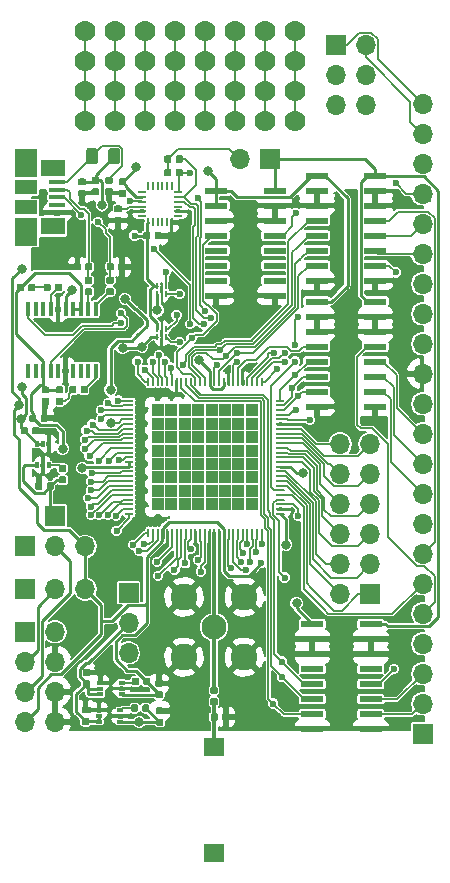
<source format=gbr>
%TF.GenerationSoftware,KiCad,Pcbnew,(5.0.2)-1*%
%TF.CreationDate,2021-03-08T17:37:58-08:00*%
%TF.ProjectId,scum3c-devboard,7363756d-3363-42d6-9465-76626f617264,rev?*%
%TF.SameCoordinates,Original*%
%TF.FileFunction,Copper,L1,Top*%
%TF.FilePolarity,Positive*%
%FSLAX46Y46*%
G04 Gerber Fmt 4.6, Leading zero omitted, Abs format (unit mm)*
G04 Created by KiCad (PCBNEW (5.0.2)-1) date 3/8/2021 5:37:58 PM*
%MOMM*%
%LPD*%
G01*
G04 APERTURE LIST*
%TA.AperFunction,SMDPad,CuDef*%
%ADD10R,0.150000X0.500000*%
%TD*%
%TA.AperFunction,ComponentPad*%
%ADD11C,2.100000*%
%TD*%
%TA.AperFunction,ComponentPad*%
%ADD12C,2.250000*%
%TD*%
%TA.AperFunction,SMDPad,CuDef*%
%ADD13R,0.640000X0.220000*%
%TD*%
%TA.AperFunction,SMDPad,CuDef*%
%ADD14R,0.220000X0.640000*%
%TD*%
%TA.AperFunction,SMDPad,CuDef*%
%ADD15R,1.970000X0.600000*%
%TD*%
%TA.AperFunction,SMDPad,CuDef*%
%ADD16R,1.800000X1.500000*%
%TD*%
%TA.AperFunction,Conductor*%
%ADD17C,0.100000*%
%TD*%
%TA.AperFunction,SMDPad,CuDef*%
%ADD18C,0.590000*%
%TD*%
%TA.AperFunction,ComponentPad*%
%ADD19R,1.700000X1.700000*%
%TD*%
%TA.AperFunction,ComponentPad*%
%ADD20O,1.700000X1.700000*%
%TD*%
%TA.AperFunction,SMDPad,CuDef*%
%ADD21R,0.300000X0.500000*%
%TD*%
%TA.AperFunction,ComponentPad*%
%ADD22C,0.568750*%
%TD*%
%TA.AperFunction,SMDPad,CuDef*%
%ADD23R,1.137500X1.137500*%
%TD*%
%TA.AperFunction,SMDPad,CuDef*%
%ADD24O,0.800000X0.200000*%
%TD*%
%TA.AperFunction,SMDPad,CuDef*%
%ADD25O,0.200000X0.800000*%
%TD*%
%TA.AperFunction,SMDPad,CuDef*%
%ADD26R,0.500000X0.300000*%
%TD*%
%TA.AperFunction,ComponentPad*%
%ADD27C,1.778000*%
%TD*%
%TA.AperFunction,SMDPad,CuDef*%
%ADD28R,1.900000X1.175000*%
%TD*%
%TA.AperFunction,SMDPad,CuDef*%
%ADD29R,1.900000X2.375000*%
%TD*%
%TA.AperFunction,SMDPad,CuDef*%
%ADD30R,2.100000X1.475000*%
%TD*%
%TA.AperFunction,SMDPad,CuDef*%
%ADD31R,1.380000X0.450000*%
%TD*%
%TA.AperFunction,SMDPad,CuDef*%
%ADD32C,0.975000*%
%TD*%
%TA.AperFunction,SMDPad,CuDef*%
%ADD33R,0.400000X1.200000*%
%TD*%
%TA.AperFunction,ViaPad*%
%ADD34C,0.800000*%
%TD*%
%TA.AperFunction,ViaPad*%
%ADD35C,0.600000*%
%TD*%
%TA.AperFunction,Conductor*%
%ADD36C,0.152400*%
%TD*%
%TA.AperFunction,Conductor*%
%ADD37C,0.254000*%
%TD*%
%TA.AperFunction,Conductor*%
%ADD38C,0.200000*%
%TD*%
%TA.AperFunction,Conductor*%
%ADD39C,0.342900*%
%TD*%
%TA.AperFunction,Conductor*%
%ADD40C,0.190500*%
%TD*%
G04 APERTURE END LIST*
D10*
%TO.P,U4,6*%
%TO.N,+VIN*%
X207676000Y-90455000D03*
%TO.P,U4,5*%
%TO.N,GND*%
X208026000Y-90455000D03*
%TO.P,U4,4*%
%TO.N,/UART/RsTx33*%
X208376000Y-90455000D03*
%TO.P,U4,3*%
%TO.N,/RsTx*%
X208376000Y-91155000D03*
%TO.P,U4,2*%
%TO.N,GND*%
X208026000Y-91155000D03*
%TO.P,U4,1*%
%TO.N,+VDDIO*%
X207676000Y-91155000D03*
%TD*%
%TO.P,U3,1*%
%TO.N,+VBAT*%
X207676000Y-94838000D03*
%TO.P,U3,2*%
%TO.N,GND*%
X208026000Y-94838000D03*
%TO.P,U3,3*%
%TO.N,/RsRx*%
X208376000Y-94838000D03*
%TO.P,U3,4*%
%TO.N,/UART/RsRx33*%
X208376000Y-94138000D03*
%TO.P,U3,5*%
%TO.N,GND*%
X208026000Y-94138000D03*
%TO.P,U3,6*%
%TO.N,+VIN*%
X207676000Y-94138000D03*
%TD*%
D11*
%TO.P,J1,1*%
%TO.N,/RF_IN*%
X212471000Y-119380000D03*
D12*
%TO.P,J1,S1*%
%TO.N,GND*%
X209921000Y-116830000D03*
%TO.P,J1,S2*%
X209921000Y-121930000D03*
%TO.P,J1,S3*%
X215021000Y-121930000D03*
%TO.P,J1,S4*%
X215021000Y-116830000D03*
%TD*%
D13*
%TO.P,U5,24*%
%TO.N,/GPIO13*%
X209444000Y-82566000D03*
%TO.P,U5,23*%
%TO.N,/GPIO14*%
X209444000Y-82966000D03*
%TO.P,U5,22*%
%TO.N,/GPIO15*%
X209444000Y-83366000D03*
%TO.P,U5,21*%
%TO.N,Net-(U5-Pad21)*%
X209444000Y-83766000D03*
%TO.P,U5,20*%
%TO.N,GND*%
X209444000Y-84166000D03*
%TO.P,U5,19*%
%TO.N,Net-(U5-Pad19)*%
X209444000Y-84566000D03*
D14*
%TO.P,U5,18*%
%TO.N,GND*%
X208899000Y-85111000D03*
%TO.P,U5,17*%
%TO.N,Net-(U5-Pad1)*%
X208499000Y-85111000D03*
%TO.P,U5,16*%
X208099000Y-85111000D03*
%TO.P,U5,15*%
X207699000Y-85111000D03*
%TO.P,U5,14*%
X207299000Y-85111000D03*
%TO.P,U5,13*%
%TO.N,+VIN*%
X206899000Y-85111000D03*
D13*
%TO.P,U5,12*%
%TO.N,Net-(U5-Pad12)*%
X206354000Y-84566000D03*
%TO.P,U5,11*%
%TO.N,GND*%
X206354000Y-84166000D03*
%TO.P,U5,10*%
%TO.N,Net-(C3-Pad2)*%
X206354000Y-83766000D03*
%TO.P,U5,9*%
%TO.N,/GPIO12*%
X206354000Y-83366000D03*
%TO.P,U5,8*%
%TO.N,+V18IO*%
X206354000Y-82966000D03*
%TO.P,U5,7*%
%TO.N,Net-(U5-Pad7)*%
X206354000Y-82566000D03*
D14*
%TO.P,U5,6*%
%TO.N,Net-(U5-Pad1)*%
X206899000Y-82021000D03*
%TO.P,U5,5*%
X207299000Y-82021000D03*
%TO.P,U5,4*%
X207699000Y-82021000D03*
%TO.P,U5,3*%
X208099000Y-82021000D03*
%TO.P,U5,2*%
X208499000Y-82021000D03*
%TO.P,U5,1*%
X208899000Y-82021000D03*
%TD*%
D15*
%TO.P,U13,16*%
%TO.N,+VIN*%
X217613000Y-82423000D03*
%TO.P,U13,15*%
%TO.N,GND*%
X217613000Y-83693000D03*
%TO.P,U13,14*%
X217613000Y-84963000D03*
%TO.P,U13,13*%
%TO.N,/Teensy Connections/aSCANOUT33*%
X217613000Y-86233000D03*
%TO.P,U13,12*%
%TO.N,Net-(U13-Pad12)*%
X217613000Y-87503000D03*
%TO.P,U13,11*%
%TO.N,Net-(U13-Pad11)*%
X217613000Y-88773000D03*
%TO.P,U13,10*%
%TO.N,Net-(U13-Pad10)*%
X217613000Y-90043000D03*
%TO.P,U13,9*%
%TO.N,GND*%
X217613000Y-91313000D03*
%TO.P,U13,8*%
X212663000Y-91313000D03*
%TO.P,U13,7*%
%TO.N,Net-(U13-Pad7)*%
X212663000Y-90043000D03*
%TO.P,U13,6*%
%TO.N,Net-(U13-Pad6)*%
X212663000Y-88773000D03*
%TO.P,U13,5*%
%TO.N,Net-(U13-Pad5)*%
X212663000Y-87503000D03*
%TO.P,U13,4*%
%TO.N,/aSCANOUT*%
X212663000Y-86233000D03*
%TO.P,U13,3*%
%TO.N,GND*%
X212663000Y-84963000D03*
%TO.P,U13,2*%
%TO.N,+VBAT*%
X212663000Y-83693000D03*
%TO.P,U13,1*%
X212663000Y-82423000D03*
%TD*%
%TO.P,U11,16*%
%TO.N,+VIN*%
X226122000Y-81153000D03*
%TO.P,U11,15*%
%TO.N,GND*%
X226122000Y-82423000D03*
%TO.P,U11,14*%
X226122000Y-83693000D03*
%TO.P,U11,13*%
%TO.N,/Teensy Connections/sReset33*%
X226122000Y-84963000D03*
%TO.P,U11,12*%
%TO.N,/Teensy Connections/aPHI33*%
X226122000Y-86233000D03*
%TO.P,U11,11*%
%TO.N,/Teensy Connections/aPHIb33*%
X226122000Y-87503000D03*
%TO.P,U11,10*%
%TO.N,/Teensy Connections/hReset33*%
X226122000Y-88773000D03*
%TO.P,U11,9*%
%TO.N,GND*%
X226122000Y-90043000D03*
%TO.P,U11,8*%
X221172000Y-90043000D03*
%TO.P,U11,7*%
%TO.N,/hReset*%
X221172000Y-88773000D03*
%TO.P,U11,6*%
%TO.N,/aPHIb*%
X221172000Y-87503000D03*
%TO.P,U11,5*%
%TO.N,/aPHI*%
X221172000Y-86233000D03*
%TO.P,U11,4*%
%TO.N,/sReset*%
X221172000Y-84963000D03*
%TO.P,U11,3*%
%TO.N,GND*%
X221172000Y-83693000D03*
%TO.P,U11,2*%
X221172000Y-82423000D03*
%TO.P,U11,1*%
%TO.N,+VBAT*%
X221172000Y-81153000D03*
%TD*%
%TO.P,U10,16*%
%TO.N,+VIN*%
X226122000Y-91821000D03*
%TO.P,U10,15*%
%TO.N,GND*%
X226122000Y-93091000D03*
%TO.P,U10,14*%
X226122000Y-94361000D03*
%TO.P,U10,13*%
%TO.N,/Teensy Connections/Clock33*%
X226122000Y-95631000D03*
%TO.P,U10,12*%
%TO.N,/Teensy Connections/3WB_DATA33*%
X226122000Y-96901000D03*
%TO.P,U10,11*%
%TO.N,/Teensy Connections/3WB_ENB33*%
X226122000Y-98171000D03*
%TO.P,U10,10*%
%TO.N,/Teensy Connections/3WB_CLK33*%
X226122000Y-99441000D03*
%TO.P,U10,9*%
%TO.N,GND*%
X226122000Y-100711000D03*
%TO.P,U10,8*%
X221172000Y-100711000D03*
%TO.P,U10,7*%
%TO.N,/3WB_CLK*%
X221172000Y-99441000D03*
%TO.P,U10,6*%
%TO.N,/3WB_ENB*%
X221172000Y-98171000D03*
%TO.P,U10,5*%
%TO.N,/3WB_DATA*%
X221172000Y-96901000D03*
%TO.P,U10,4*%
%TO.N,/Clock*%
X221172000Y-95631000D03*
%TO.P,U10,3*%
%TO.N,GND*%
X221172000Y-94361000D03*
%TO.P,U10,2*%
X221172000Y-93091000D03*
%TO.P,U10,1*%
%TO.N,+VBAT*%
X221172000Y-91821000D03*
%TD*%
%TO.P,U9,16*%
%TO.N,+VIN*%
X225741000Y-119126000D03*
%TO.P,U9,15*%
%TO.N,GND*%
X225741000Y-120396000D03*
%TO.P,U9,14*%
X225741000Y-121666000D03*
%TO.P,U9,13*%
%TO.N,Net-(U9-Pad13)*%
X225741000Y-122936000D03*
%TO.P,U9,12*%
%TO.N,/Teensy Connections/aLOAD33*%
X225741000Y-124206000D03*
%TO.P,U9,11*%
%TO.N,/Teensy Connections/aSCANIN33*%
X225741000Y-125476000D03*
%TO.P,U9,10*%
%TO.N,/Teensy Connections/aSCSEL33*%
X225741000Y-126746000D03*
%TO.P,U9,9*%
%TO.N,GND*%
X225741000Y-128016000D03*
%TO.P,U9,8*%
X220791000Y-128016000D03*
%TO.P,U9,7*%
%TO.N,/aSCSEL*%
X220791000Y-126746000D03*
%TO.P,U9,6*%
%TO.N,/aSCANIN*%
X220791000Y-125476000D03*
%TO.P,U9,5*%
%TO.N,/aLOAD*%
X220791000Y-124206000D03*
%TO.P,U9,4*%
%TO.N,Net-(U9-Pad4)*%
X220791000Y-122936000D03*
%TO.P,U9,3*%
%TO.N,GND*%
X220791000Y-121666000D03*
%TO.P,U9,2*%
X220791000Y-120396000D03*
%TO.P,U9,1*%
%TO.N,+VBAT*%
X220791000Y-119126000D03*
%TD*%
D16*
%TO.P,E1,2*%
%TO.N,N/C*%
X212496400Y-138510400D03*
%TO.P,E1,1*%
%TO.N,Net-(C1-Pad1)*%
X212496400Y-129510400D03*
%TD*%
D17*
%TO.N,GND*%
%TO.C,C27*%
G36*
X204910958Y-82359710D02*
X204925276Y-82361834D01*
X204939317Y-82365351D01*
X204952946Y-82370228D01*
X204966031Y-82376417D01*
X204978447Y-82383858D01*
X204990073Y-82392481D01*
X205000798Y-82402202D01*
X205010519Y-82412927D01*
X205019142Y-82424553D01*
X205026583Y-82436969D01*
X205032772Y-82450054D01*
X205037649Y-82463683D01*
X205041166Y-82477724D01*
X205043290Y-82492042D01*
X205044000Y-82506500D01*
X205044000Y-82801500D01*
X205043290Y-82815958D01*
X205041166Y-82830276D01*
X205037649Y-82844317D01*
X205032772Y-82857946D01*
X205026583Y-82871031D01*
X205019142Y-82883447D01*
X205010519Y-82895073D01*
X205000798Y-82905798D01*
X204990073Y-82915519D01*
X204978447Y-82924142D01*
X204966031Y-82931583D01*
X204952946Y-82937772D01*
X204939317Y-82942649D01*
X204925276Y-82946166D01*
X204910958Y-82948290D01*
X204896500Y-82949000D01*
X204551500Y-82949000D01*
X204537042Y-82948290D01*
X204522724Y-82946166D01*
X204508683Y-82942649D01*
X204495054Y-82937772D01*
X204481969Y-82931583D01*
X204469553Y-82924142D01*
X204457927Y-82915519D01*
X204447202Y-82905798D01*
X204437481Y-82895073D01*
X204428858Y-82883447D01*
X204421417Y-82871031D01*
X204415228Y-82857946D01*
X204410351Y-82844317D01*
X204406834Y-82830276D01*
X204404710Y-82815958D01*
X204404000Y-82801500D01*
X204404000Y-82506500D01*
X204404710Y-82492042D01*
X204406834Y-82477724D01*
X204410351Y-82463683D01*
X204415228Y-82450054D01*
X204421417Y-82436969D01*
X204428858Y-82424553D01*
X204437481Y-82412927D01*
X204447202Y-82402202D01*
X204457927Y-82392481D01*
X204469553Y-82383858D01*
X204481969Y-82376417D01*
X204495054Y-82370228D01*
X204508683Y-82365351D01*
X204522724Y-82361834D01*
X204537042Y-82359710D01*
X204551500Y-82359000D01*
X204896500Y-82359000D01*
X204910958Y-82359710D01*
X204910958Y-82359710D01*
G37*
D18*
%TD*%
%TO.P,C27,2*%
%TO.N,GND*%
X204724000Y-82654000D03*
D17*
%TO.N,+V18IO*%
%TO.C,C27*%
G36*
X204910958Y-81389710D02*
X204925276Y-81391834D01*
X204939317Y-81395351D01*
X204952946Y-81400228D01*
X204966031Y-81406417D01*
X204978447Y-81413858D01*
X204990073Y-81422481D01*
X205000798Y-81432202D01*
X205010519Y-81442927D01*
X205019142Y-81454553D01*
X205026583Y-81466969D01*
X205032772Y-81480054D01*
X205037649Y-81493683D01*
X205041166Y-81507724D01*
X205043290Y-81522042D01*
X205044000Y-81536500D01*
X205044000Y-81831500D01*
X205043290Y-81845958D01*
X205041166Y-81860276D01*
X205037649Y-81874317D01*
X205032772Y-81887946D01*
X205026583Y-81901031D01*
X205019142Y-81913447D01*
X205010519Y-81925073D01*
X205000798Y-81935798D01*
X204990073Y-81945519D01*
X204978447Y-81954142D01*
X204966031Y-81961583D01*
X204952946Y-81967772D01*
X204939317Y-81972649D01*
X204925276Y-81976166D01*
X204910958Y-81978290D01*
X204896500Y-81979000D01*
X204551500Y-81979000D01*
X204537042Y-81978290D01*
X204522724Y-81976166D01*
X204508683Y-81972649D01*
X204495054Y-81967772D01*
X204481969Y-81961583D01*
X204469553Y-81954142D01*
X204457927Y-81945519D01*
X204447202Y-81935798D01*
X204437481Y-81925073D01*
X204428858Y-81913447D01*
X204421417Y-81901031D01*
X204415228Y-81887946D01*
X204410351Y-81874317D01*
X204406834Y-81860276D01*
X204404710Y-81845958D01*
X204404000Y-81831500D01*
X204404000Y-81536500D01*
X204404710Y-81522042D01*
X204406834Y-81507724D01*
X204410351Y-81493683D01*
X204415228Y-81480054D01*
X204421417Y-81466969D01*
X204428858Y-81454553D01*
X204437481Y-81442927D01*
X204447202Y-81432202D01*
X204457927Y-81422481D01*
X204469553Y-81413858D01*
X204481969Y-81406417D01*
X204495054Y-81400228D01*
X204508683Y-81395351D01*
X204522724Y-81391834D01*
X204537042Y-81389710D01*
X204551500Y-81389000D01*
X204896500Y-81389000D01*
X204910958Y-81389710D01*
X204910958Y-81389710D01*
G37*
D18*
%TD*%
%TO.P,C27,1*%
%TO.N,+V18IO*%
X204724000Y-81684000D03*
D17*
%TO.N,GND*%
%TO.C,C3*%
G36*
X204529958Y-84645710D02*
X204544276Y-84647834D01*
X204558317Y-84651351D01*
X204571946Y-84656228D01*
X204585031Y-84662417D01*
X204597447Y-84669858D01*
X204609073Y-84678481D01*
X204619798Y-84688202D01*
X204629519Y-84698927D01*
X204638142Y-84710553D01*
X204645583Y-84722969D01*
X204651772Y-84736054D01*
X204656649Y-84749683D01*
X204660166Y-84763724D01*
X204662290Y-84778042D01*
X204663000Y-84792500D01*
X204663000Y-85087500D01*
X204662290Y-85101958D01*
X204660166Y-85116276D01*
X204656649Y-85130317D01*
X204651772Y-85143946D01*
X204645583Y-85157031D01*
X204638142Y-85169447D01*
X204629519Y-85181073D01*
X204619798Y-85191798D01*
X204609073Y-85201519D01*
X204597447Y-85210142D01*
X204585031Y-85217583D01*
X204571946Y-85223772D01*
X204558317Y-85228649D01*
X204544276Y-85232166D01*
X204529958Y-85234290D01*
X204515500Y-85235000D01*
X204170500Y-85235000D01*
X204156042Y-85234290D01*
X204141724Y-85232166D01*
X204127683Y-85228649D01*
X204114054Y-85223772D01*
X204100969Y-85217583D01*
X204088553Y-85210142D01*
X204076927Y-85201519D01*
X204066202Y-85191798D01*
X204056481Y-85181073D01*
X204047858Y-85169447D01*
X204040417Y-85157031D01*
X204034228Y-85143946D01*
X204029351Y-85130317D01*
X204025834Y-85116276D01*
X204023710Y-85101958D01*
X204023000Y-85087500D01*
X204023000Y-84792500D01*
X204023710Y-84778042D01*
X204025834Y-84763724D01*
X204029351Y-84749683D01*
X204034228Y-84736054D01*
X204040417Y-84722969D01*
X204047858Y-84710553D01*
X204056481Y-84698927D01*
X204066202Y-84688202D01*
X204076927Y-84678481D01*
X204088553Y-84669858D01*
X204100969Y-84662417D01*
X204114054Y-84656228D01*
X204127683Y-84651351D01*
X204141724Y-84647834D01*
X204156042Y-84645710D01*
X204170500Y-84645000D01*
X204515500Y-84645000D01*
X204529958Y-84645710D01*
X204529958Y-84645710D01*
G37*
D18*
%TD*%
%TO.P,C3,1*%
%TO.N,GND*%
X204343000Y-84940000D03*
D17*
%TO.N,Net-(C3-Pad2)*%
%TO.C,C3*%
G36*
X204529958Y-83675710D02*
X204544276Y-83677834D01*
X204558317Y-83681351D01*
X204571946Y-83686228D01*
X204585031Y-83692417D01*
X204597447Y-83699858D01*
X204609073Y-83708481D01*
X204619798Y-83718202D01*
X204629519Y-83728927D01*
X204638142Y-83740553D01*
X204645583Y-83752969D01*
X204651772Y-83766054D01*
X204656649Y-83779683D01*
X204660166Y-83793724D01*
X204662290Y-83808042D01*
X204663000Y-83822500D01*
X204663000Y-84117500D01*
X204662290Y-84131958D01*
X204660166Y-84146276D01*
X204656649Y-84160317D01*
X204651772Y-84173946D01*
X204645583Y-84187031D01*
X204638142Y-84199447D01*
X204629519Y-84211073D01*
X204619798Y-84221798D01*
X204609073Y-84231519D01*
X204597447Y-84240142D01*
X204585031Y-84247583D01*
X204571946Y-84253772D01*
X204558317Y-84258649D01*
X204544276Y-84262166D01*
X204529958Y-84264290D01*
X204515500Y-84265000D01*
X204170500Y-84265000D01*
X204156042Y-84264290D01*
X204141724Y-84262166D01*
X204127683Y-84258649D01*
X204114054Y-84253772D01*
X204100969Y-84247583D01*
X204088553Y-84240142D01*
X204076927Y-84231519D01*
X204066202Y-84221798D01*
X204056481Y-84211073D01*
X204047858Y-84199447D01*
X204040417Y-84187031D01*
X204034228Y-84173946D01*
X204029351Y-84160317D01*
X204025834Y-84146276D01*
X204023710Y-84131958D01*
X204023000Y-84117500D01*
X204023000Y-83822500D01*
X204023710Y-83808042D01*
X204025834Y-83793724D01*
X204029351Y-83779683D01*
X204034228Y-83766054D01*
X204040417Y-83752969D01*
X204047858Y-83740553D01*
X204056481Y-83728927D01*
X204066202Y-83718202D01*
X204076927Y-83708481D01*
X204088553Y-83699858D01*
X204100969Y-83692417D01*
X204114054Y-83686228D01*
X204127683Y-83681351D01*
X204141724Y-83677834D01*
X204156042Y-83675710D01*
X204170500Y-83675000D01*
X204515500Y-83675000D01*
X204529958Y-83675710D01*
X204529958Y-83675710D01*
G37*
D18*
%TD*%
%TO.P,C3,2*%
%TO.N,Net-(C3-Pad2)*%
X204343000Y-83970000D03*
D19*
%TO.P,J3,1*%
%TO.N,/GPIO4*%
X225679000Y-116586000D03*
D20*
%TO.P,J3,2*%
%TO.N,/GPIO5*%
X223139000Y-116586000D03*
%TO.P,J3,3*%
%TO.N,/GPIO6*%
X225679000Y-114046000D03*
%TO.P,J3,4*%
%TO.N,/GPIO7*%
X223139000Y-114046000D03*
%TO.P,J3,5*%
%TO.N,/GPIO8*%
X225679000Y-111506000D03*
%TO.P,J3,6*%
%TO.N,/GPIO9*%
X223139000Y-111506000D03*
%TO.P,J3,7*%
%TO.N,/GPIO10*%
X225679000Y-108966000D03*
%TO.P,J3,8*%
%TO.N,/GPIO11*%
X223139000Y-108966000D03*
%TO.P,J3,9*%
%TO.N,/GPIO12*%
X225679000Y-106426000D03*
%TO.P,J3,10*%
%TO.N,/GPIO13*%
X223139000Y-106426000D03*
%TO.P,J3,11*%
%TO.N,/GPIO14*%
X225679000Y-103886000D03*
%TO.P,J3,12*%
%TO.N,/GPIO15*%
X223139000Y-103886000D03*
%TD*%
D17*
%TO.N,GND*%
%TO.C,C12*%
G36*
X197796958Y-107122710D02*
X197811276Y-107124834D01*
X197825317Y-107128351D01*
X197838946Y-107133228D01*
X197852031Y-107139417D01*
X197864447Y-107146858D01*
X197876073Y-107155481D01*
X197886798Y-107165202D01*
X197896519Y-107175927D01*
X197905142Y-107187553D01*
X197912583Y-107199969D01*
X197918772Y-107213054D01*
X197923649Y-107226683D01*
X197927166Y-107240724D01*
X197929290Y-107255042D01*
X197930000Y-107269500D01*
X197930000Y-107614500D01*
X197929290Y-107628958D01*
X197927166Y-107643276D01*
X197923649Y-107657317D01*
X197918772Y-107670946D01*
X197912583Y-107684031D01*
X197905142Y-107696447D01*
X197896519Y-107708073D01*
X197886798Y-107718798D01*
X197876073Y-107728519D01*
X197864447Y-107737142D01*
X197852031Y-107744583D01*
X197838946Y-107750772D01*
X197825317Y-107755649D01*
X197811276Y-107759166D01*
X197796958Y-107761290D01*
X197782500Y-107762000D01*
X197487500Y-107762000D01*
X197473042Y-107761290D01*
X197458724Y-107759166D01*
X197444683Y-107755649D01*
X197431054Y-107750772D01*
X197417969Y-107744583D01*
X197405553Y-107737142D01*
X197393927Y-107728519D01*
X197383202Y-107718798D01*
X197373481Y-107708073D01*
X197364858Y-107696447D01*
X197357417Y-107684031D01*
X197351228Y-107670946D01*
X197346351Y-107657317D01*
X197342834Y-107643276D01*
X197340710Y-107628958D01*
X197340000Y-107614500D01*
X197340000Y-107269500D01*
X197340710Y-107255042D01*
X197342834Y-107240724D01*
X197346351Y-107226683D01*
X197351228Y-107213054D01*
X197357417Y-107199969D01*
X197364858Y-107187553D01*
X197373481Y-107175927D01*
X197383202Y-107165202D01*
X197393927Y-107155481D01*
X197405553Y-107146858D01*
X197417969Y-107139417D01*
X197431054Y-107133228D01*
X197444683Y-107128351D01*
X197458724Y-107124834D01*
X197473042Y-107122710D01*
X197487500Y-107122000D01*
X197782500Y-107122000D01*
X197796958Y-107122710D01*
X197796958Y-107122710D01*
G37*
D18*
%TD*%
%TO.P,C12,2*%
%TO.N,GND*%
X197635000Y-107442000D03*
D17*
%TO.N,+V18IO*%
%TO.C,C12*%
G36*
X198766958Y-107122710D02*
X198781276Y-107124834D01*
X198795317Y-107128351D01*
X198808946Y-107133228D01*
X198822031Y-107139417D01*
X198834447Y-107146858D01*
X198846073Y-107155481D01*
X198856798Y-107165202D01*
X198866519Y-107175927D01*
X198875142Y-107187553D01*
X198882583Y-107199969D01*
X198888772Y-107213054D01*
X198893649Y-107226683D01*
X198897166Y-107240724D01*
X198899290Y-107255042D01*
X198900000Y-107269500D01*
X198900000Y-107614500D01*
X198899290Y-107628958D01*
X198897166Y-107643276D01*
X198893649Y-107657317D01*
X198888772Y-107670946D01*
X198882583Y-107684031D01*
X198875142Y-107696447D01*
X198866519Y-107708073D01*
X198856798Y-107718798D01*
X198846073Y-107728519D01*
X198834447Y-107737142D01*
X198822031Y-107744583D01*
X198808946Y-107750772D01*
X198795317Y-107755649D01*
X198781276Y-107759166D01*
X198766958Y-107761290D01*
X198752500Y-107762000D01*
X198457500Y-107762000D01*
X198443042Y-107761290D01*
X198428724Y-107759166D01*
X198414683Y-107755649D01*
X198401054Y-107750772D01*
X198387969Y-107744583D01*
X198375553Y-107737142D01*
X198363927Y-107728519D01*
X198353202Y-107718798D01*
X198343481Y-107708073D01*
X198334858Y-107696447D01*
X198327417Y-107684031D01*
X198321228Y-107670946D01*
X198316351Y-107657317D01*
X198312834Y-107643276D01*
X198310710Y-107628958D01*
X198310000Y-107614500D01*
X198310000Y-107269500D01*
X198310710Y-107255042D01*
X198312834Y-107240724D01*
X198316351Y-107226683D01*
X198321228Y-107213054D01*
X198327417Y-107199969D01*
X198334858Y-107187553D01*
X198343481Y-107175927D01*
X198353202Y-107165202D01*
X198363927Y-107155481D01*
X198375553Y-107146858D01*
X198387969Y-107139417D01*
X198401054Y-107133228D01*
X198414683Y-107128351D01*
X198428724Y-107124834D01*
X198443042Y-107122710D01*
X198457500Y-107122000D01*
X198752500Y-107122000D01*
X198766958Y-107122710D01*
X198766958Y-107122710D01*
G37*
D18*
%TD*%
%TO.P,C12,1*%
%TO.N,+V18IO*%
X198605000Y-107442000D03*
D17*
%TO.N,+VIN*%
%TO.C,C8*%
G36*
X196552358Y-102423710D02*
X196566676Y-102425834D01*
X196580717Y-102429351D01*
X196594346Y-102434228D01*
X196607431Y-102440417D01*
X196619847Y-102447858D01*
X196631473Y-102456481D01*
X196642198Y-102466202D01*
X196651919Y-102476927D01*
X196660542Y-102488553D01*
X196667983Y-102500969D01*
X196674172Y-102514054D01*
X196679049Y-102527683D01*
X196682566Y-102541724D01*
X196684690Y-102556042D01*
X196685400Y-102570500D01*
X196685400Y-102915500D01*
X196684690Y-102929958D01*
X196682566Y-102944276D01*
X196679049Y-102958317D01*
X196674172Y-102971946D01*
X196667983Y-102985031D01*
X196660542Y-102997447D01*
X196651919Y-103009073D01*
X196642198Y-103019798D01*
X196631473Y-103029519D01*
X196619847Y-103038142D01*
X196607431Y-103045583D01*
X196594346Y-103051772D01*
X196580717Y-103056649D01*
X196566676Y-103060166D01*
X196552358Y-103062290D01*
X196537900Y-103063000D01*
X196242900Y-103063000D01*
X196228442Y-103062290D01*
X196214124Y-103060166D01*
X196200083Y-103056649D01*
X196186454Y-103051772D01*
X196173369Y-103045583D01*
X196160953Y-103038142D01*
X196149327Y-103029519D01*
X196138602Y-103019798D01*
X196128881Y-103009073D01*
X196120258Y-102997447D01*
X196112817Y-102985031D01*
X196106628Y-102971946D01*
X196101751Y-102958317D01*
X196098234Y-102944276D01*
X196096110Y-102929958D01*
X196095400Y-102915500D01*
X196095400Y-102570500D01*
X196096110Y-102556042D01*
X196098234Y-102541724D01*
X196101751Y-102527683D01*
X196106628Y-102514054D01*
X196112817Y-102500969D01*
X196120258Y-102488553D01*
X196128881Y-102476927D01*
X196138602Y-102466202D01*
X196149327Y-102456481D01*
X196160953Y-102447858D01*
X196173369Y-102440417D01*
X196186454Y-102434228D01*
X196200083Y-102429351D01*
X196214124Y-102425834D01*
X196228442Y-102423710D01*
X196242900Y-102423000D01*
X196537900Y-102423000D01*
X196552358Y-102423710D01*
X196552358Y-102423710D01*
G37*
D18*
%TD*%
%TO.P,C8,1*%
%TO.N,+VIN*%
X196390400Y-102743000D03*
D17*
%TO.N,GND*%
%TO.C,C8*%
G36*
X197522358Y-102423710D02*
X197536676Y-102425834D01*
X197550717Y-102429351D01*
X197564346Y-102434228D01*
X197577431Y-102440417D01*
X197589847Y-102447858D01*
X197601473Y-102456481D01*
X197612198Y-102466202D01*
X197621919Y-102476927D01*
X197630542Y-102488553D01*
X197637983Y-102500969D01*
X197644172Y-102514054D01*
X197649049Y-102527683D01*
X197652566Y-102541724D01*
X197654690Y-102556042D01*
X197655400Y-102570500D01*
X197655400Y-102915500D01*
X197654690Y-102929958D01*
X197652566Y-102944276D01*
X197649049Y-102958317D01*
X197644172Y-102971946D01*
X197637983Y-102985031D01*
X197630542Y-102997447D01*
X197621919Y-103009073D01*
X197612198Y-103019798D01*
X197601473Y-103029519D01*
X197589847Y-103038142D01*
X197577431Y-103045583D01*
X197564346Y-103051772D01*
X197550717Y-103056649D01*
X197536676Y-103060166D01*
X197522358Y-103062290D01*
X197507900Y-103063000D01*
X197212900Y-103063000D01*
X197198442Y-103062290D01*
X197184124Y-103060166D01*
X197170083Y-103056649D01*
X197156454Y-103051772D01*
X197143369Y-103045583D01*
X197130953Y-103038142D01*
X197119327Y-103029519D01*
X197108602Y-103019798D01*
X197098881Y-103009073D01*
X197090258Y-102997447D01*
X197082817Y-102985031D01*
X197076628Y-102971946D01*
X197071751Y-102958317D01*
X197068234Y-102944276D01*
X197066110Y-102929958D01*
X197065400Y-102915500D01*
X197065400Y-102570500D01*
X197066110Y-102556042D01*
X197068234Y-102541724D01*
X197071751Y-102527683D01*
X197076628Y-102514054D01*
X197082817Y-102500969D01*
X197090258Y-102488553D01*
X197098881Y-102476927D01*
X197108602Y-102466202D01*
X197119327Y-102456481D01*
X197130953Y-102447858D01*
X197143369Y-102440417D01*
X197156454Y-102434228D01*
X197170083Y-102429351D01*
X197184124Y-102425834D01*
X197198442Y-102423710D01*
X197212900Y-102423000D01*
X197507900Y-102423000D01*
X197522358Y-102423710D01*
X197522358Y-102423710D01*
G37*
D18*
%TD*%
%TO.P,C8,2*%
%TO.N,GND*%
X197360400Y-102743000D03*
D19*
%TO.P,J11,1*%
%TO.N,+V18IO*%
X199009000Y-109956600D03*
%TD*%
D17*
%TO.N,+V18IO*%
%TO.C,L5*%
G36*
X199830958Y-106616710D02*
X199845276Y-106618834D01*
X199859317Y-106622351D01*
X199872946Y-106627228D01*
X199886031Y-106633417D01*
X199898447Y-106640858D01*
X199910073Y-106649481D01*
X199920798Y-106659202D01*
X199930519Y-106669927D01*
X199939142Y-106681553D01*
X199946583Y-106693969D01*
X199952772Y-106707054D01*
X199957649Y-106720683D01*
X199961166Y-106734724D01*
X199963290Y-106749042D01*
X199964000Y-106763500D01*
X199964000Y-107058500D01*
X199963290Y-107072958D01*
X199961166Y-107087276D01*
X199957649Y-107101317D01*
X199952772Y-107114946D01*
X199946583Y-107128031D01*
X199939142Y-107140447D01*
X199930519Y-107152073D01*
X199920798Y-107162798D01*
X199910073Y-107172519D01*
X199898447Y-107181142D01*
X199886031Y-107188583D01*
X199872946Y-107194772D01*
X199859317Y-107199649D01*
X199845276Y-107203166D01*
X199830958Y-107205290D01*
X199816500Y-107206000D01*
X199471500Y-107206000D01*
X199457042Y-107205290D01*
X199442724Y-107203166D01*
X199428683Y-107199649D01*
X199415054Y-107194772D01*
X199401969Y-107188583D01*
X199389553Y-107181142D01*
X199377927Y-107172519D01*
X199367202Y-107162798D01*
X199357481Y-107152073D01*
X199348858Y-107140447D01*
X199341417Y-107128031D01*
X199335228Y-107114946D01*
X199330351Y-107101317D01*
X199326834Y-107087276D01*
X199324710Y-107072958D01*
X199324000Y-107058500D01*
X199324000Y-106763500D01*
X199324710Y-106749042D01*
X199326834Y-106734724D01*
X199330351Y-106720683D01*
X199335228Y-106707054D01*
X199341417Y-106693969D01*
X199348858Y-106681553D01*
X199357481Y-106669927D01*
X199367202Y-106659202D01*
X199377927Y-106649481D01*
X199389553Y-106640858D01*
X199401969Y-106633417D01*
X199415054Y-106627228D01*
X199428683Y-106622351D01*
X199442724Y-106618834D01*
X199457042Y-106616710D01*
X199471500Y-106616000D01*
X199816500Y-106616000D01*
X199830958Y-106616710D01*
X199830958Y-106616710D01*
G37*
D18*
%TD*%
%TO.P,L5,1*%
%TO.N,+V18IO*%
X199644000Y-106911000D03*
D17*
%TO.N,Net-(L5-Pad2)*%
%TO.C,L5*%
G36*
X199830958Y-105646710D02*
X199845276Y-105648834D01*
X199859317Y-105652351D01*
X199872946Y-105657228D01*
X199886031Y-105663417D01*
X199898447Y-105670858D01*
X199910073Y-105679481D01*
X199920798Y-105689202D01*
X199930519Y-105699927D01*
X199939142Y-105711553D01*
X199946583Y-105723969D01*
X199952772Y-105737054D01*
X199957649Y-105750683D01*
X199961166Y-105764724D01*
X199963290Y-105779042D01*
X199964000Y-105793500D01*
X199964000Y-106088500D01*
X199963290Y-106102958D01*
X199961166Y-106117276D01*
X199957649Y-106131317D01*
X199952772Y-106144946D01*
X199946583Y-106158031D01*
X199939142Y-106170447D01*
X199930519Y-106182073D01*
X199920798Y-106192798D01*
X199910073Y-106202519D01*
X199898447Y-106211142D01*
X199886031Y-106218583D01*
X199872946Y-106224772D01*
X199859317Y-106229649D01*
X199845276Y-106233166D01*
X199830958Y-106235290D01*
X199816500Y-106236000D01*
X199471500Y-106236000D01*
X199457042Y-106235290D01*
X199442724Y-106233166D01*
X199428683Y-106229649D01*
X199415054Y-106224772D01*
X199401969Y-106218583D01*
X199389553Y-106211142D01*
X199377927Y-106202519D01*
X199367202Y-106192798D01*
X199357481Y-106182073D01*
X199348858Y-106170447D01*
X199341417Y-106158031D01*
X199335228Y-106144946D01*
X199330351Y-106131317D01*
X199326834Y-106117276D01*
X199324710Y-106102958D01*
X199324000Y-106088500D01*
X199324000Y-105793500D01*
X199324710Y-105779042D01*
X199326834Y-105764724D01*
X199330351Y-105750683D01*
X199335228Y-105737054D01*
X199341417Y-105723969D01*
X199348858Y-105711553D01*
X199357481Y-105699927D01*
X199367202Y-105689202D01*
X199377927Y-105679481D01*
X199389553Y-105670858D01*
X199401969Y-105663417D01*
X199415054Y-105657228D01*
X199428683Y-105652351D01*
X199442724Y-105648834D01*
X199457042Y-105646710D01*
X199471500Y-105646000D01*
X199816500Y-105646000D01*
X199830958Y-105646710D01*
X199830958Y-105646710D01*
G37*
D18*
%TD*%
%TO.P,L5,2*%
%TO.N,Net-(L5-Pad2)*%
X199644000Y-105941000D03*
D21*
%TO.P,U12,1*%
%TO.N,+V18IO*%
X197467600Y-105649600D03*
%TO.P,U12,2*%
%TO.N,GND*%
X197967600Y-105649600D03*
%TO.P,U12,3*%
%TO.N,Net-(L5-Pad2)*%
X198467600Y-105649600D03*
%TO.P,U12,4*%
%TO.N,GND*%
X198467600Y-103849600D03*
%TO.P,U12,5*%
%TO.N,+VIN*%
X197967600Y-103849600D03*
%TO.P,U12,6*%
X197467600Y-103849600D03*
%TD*%
D19*
%TO.P,J10,1*%
%TO.N,+VIN*%
X217170000Y-79756000D03*
D20*
%TO.P,J10,2*%
%TO.N,Net-(J10-Pad2)*%
X214630000Y-79756000D03*
%TD*%
D17*
%TO.N,Net-(C1-Pad1)*%
%TO.C,L4*%
G36*
X212655958Y-126680710D02*
X212670276Y-126682834D01*
X212684317Y-126686351D01*
X212697946Y-126691228D01*
X212711031Y-126697417D01*
X212723447Y-126704858D01*
X212735073Y-126713481D01*
X212745798Y-126723202D01*
X212755519Y-126733927D01*
X212764142Y-126745553D01*
X212771583Y-126757969D01*
X212777772Y-126771054D01*
X212782649Y-126784683D01*
X212786166Y-126798724D01*
X212788290Y-126813042D01*
X212789000Y-126827500D01*
X212789000Y-127172500D01*
X212788290Y-127186958D01*
X212786166Y-127201276D01*
X212782649Y-127215317D01*
X212777772Y-127228946D01*
X212771583Y-127242031D01*
X212764142Y-127254447D01*
X212755519Y-127266073D01*
X212745798Y-127276798D01*
X212735073Y-127286519D01*
X212723447Y-127295142D01*
X212711031Y-127302583D01*
X212697946Y-127308772D01*
X212684317Y-127313649D01*
X212670276Y-127317166D01*
X212655958Y-127319290D01*
X212641500Y-127320000D01*
X212346500Y-127320000D01*
X212332042Y-127319290D01*
X212317724Y-127317166D01*
X212303683Y-127313649D01*
X212290054Y-127308772D01*
X212276969Y-127302583D01*
X212264553Y-127295142D01*
X212252927Y-127286519D01*
X212242202Y-127276798D01*
X212232481Y-127266073D01*
X212223858Y-127254447D01*
X212216417Y-127242031D01*
X212210228Y-127228946D01*
X212205351Y-127215317D01*
X212201834Y-127201276D01*
X212199710Y-127186958D01*
X212199000Y-127172500D01*
X212199000Y-126827500D01*
X212199710Y-126813042D01*
X212201834Y-126798724D01*
X212205351Y-126784683D01*
X212210228Y-126771054D01*
X212216417Y-126757969D01*
X212223858Y-126745553D01*
X212232481Y-126733927D01*
X212242202Y-126723202D01*
X212252927Y-126713481D01*
X212264553Y-126704858D01*
X212276969Y-126697417D01*
X212290054Y-126691228D01*
X212303683Y-126686351D01*
X212317724Y-126682834D01*
X212332042Y-126680710D01*
X212346500Y-126680000D01*
X212641500Y-126680000D01*
X212655958Y-126680710D01*
X212655958Y-126680710D01*
G37*
D18*
%TD*%
%TO.P,L4,1*%
%TO.N,Net-(C1-Pad1)*%
X212494000Y-127000000D03*
D17*
%TO.N,GND*%
%TO.C,L4*%
G36*
X213625958Y-126680710D02*
X213640276Y-126682834D01*
X213654317Y-126686351D01*
X213667946Y-126691228D01*
X213681031Y-126697417D01*
X213693447Y-126704858D01*
X213705073Y-126713481D01*
X213715798Y-126723202D01*
X213725519Y-126733927D01*
X213734142Y-126745553D01*
X213741583Y-126757969D01*
X213747772Y-126771054D01*
X213752649Y-126784683D01*
X213756166Y-126798724D01*
X213758290Y-126813042D01*
X213759000Y-126827500D01*
X213759000Y-127172500D01*
X213758290Y-127186958D01*
X213756166Y-127201276D01*
X213752649Y-127215317D01*
X213747772Y-127228946D01*
X213741583Y-127242031D01*
X213734142Y-127254447D01*
X213725519Y-127266073D01*
X213715798Y-127276798D01*
X213705073Y-127286519D01*
X213693447Y-127295142D01*
X213681031Y-127302583D01*
X213667946Y-127308772D01*
X213654317Y-127313649D01*
X213640276Y-127317166D01*
X213625958Y-127319290D01*
X213611500Y-127320000D01*
X213316500Y-127320000D01*
X213302042Y-127319290D01*
X213287724Y-127317166D01*
X213273683Y-127313649D01*
X213260054Y-127308772D01*
X213246969Y-127302583D01*
X213234553Y-127295142D01*
X213222927Y-127286519D01*
X213212202Y-127276798D01*
X213202481Y-127266073D01*
X213193858Y-127254447D01*
X213186417Y-127242031D01*
X213180228Y-127228946D01*
X213175351Y-127215317D01*
X213171834Y-127201276D01*
X213169710Y-127186958D01*
X213169000Y-127172500D01*
X213169000Y-126827500D01*
X213169710Y-126813042D01*
X213171834Y-126798724D01*
X213175351Y-126784683D01*
X213180228Y-126771054D01*
X213186417Y-126757969D01*
X213193858Y-126745553D01*
X213202481Y-126733927D01*
X213212202Y-126723202D01*
X213222927Y-126713481D01*
X213234553Y-126704858D01*
X213246969Y-126697417D01*
X213260054Y-126691228D01*
X213273683Y-126686351D01*
X213287724Y-126682834D01*
X213302042Y-126680710D01*
X213316500Y-126680000D01*
X213611500Y-126680000D01*
X213625958Y-126680710D01*
X213625958Y-126680710D01*
G37*
D18*
%TD*%
%TO.P,L4,2*%
%TO.N,GND*%
X213464000Y-127000000D03*
D17*
%TO.N,Net-(J10-Pad2)*%
%TO.C,R6*%
G36*
X208718958Y-79436710D02*
X208733276Y-79438834D01*
X208747317Y-79442351D01*
X208760946Y-79447228D01*
X208774031Y-79453417D01*
X208786447Y-79460858D01*
X208798073Y-79469481D01*
X208808798Y-79479202D01*
X208818519Y-79489927D01*
X208827142Y-79501553D01*
X208834583Y-79513969D01*
X208840772Y-79527054D01*
X208845649Y-79540683D01*
X208849166Y-79554724D01*
X208851290Y-79569042D01*
X208852000Y-79583500D01*
X208852000Y-79928500D01*
X208851290Y-79942958D01*
X208849166Y-79957276D01*
X208845649Y-79971317D01*
X208840772Y-79984946D01*
X208834583Y-79998031D01*
X208827142Y-80010447D01*
X208818519Y-80022073D01*
X208808798Y-80032798D01*
X208798073Y-80042519D01*
X208786447Y-80051142D01*
X208774031Y-80058583D01*
X208760946Y-80064772D01*
X208747317Y-80069649D01*
X208733276Y-80073166D01*
X208718958Y-80075290D01*
X208704500Y-80076000D01*
X208409500Y-80076000D01*
X208395042Y-80075290D01*
X208380724Y-80073166D01*
X208366683Y-80069649D01*
X208353054Y-80064772D01*
X208339969Y-80058583D01*
X208327553Y-80051142D01*
X208315927Y-80042519D01*
X208305202Y-80032798D01*
X208295481Y-80022073D01*
X208286858Y-80010447D01*
X208279417Y-79998031D01*
X208273228Y-79984946D01*
X208268351Y-79971317D01*
X208264834Y-79957276D01*
X208262710Y-79942958D01*
X208262000Y-79928500D01*
X208262000Y-79583500D01*
X208262710Y-79569042D01*
X208264834Y-79554724D01*
X208268351Y-79540683D01*
X208273228Y-79527054D01*
X208279417Y-79513969D01*
X208286858Y-79501553D01*
X208295481Y-79489927D01*
X208305202Y-79479202D01*
X208315927Y-79469481D01*
X208327553Y-79460858D01*
X208339969Y-79453417D01*
X208353054Y-79447228D01*
X208366683Y-79442351D01*
X208380724Y-79438834D01*
X208395042Y-79436710D01*
X208409500Y-79436000D01*
X208704500Y-79436000D01*
X208718958Y-79436710D01*
X208718958Y-79436710D01*
G37*
D18*
%TD*%
%TO.P,R6,2*%
%TO.N,Net-(J10-Pad2)*%
X208557000Y-79756000D03*
D17*
%TO.N,/GPIO14*%
%TO.C,R6*%
G36*
X209688958Y-79436710D02*
X209703276Y-79438834D01*
X209717317Y-79442351D01*
X209730946Y-79447228D01*
X209744031Y-79453417D01*
X209756447Y-79460858D01*
X209768073Y-79469481D01*
X209778798Y-79479202D01*
X209788519Y-79489927D01*
X209797142Y-79501553D01*
X209804583Y-79513969D01*
X209810772Y-79527054D01*
X209815649Y-79540683D01*
X209819166Y-79554724D01*
X209821290Y-79569042D01*
X209822000Y-79583500D01*
X209822000Y-79928500D01*
X209821290Y-79942958D01*
X209819166Y-79957276D01*
X209815649Y-79971317D01*
X209810772Y-79984946D01*
X209804583Y-79998031D01*
X209797142Y-80010447D01*
X209788519Y-80022073D01*
X209778798Y-80032798D01*
X209768073Y-80042519D01*
X209756447Y-80051142D01*
X209744031Y-80058583D01*
X209730946Y-80064772D01*
X209717317Y-80069649D01*
X209703276Y-80073166D01*
X209688958Y-80075290D01*
X209674500Y-80076000D01*
X209379500Y-80076000D01*
X209365042Y-80075290D01*
X209350724Y-80073166D01*
X209336683Y-80069649D01*
X209323054Y-80064772D01*
X209309969Y-80058583D01*
X209297553Y-80051142D01*
X209285927Y-80042519D01*
X209275202Y-80032798D01*
X209265481Y-80022073D01*
X209256858Y-80010447D01*
X209249417Y-79998031D01*
X209243228Y-79984946D01*
X209238351Y-79971317D01*
X209234834Y-79957276D01*
X209232710Y-79942958D01*
X209232000Y-79928500D01*
X209232000Y-79583500D01*
X209232710Y-79569042D01*
X209234834Y-79554724D01*
X209238351Y-79540683D01*
X209243228Y-79527054D01*
X209249417Y-79513969D01*
X209256858Y-79501553D01*
X209265481Y-79489927D01*
X209275202Y-79479202D01*
X209285927Y-79469481D01*
X209297553Y-79460858D01*
X209309969Y-79453417D01*
X209323054Y-79447228D01*
X209336683Y-79442351D01*
X209350724Y-79438834D01*
X209365042Y-79436710D01*
X209379500Y-79436000D01*
X209674500Y-79436000D01*
X209688958Y-79436710D01*
X209688958Y-79436710D01*
G37*
D18*
%TD*%
%TO.P,R6,1*%
%TO.N,/GPIO14*%
X209527000Y-79756000D03*
D17*
%TO.N,Net-(J10-Pad2)*%
%TO.C,R5*%
G36*
X208718958Y-80579710D02*
X208733276Y-80581834D01*
X208747317Y-80585351D01*
X208760946Y-80590228D01*
X208774031Y-80596417D01*
X208786447Y-80603858D01*
X208798073Y-80612481D01*
X208808798Y-80622202D01*
X208818519Y-80632927D01*
X208827142Y-80644553D01*
X208834583Y-80656969D01*
X208840772Y-80670054D01*
X208845649Y-80683683D01*
X208849166Y-80697724D01*
X208851290Y-80712042D01*
X208852000Y-80726500D01*
X208852000Y-81071500D01*
X208851290Y-81085958D01*
X208849166Y-81100276D01*
X208845649Y-81114317D01*
X208840772Y-81127946D01*
X208834583Y-81141031D01*
X208827142Y-81153447D01*
X208818519Y-81165073D01*
X208808798Y-81175798D01*
X208798073Y-81185519D01*
X208786447Y-81194142D01*
X208774031Y-81201583D01*
X208760946Y-81207772D01*
X208747317Y-81212649D01*
X208733276Y-81216166D01*
X208718958Y-81218290D01*
X208704500Y-81219000D01*
X208409500Y-81219000D01*
X208395042Y-81218290D01*
X208380724Y-81216166D01*
X208366683Y-81212649D01*
X208353054Y-81207772D01*
X208339969Y-81201583D01*
X208327553Y-81194142D01*
X208315927Y-81185519D01*
X208305202Y-81175798D01*
X208295481Y-81165073D01*
X208286858Y-81153447D01*
X208279417Y-81141031D01*
X208273228Y-81127946D01*
X208268351Y-81114317D01*
X208264834Y-81100276D01*
X208262710Y-81085958D01*
X208262000Y-81071500D01*
X208262000Y-80726500D01*
X208262710Y-80712042D01*
X208264834Y-80697724D01*
X208268351Y-80683683D01*
X208273228Y-80670054D01*
X208279417Y-80656969D01*
X208286858Y-80644553D01*
X208295481Y-80632927D01*
X208305202Y-80622202D01*
X208315927Y-80612481D01*
X208327553Y-80603858D01*
X208339969Y-80596417D01*
X208353054Y-80590228D01*
X208366683Y-80585351D01*
X208380724Y-80581834D01*
X208395042Y-80579710D01*
X208409500Y-80579000D01*
X208704500Y-80579000D01*
X208718958Y-80579710D01*
X208718958Y-80579710D01*
G37*
D18*
%TD*%
%TO.P,R5,1*%
%TO.N,Net-(J10-Pad2)*%
X208557000Y-80899000D03*
D17*
%TO.N,/GPIO13*%
%TO.C,R5*%
G36*
X209688958Y-80579710D02*
X209703276Y-80581834D01*
X209717317Y-80585351D01*
X209730946Y-80590228D01*
X209744031Y-80596417D01*
X209756447Y-80603858D01*
X209768073Y-80612481D01*
X209778798Y-80622202D01*
X209788519Y-80632927D01*
X209797142Y-80644553D01*
X209804583Y-80656969D01*
X209810772Y-80670054D01*
X209815649Y-80683683D01*
X209819166Y-80697724D01*
X209821290Y-80712042D01*
X209822000Y-80726500D01*
X209822000Y-81071500D01*
X209821290Y-81085958D01*
X209819166Y-81100276D01*
X209815649Y-81114317D01*
X209810772Y-81127946D01*
X209804583Y-81141031D01*
X209797142Y-81153447D01*
X209788519Y-81165073D01*
X209778798Y-81175798D01*
X209768073Y-81185519D01*
X209756447Y-81194142D01*
X209744031Y-81201583D01*
X209730946Y-81207772D01*
X209717317Y-81212649D01*
X209703276Y-81216166D01*
X209688958Y-81218290D01*
X209674500Y-81219000D01*
X209379500Y-81219000D01*
X209365042Y-81218290D01*
X209350724Y-81216166D01*
X209336683Y-81212649D01*
X209323054Y-81207772D01*
X209309969Y-81201583D01*
X209297553Y-81194142D01*
X209285927Y-81185519D01*
X209275202Y-81175798D01*
X209265481Y-81165073D01*
X209256858Y-81153447D01*
X209249417Y-81141031D01*
X209243228Y-81127946D01*
X209238351Y-81114317D01*
X209234834Y-81100276D01*
X209232710Y-81085958D01*
X209232000Y-81071500D01*
X209232000Y-80726500D01*
X209232710Y-80712042D01*
X209234834Y-80697724D01*
X209238351Y-80683683D01*
X209243228Y-80670054D01*
X209249417Y-80656969D01*
X209256858Y-80644553D01*
X209265481Y-80632927D01*
X209275202Y-80622202D01*
X209285927Y-80612481D01*
X209297553Y-80603858D01*
X209309969Y-80596417D01*
X209323054Y-80590228D01*
X209336683Y-80585351D01*
X209350724Y-80581834D01*
X209365042Y-80579710D01*
X209379500Y-80579000D01*
X209674500Y-80579000D01*
X209688958Y-80579710D01*
X209688958Y-80579710D01*
G37*
D18*
%TD*%
%TO.P,R5,2*%
%TO.N,/GPIO13*%
X209527000Y-80899000D03*
D22*
%TO.P,U8,101*%
%TO.N,GND*%
X215678620Y-101013260D03*
X214541120Y-101013260D03*
X213403620Y-101013260D03*
X212266120Y-101013260D03*
X211128620Y-101013260D03*
X209991120Y-101013260D03*
X208853620Y-101013260D03*
X207716120Y-101013260D03*
X215678620Y-102150760D03*
X214541120Y-102150760D03*
X213403620Y-102150760D03*
X212266120Y-102150760D03*
X211128620Y-102150760D03*
X209991120Y-102150760D03*
X208853620Y-102150760D03*
X207716120Y-102150760D03*
X215678620Y-103288260D03*
X214541120Y-103288260D03*
X213403620Y-103288260D03*
X212266120Y-103288260D03*
X211128620Y-103288260D03*
X209991120Y-103288260D03*
X208853620Y-103288260D03*
X207716120Y-103288260D03*
X215678620Y-104425760D03*
X214541120Y-104425760D03*
X213403620Y-104425760D03*
X212266120Y-104425760D03*
X211128620Y-104425760D03*
X209991120Y-104425760D03*
X208853620Y-104425760D03*
X207716120Y-104425760D03*
X215678620Y-105563260D03*
X214541120Y-105563260D03*
X213403620Y-105563260D03*
X212266120Y-105563260D03*
X211128620Y-105563260D03*
X209991120Y-105563260D03*
X208853620Y-105563260D03*
X207716120Y-105563260D03*
X215678620Y-106700760D03*
X214541120Y-106700760D03*
X213403620Y-106700760D03*
X212266120Y-106700760D03*
X211128620Y-106700760D03*
X209991120Y-106700760D03*
X208853620Y-106700760D03*
X207716120Y-106700760D03*
X215678620Y-107838260D03*
X214541120Y-107838260D03*
X213403620Y-107838260D03*
X212266120Y-107838260D03*
X211128620Y-107838260D03*
X209991120Y-107838260D03*
X208853620Y-107838260D03*
X207716120Y-107838260D03*
X215678620Y-108975760D03*
X214541120Y-108975760D03*
X213403620Y-108975760D03*
X212266120Y-108975760D03*
X211128620Y-108975760D03*
X209991120Y-108975760D03*
X208853620Y-108975760D03*
X207716120Y-108975760D03*
D23*
X215678620Y-101013260D03*
X214541120Y-101013260D03*
X213403620Y-101013260D03*
X212266120Y-101013260D03*
X211128620Y-101013260D03*
X209991120Y-101013260D03*
X208853620Y-101013260D03*
X207716120Y-101013260D03*
X215678620Y-102150760D03*
X214541120Y-102150760D03*
X213403620Y-102150760D03*
X212266120Y-102150760D03*
X211128620Y-102150760D03*
X209991120Y-102150760D03*
X208853620Y-102150760D03*
X207716120Y-102150760D03*
X215678620Y-103288260D03*
X214541120Y-103288260D03*
X213403620Y-103288260D03*
X212266120Y-103288260D03*
X211128620Y-103288260D03*
X209991120Y-103288260D03*
X208853620Y-103288260D03*
X207716120Y-103288260D03*
X215678620Y-104425760D03*
X214541120Y-104425760D03*
X213403620Y-104425760D03*
X212266120Y-104425760D03*
X211128620Y-104425760D03*
X209991120Y-104425760D03*
X208853620Y-104425760D03*
X207716120Y-104425760D03*
X215678620Y-105563260D03*
X214541120Y-105563260D03*
X213403620Y-105563260D03*
X212266120Y-105563260D03*
X211128620Y-105563260D03*
X209991120Y-105563260D03*
X208853620Y-105563260D03*
X207716120Y-105563260D03*
X215678620Y-106700760D03*
X214541120Y-106700760D03*
X213403620Y-106700760D03*
X212266120Y-106700760D03*
X211128620Y-106700760D03*
X209991120Y-106700760D03*
X208853620Y-106700760D03*
X207716120Y-106700760D03*
X215678620Y-107838260D03*
X214541120Y-107838260D03*
X213403620Y-107838260D03*
X212266120Y-107838260D03*
X211128620Y-107838260D03*
X209991120Y-107838260D03*
X208853620Y-107838260D03*
X207716120Y-107838260D03*
X215678620Y-108975760D03*
X214541120Y-108975760D03*
X213403620Y-108975760D03*
X212266120Y-108975760D03*
X211128620Y-108975760D03*
X209991120Y-108975760D03*
X208853620Y-108975760D03*
X207716120Y-108975760D03*
D24*
%TO.P,U8,100*%
%TO.N,Net-(U8-Pad100)*%
X205297370Y-109794510D03*
%TO.P,U8,99*%
%TO.N,Net-(U8-Pad99)*%
X205297370Y-109394510D03*
%TO.P,U8,98*%
%TO.N,Net-(U8-Pad98)*%
X205297370Y-108994510D03*
%TO.P,U8,97*%
%TO.N,Net-(U8-Pad97)*%
X205297370Y-108594510D03*
%TO.P,U8,96*%
%TO.N,Net-(U8-Pad96)*%
X205297370Y-108194510D03*
%TO.P,U8,95*%
%TO.N,Net-(U8-Pad95)*%
X205297370Y-107794510D03*
%TO.P,U8,94*%
%TO.N,Net-(U8-Pad94)*%
X205297370Y-107394510D03*
%TO.P,U8,93*%
%TO.N,Net-(U8-Pad93)*%
X205297370Y-106994510D03*
%TO.P,U8,92*%
%TO.N,Net-(U8-Pad92)*%
X205297370Y-106594510D03*
%TO.P,U8,91*%
%TO.N,Net-(U8-Pad91)*%
X205297370Y-106194510D03*
%TO.P,U8,90*%
%TO.N,+VDDD*%
X205297370Y-105794510D03*
%TO.P,U8,89*%
X205297370Y-105394510D03*
%TO.P,U8,88*%
%TO.N,Net-(U8-Pad88)*%
X205297370Y-104994510D03*
%TO.P,U8,87*%
%TO.N,Net-(U8-Pad87)*%
X205297370Y-104594510D03*
%TO.P,U8,86*%
%TO.N,Net-(U8-Pad86)*%
X205297370Y-104194510D03*
%TO.P,U8,85*%
%TO.N,Net-(U8-Pad85)*%
X205297370Y-103794510D03*
%TO.P,U8,84*%
%TO.N,Net-(U8-Pad84)*%
X205297370Y-103394510D03*
%TO.P,U8,83*%
%TO.N,Net-(U8-Pad83)*%
X205297370Y-102994510D03*
%TO.P,U8,82*%
%TO.N,Net-(U8-Pad82)*%
X205297370Y-102594510D03*
%TO.P,U8,81*%
%TO.N,Net-(U8-Pad81)*%
X205297370Y-102194510D03*
%TO.P,U8,80*%
%TO.N,/sReset*%
X205297370Y-101794510D03*
%TO.P,U8,79*%
%TO.N,Net-(U8-Pad79)*%
X205297370Y-101394510D03*
%TO.P,U8,78*%
%TO.N,Net-(U8-Pad78)*%
X205297370Y-100994510D03*
%TO.P,U8,77*%
%TO.N,Net-(U8-Pad77)*%
X205297370Y-100594510D03*
%TO.P,U8,76*%
%TO.N,Net-(U8-Pad76)*%
X205297370Y-100194510D03*
D25*
%TO.P,U8,75*%
%TO.N,Net-(U8-Pad75)*%
X206897370Y-98594510D03*
%TO.P,U8,74*%
%TO.N,Net-(U8-Pad74)*%
X207297370Y-98594510D03*
%TO.P,U8,73*%
%TO.N,Net-(U8-Pad73)*%
X207697370Y-98594510D03*
%TO.P,U8,72*%
%TO.N,Net-(U8-Pad72)*%
X208097370Y-98594510D03*
%TO.P,U8,71*%
%TO.N,Net-(U8-Pad71)*%
X208497370Y-98594510D03*
%TO.P,U8,70*%
%TO.N,Net-(U8-Pad70)*%
X208897370Y-98594510D03*
%TO.P,U8,69*%
%TO.N,GND*%
X209297370Y-98594510D03*
%TO.P,U8,68*%
%TO.N,/aSCSEL*%
X209697370Y-98594510D03*
%TO.P,U8,67*%
%TO.N,/aSCANIN*%
X210097370Y-98594510D03*
%TO.P,U8,66*%
%TO.N,/aLOAD*%
X210497370Y-98594510D03*
%TO.P,U8,65*%
%TO.N,/aSCANOUT*%
X210897370Y-98594510D03*
%TO.P,U8,64*%
%TO.N,/aPHI*%
X211297370Y-98594510D03*
%TO.P,U8,63*%
%TO.N,/aPHIb*%
X211697370Y-98594510D03*
%TO.P,U8,62*%
%TO.N,+VBAT*%
X212097370Y-98594510D03*
%TO.P,U8,61*%
%TO.N,/Boot_Source_Sel*%
X212497370Y-98594510D03*
%TO.P,U8,60*%
%TO.N,/hReset*%
X212897370Y-98594510D03*
%TO.P,U8,59*%
%TO.N,+VBAT*%
X213297370Y-98594510D03*
%TO.P,U8,58*%
%TO.N,GND*%
X213697370Y-98594510D03*
%TO.P,U8,57*%
%TO.N,Net-(U8-Pad57)*%
X214097370Y-98594510D03*
%TO.P,U8,56*%
%TO.N,/Clock*%
X214497370Y-98594510D03*
%TO.P,U8,55*%
%TO.N,GND*%
X214897370Y-98594510D03*
%TO.P,U8,54*%
%TO.N,Net-(U8-Pad54)*%
X215297370Y-98594510D03*
%TO.P,U8,53*%
%TO.N,Net-(U8-Pad53)*%
X215697370Y-98594510D03*
%TO.P,U8,52*%
%TO.N,Net-(U8-Pad52)*%
X216097370Y-98594510D03*
%TO.P,U8,51*%
%TO.N,Net-(U8-Pad51)*%
X216497370Y-98594510D03*
D24*
%TO.P,U8,50*%
%TO.N,/3WB_DATA*%
X218097370Y-100194510D03*
%TO.P,U8,49*%
%TO.N,/3WB_ENB*%
X218097370Y-100594510D03*
%TO.P,U8,48*%
%TO.N,/3WB_CLK*%
X218097370Y-100994510D03*
%TO.P,U8,47*%
%TO.N,/RsRx*%
X218097370Y-101394510D03*
%TO.P,U8,46*%
%TO.N,/RsTx*%
X218097370Y-101794510D03*
%TO.P,U8,45*%
%TO.N,GND*%
X218097370Y-102194510D03*
%TO.P,U8,44*%
%TO.N,/GPIO15*%
X218097370Y-102594510D03*
%TO.P,U8,43*%
%TO.N,/GPIO14*%
X218097370Y-102994510D03*
%TO.P,U8,42*%
%TO.N,/GPIO13*%
X218097370Y-103394510D03*
%TO.P,U8,41*%
%TO.N,/GPIO12*%
X218097370Y-103794510D03*
%TO.P,U8,40*%
%TO.N,/GPIO11*%
X218097370Y-104194510D03*
%TO.P,U8,39*%
%TO.N,/GPIO10*%
X218097370Y-104594510D03*
%TO.P,U8,38*%
%TO.N,/GPIO9*%
X218097370Y-104994510D03*
%TO.P,U8,37*%
%TO.N,/GPIO8*%
X218097370Y-105394510D03*
%TO.P,U8,36*%
%TO.N,+VDDIO*%
X218097370Y-105794510D03*
%TO.P,U8,35*%
%TO.N,/GPIO7*%
X218097370Y-106194510D03*
%TO.P,U8,34*%
%TO.N,/GPIO6*%
X218097370Y-106594510D03*
%TO.P,U8,33*%
%TO.N,/GPIO5*%
X218097370Y-106994510D03*
%TO.P,U8,32*%
%TO.N,/GPIO4*%
X218097370Y-107394510D03*
%TO.P,U8,31*%
%TO.N,/GPIO3*%
X218097370Y-107794510D03*
%TO.P,U8,30*%
%TO.N,/GPIO2*%
X218097370Y-108194510D03*
%TO.P,U8,29*%
%TO.N,/GPIO1*%
X218097370Y-108594510D03*
%TO.P,U8,28*%
%TO.N,/GPIO0*%
X218097370Y-108994510D03*
%TO.P,U8,27*%
%TO.N,GND*%
X218097370Y-109394510D03*
%TO.P,U8,26*%
%TO.N,+VBAT*%
X218097370Y-109794510D03*
D25*
%TO.P,U8,25*%
%TO.N,Net-(U8-Pad25)*%
X216497370Y-111394510D03*
%TO.P,U8,24*%
%TO.N,Net-(U8-Pad24)*%
X216097370Y-111394510D03*
%TO.P,U8,23*%
%TO.N,Net-(U8-Pad23)*%
X215697370Y-111394510D03*
%TO.P,U8,22*%
%TO.N,Net-(U8-Pad22)*%
X215297370Y-111394510D03*
%TO.P,U8,21*%
%TO.N,Net-(U8-Pad21)*%
X214897370Y-111394510D03*
%TO.P,U8,20*%
%TO.N,Net-(U8-Pad20)*%
X214497370Y-111394510D03*
%TO.P,U8,19*%
%TO.N,Net-(U8-Pad19)*%
X214097370Y-111394510D03*
%TO.P,U8,18*%
%TO.N,Net-(U8-Pad18)*%
X213697370Y-111394510D03*
%TO.P,U8,17*%
%TO.N,+VBAT*%
X213297370Y-111394510D03*
%TO.P,U8,16*%
%TO.N,GND*%
X212897370Y-111394510D03*
%TO.P,U8,15*%
%TO.N,/RF_IN*%
X212497370Y-111394510D03*
%TO.P,U8,14*%
%TO.N,GND*%
X212097370Y-111394510D03*
%TO.P,U8,13*%
%TO.N,Net-(U8-Pad13)*%
X211697370Y-111394510D03*
%TO.P,U8,12*%
%TO.N,Net-(U8-Pad12)*%
X211297370Y-111394510D03*
%TO.P,U8,11*%
%TO.N,GND*%
X210897370Y-111394510D03*
%TO.P,U8,10*%
%TO.N,Net-(U8-Pad10)*%
X210497370Y-111394510D03*
%TO.P,U8,9*%
%TO.N,Net-(U8-Pad9)*%
X210097370Y-111394510D03*
%TO.P,U8,8*%
%TO.N,Net-(U8-Pad8)*%
X209697370Y-111394510D03*
%TO.P,U8,7*%
%TO.N,Net-(U8-Pad7)*%
X209297370Y-111394510D03*
%TO.P,U8,6*%
%TO.N,Net-(U8-Pad6)*%
X208897370Y-111394510D03*
%TO.P,U8,5*%
%TO.N,GND*%
X208497370Y-111394510D03*
%TO.P,U8,4*%
%TO.N,+VBAT*%
X208097370Y-111394510D03*
%TO.P,U8,3*%
%TO.N,Net-(U8-Pad3)*%
X207697370Y-111394510D03*
%TO.P,U8,2*%
%TO.N,Net-(U8-Pad2)*%
X207297370Y-111394510D03*
%TO.P,U8,1*%
%TO.N,Net-(U8-Pad1)*%
X206897370Y-111394510D03*
%TD*%
D19*
%TO.P,J9,1*%
%TO.N,/Tx33*%
X222758000Y-70104000D03*
D20*
%TO.P,J9,2*%
%TO.N,/Rx33*%
X225298000Y-70104000D03*
%TO.P,J9,3*%
%TO.N,/UART/RsTx33*%
X222758000Y-72644000D03*
%TO.P,J9,4*%
%TO.N,/UART/RsRx33*%
X225298000Y-72644000D03*
%TO.P,J9,5*%
%TO.N,/UART/RsTx33USB*%
X222758000Y-75184000D03*
%TO.P,J9,6*%
%TO.N,/UART/RsRx33USB*%
X225298000Y-75184000D03*
%TD*%
D19*
%TO.P,J4,1*%
%TO.N,+TEENSY33*%
X230124000Y-128397000D03*
D20*
%TO.P,J4,2*%
%TO.N,/Teensy Connections/aSCSEL33*%
X230124000Y-125857000D03*
%TO.P,J4,3*%
%TO.N,/Teensy Connections/aSCANIN33*%
X230124000Y-123317000D03*
%TO.P,J4,4*%
%TO.N,/GPIO1*%
X230124000Y-120777000D03*
%TO.P,J4,5*%
%TO.N,/Teensy Connections/Clock33*%
X230124000Y-118237000D03*
%TO.P,J4,6*%
%TO.N,/GPIO2*%
X230124000Y-115697000D03*
%TO.P,J4,7*%
%TO.N,/Teensy Connections/sReset33*%
X230124000Y-113157000D03*
%TO.P,J4,8*%
%TO.N,/Teensy Connections/hReset33*%
X230124000Y-110617000D03*
%TO.P,J4,9*%
%TO.N,/Teensy Connections/3WB_CLK33*%
X230124000Y-108077000D03*
%TO.P,J4,10*%
%TO.N,/Teensy Connections/3WB_ENB33*%
X230124000Y-105537000D03*
%TO.P,J4,11*%
%TO.N,/Teensy Connections/3WB_DATA33*%
X230124000Y-102997000D03*
%TO.P,J4,12*%
%TO.N,/GPIO0*%
X230124000Y-100457000D03*
%TO.P,J4,13*%
%TO.N,GND*%
X230124000Y-97917000D03*
%TO.P,J4,14*%
%TO.N,Net-(J4-Pad14)*%
X230124000Y-95377000D03*
%TO.P,J4,15*%
%TO.N,Net-(J4-Pad15)*%
X230124000Y-92837000D03*
%TO.P,J4,16*%
%TO.N,/GPIO3*%
X230124000Y-90297000D03*
%TO.P,J4,17*%
%TO.N,/Teensy Connections/aPHIb33*%
X230124000Y-87757000D03*
%TO.P,J4,18*%
%TO.N,/Teensy Connections/aPHI33*%
X230124000Y-85217000D03*
%TO.P,J4,19*%
%TO.N,/Teensy Connections/aSCANOUT33*%
X230124000Y-82677000D03*
%TO.P,J4,20*%
%TO.N,/Teensy Connections/aLOAD33*%
X230124000Y-80137000D03*
%TO.P,J4,21*%
%TO.N,/Rx33*%
X230124000Y-77597000D03*
%TO.P,J4,22*%
%TO.N,/Tx33*%
X230124000Y-75057000D03*
%TD*%
D19*
%TO.P,J5,1*%
%TO.N,/Boot_Source_Sel*%
X196469000Y-119761000D03*
D20*
%TO.P,J5,2*%
%TO.N,+VDDD*%
X199009000Y-119761000D03*
%TO.P,J5,3*%
X196469000Y-122301000D03*
%TO.P,J5,4*%
%TO.N,GND*%
X199009000Y-122301000D03*
%TO.P,J5,5*%
%TO.N,+VDDIO*%
X196469000Y-124841000D03*
%TO.P,J5,6*%
%TO.N,GND*%
X199009000Y-124841000D03*
%TO.P,J5,7*%
%TO.N,+VBAT*%
X196469000Y-127381000D03*
%TO.P,J5,8*%
%TO.N,GND*%
X199009000Y-127381000D03*
%TD*%
D17*
%TO.N,Net-(D2-Pad2)*%
%TO.C,D2*%
G36*
X199465458Y-90295210D02*
X199479776Y-90297334D01*
X199493817Y-90300851D01*
X199507446Y-90305728D01*
X199520531Y-90311917D01*
X199532947Y-90319358D01*
X199544573Y-90327981D01*
X199555298Y-90337702D01*
X199565019Y-90348427D01*
X199573642Y-90360053D01*
X199581083Y-90372469D01*
X199587272Y-90385554D01*
X199592149Y-90399183D01*
X199595666Y-90413224D01*
X199597790Y-90427542D01*
X199598500Y-90442000D01*
X199598500Y-90787000D01*
X199597790Y-90801458D01*
X199595666Y-90815776D01*
X199592149Y-90829817D01*
X199587272Y-90843446D01*
X199581083Y-90856531D01*
X199573642Y-90868947D01*
X199565019Y-90880573D01*
X199555298Y-90891298D01*
X199544573Y-90901019D01*
X199532947Y-90909642D01*
X199520531Y-90917083D01*
X199507446Y-90923272D01*
X199493817Y-90928149D01*
X199479776Y-90931666D01*
X199465458Y-90933790D01*
X199451000Y-90934500D01*
X199156000Y-90934500D01*
X199141542Y-90933790D01*
X199127224Y-90931666D01*
X199113183Y-90928149D01*
X199099554Y-90923272D01*
X199086469Y-90917083D01*
X199074053Y-90909642D01*
X199062427Y-90901019D01*
X199051702Y-90891298D01*
X199041981Y-90880573D01*
X199033358Y-90868947D01*
X199025917Y-90856531D01*
X199019728Y-90843446D01*
X199014851Y-90829817D01*
X199011334Y-90815776D01*
X199009210Y-90801458D01*
X199008500Y-90787000D01*
X199008500Y-90442000D01*
X199009210Y-90427542D01*
X199011334Y-90413224D01*
X199014851Y-90399183D01*
X199019728Y-90385554D01*
X199025917Y-90372469D01*
X199033358Y-90360053D01*
X199041981Y-90348427D01*
X199051702Y-90337702D01*
X199062427Y-90327981D01*
X199074053Y-90319358D01*
X199086469Y-90311917D01*
X199099554Y-90305728D01*
X199113183Y-90300851D01*
X199127224Y-90297334D01*
X199141542Y-90295210D01*
X199156000Y-90294500D01*
X199451000Y-90294500D01*
X199465458Y-90295210D01*
X199465458Y-90295210D01*
G37*
D18*
%TD*%
%TO.P,D2,2*%
%TO.N,Net-(D2-Pad2)*%
X199303500Y-90614500D03*
D17*
%TO.N,Net-(D2-Pad1)*%
%TO.C,D2*%
G36*
X198495458Y-90295210D02*
X198509776Y-90297334D01*
X198523817Y-90300851D01*
X198537446Y-90305728D01*
X198550531Y-90311917D01*
X198562947Y-90319358D01*
X198574573Y-90327981D01*
X198585298Y-90337702D01*
X198595019Y-90348427D01*
X198603642Y-90360053D01*
X198611083Y-90372469D01*
X198617272Y-90385554D01*
X198622149Y-90399183D01*
X198625666Y-90413224D01*
X198627790Y-90427542D01*
X198628500Y-90442000D01*
X198628500Y-90787000D01*
X198627790Y-90801458D01*
X198625666Y-90815776D01*
X198622149Y-90829817D01*
X198617272Y-90843446D01*
X198611083Y-90856531D01*
X198603642Y-90868947D01*
X198595019Y-90880573D01*
X198585298Y-90891298D01*
X198574573Y-90901019D01*
X198562947Y-90909642D01*
X198550531Y-90917083D01*
X198537446Y-90923272D01*
X198523817Y-90928149D01*
X198509776Y-90931666D01*
X198495458Y-90933790D01*
X198481000Y-90934500D01*
X198186000Y-90934500D01*
X198171542Y-90933790D01*
X198157224Y-90931666D01*
X198143183Y-90928149D01*
X198129554Y-90923272D01*
X198116469Y-90917083D01*
X198104053Y-90909642D01*
X198092427Y-90901019D01*
X198081702Y-90891298D01*
X198071981Y-90880573D01*
X198063358Y-90868947D01*
X198055917Y-90856531D01*
X198049728Y-90843446D01*
X198044851Y-90829817D01*
X198041334Y-90815776D01*
X198039210Y-90801458D01*
X198038500Y-90787000D01*
X198038500Y-90442000D01*
X198039210Y-90427542D01*
X198041334Y-90413224D01*
X198044851Y-90399183D01*
X198049728Y-90385554D01*
X198055917Y-90372469D01*
X198063358Y-90360053D01*
X198071981Y-90348427D01*
X198081702Y-90337702D01*
X198092427Y-90327981D01*
X198104053Y-90319358D01*
X198116469Y-90311917D01*
X198129554Y-90305728D01*
X198143183Y-90300851D01*
X198157224Y-90297334D01*
X198171542Y-90295210D01*
X198186000Y-90294500D01*
X198481000Y-90294500D01*
X198495458Y-90295210D01*
X198495458Y-90295210D01*
G37*
D18*
%TD*%
%TO.P,D2,1*%
%TO.N,Net-(D2-Pad1)*%
X198333500Y-90614500D03*
D17*
%TO.N,Net-(D1-Pad1)*%
%TO.C,D1*%
G36*
X200679858Y-98956610D02*
X200694176Y-98958734D01*
X200708217Y-98962251D01*
X200721846Y-98967128D01*
X200734931Y-98973317D01*
X200747347Y-98980758D01*
X200758973Y-98989381D01*
X200769698Y-98999102D01*
X200779419Y-99009827D01*
X200788042Y-99021453D01*
X200795483Y-99033869D01*
X200801672Y-99046954D01*
X200806549Y-99060583D01*
X200810066Y-99074624D01*
X200812190Y-99088942D01*
X200812900Y-99103400D01*
X200812900Y-99448400D01*
X200812190Y-99462858D01*
X200810066Y-99477176D01*
X200806549Y-99491217D01*
X200801672Y-99504846D01*
X200795483Y-99517931D01*
X200788042Y-99530347D01*
X200779419Y-99541973D01*
X200769698Y-99552698D01*
X200758973Y-99562419D01*
X200747347Y-99571042D01*
X200734931Y-99578483D01*
X200721846Y-99584672D01*
X200708217Y-99589549D01*
X200694176Y-99593066D01*
X200679858Y-99595190D01*
X200665400Y-99595900D01*
X200370400Y-99595900D01*
X200355942Y-99595190D01*
X200341624Y-99593066D01*
X200327583Y-99589549D01*
X200313954Y-99584672D01*
X200300869Y-99578483D01*
X200288453Y-99571042D01*
X200276827Y-99562419D01*
X200266102Y-99552698D01*
X200256381Y-99541973D01*
X200247758Y-99530347D01*
X200240317Y-99517931D01*
X200234128Y-99504846D01*
X200229251Y-99491217D01*
X200225734Y-99477176D01*
X200223610Y-99462858D01*
X200222900Y-99448400D01*
X200222900Y-99103400D01*
X200223610Y-99088942D01*
X200225734Y-99074624D01*
X200229251Y-99060583D01*
X200234128Y-99046954D01*
X200240317Y-99033869D01*
X200247758Y-99021453D01*
X200256381Y-99009827D01*
X200266102Y-98999102D01*
X200276827Y-98989381D01*
X200288453Y-98980758D01*
X200300869Y-98973317D01*
X200313954Y-98967128D01*
X200327583Y-98962251D01*
X200341624Y-98958734D01*
X200355942Y-98956610D01*
X200370400Y-98955900D01*
X200665400Y-98955900D01*
X200679858Y-98956610D01*
X200679858Y-98956610D01*
G37*
D18*
%TD*%
%TO.P,D1,1*%
%TO.N,Net-(D1-Pad1)*%
X200517900Y-99275900D03*
D17*
%TO.N,Net-(D1-Pad2)*%
%TO.C,D1*%
G36*
X201649858Y-98956610D02*
X201664176Y-98958734D01*
X201678217Y-98962251D01*
X201691846Y-98967128D01*
X201704931Y-98973317D01*
X201717347Y-98980758D01*
X201728973Y-98989381D01*
X201739698Y-98999102D01*
X201749419Y-99009827D01*
X201758042Y-99021453D01*
X201765483Y-99033869D01*
X201771672Y-99046954D01*
X201776549Y-99060583D01*
X201780066Y-99074624D01*
X201782190Y-99088942D01*
X201782900Y-99103400D01*
X201782900Y-99448400D01*
X201782190Y-99462858D01*
X201780066Y-99477176D01*
X201776549Y-99491217D01*
X201771672Y-99504846D01*
X201765483Y-99517931D01*
X201758042Y-99530347D01*
X201749419Y-99541973D01*
X201739698Y-99552698D01*
X201728973Y-99562419D01*
X201717347Y-99571042D01*
X201704931Y-99578483D01*
X201691846Y-99584672D01*
X201678217Y-99589549D01*
X201664176Y-99593066D01*
X201649858Y-99595190D01*
X201635400Y-99595900D01*
X201340400Y-99595900D01*
X201325942Y-99595190D01*
X201311624Y-99593066D01*
X201297583Y-99589549D01*
X201283954Y-99584672D01*
X201270869Y-99578483D01*
X201258453Y-99571042D01*
X201246827Y-99562419D01*
X201236102Y-99552698D01*
X201226381Y-99541973D01*
X201217758Y-99530347D01*
X201210317Y-99517931D01*
X201204128Y-99504846D01*
X201199251Y-99491217D01*
X201195734Y-99477176D01*
X201193610Y-99462858D01*
X201192900Y-99448400D01*
X201192900Y-99103400D01*
X201193610Y-99088942D01*
X201195734Y-99074624D01*
X201199251Y-99060583D01*
X201204128Y-99046954D01*
X201210317Y-99033869D01*
X201217758Y-99021453D01*
X201226381Y-99009827D01*
X201236102Y-98999102D01*
X201246827Y-98989381D01*
X201258453Y-98980758D01*
X201270869Y-98973317D01*
X201283954Y-98967128D01*
X201297583Y-98962251D01*
X201311624Y-98958734D01*
X201325942Y-98956610D01*
X201340400Y-98955900D01*
X201635400Y-98955900D01*
X201649858Y-98956610D01*
X201649858Y-98956610D01*
G37*
D18*
%TD*%
%TO.P,D1,2*%
%TO.N,Net-(D1-Pad2)*%
X201487900Y-99275900D03*
D19*
%TO.P,J6,1*%
%TO.N,+VIN*%
X196494400Y-112547400D03*
D20*
%TO.P,J6,2*%
%TO.N,+VDDIO*%
X199034400Y-112547400D03*
%TO.P,J6,3*%
%TO.N,+VBAT*%
X201574400Y-112547400D03*
%TD*%
%TO.P,J7,3*%
%TO.N,+VBAT*%
X201574400Y-116154200D03*
%TO.P,J7,2*%
%TO.N,+VDDD*%
X199034400Y-116154200D03*
D19*
%TO.P,J7,1*%
%TO.N,/1Vin*%
X196494400Y-116154200D03*
%TD*%
%TO.P,J8,1*%
%TO.N,+UART33*%
X205232000Y-116459000D03*
D20*
%TO.P,J8,2*%
%TO.N,+VIN*%
X205232000Y-118999000D03*
%TO.P,J8,3*%
%TO.N,+TEENSY33*%
X205232000Y-121539000D03*
%TD*%
D17*
%TO.N,+VIN*%
%TO.C,C23*%
G36*
X201862958Y-123888710D02*
X201877276Y-123890834D01*
X201891317Y-123894351D01*
X201904946Y-123899228D01*
X201918031Y-123905417D01*
X201930447Y-123912858D01*
X201942073Y-123921481D01*
X201952798Y-123931202D01*
X201962519Y-123941927D01*
X201971142Y-123953553D01*
X201978583Y-123965969D01*
X201984772Y-123979054D01*
X201989649Y-123992683D01*
X201993166Y-124006724D01*
X201995290Y-124021042D01*
X201996000Y-124035500D01*
X201996000Y-124330500D01*
X201995290Y-124344958D01*
X201993166Y-124359276D01*
X201989649Y-124373317D01*
X201984772Y-124386946D01*
X201978583Y-124400031D01*
X201971142Y-124412447D01*
X201962519Y-124424073D01*
X201952798Y-124434798D01*
X201942073Y-124444519D01*
X201930447Y-124453142D01*
X201918031Y-124460583D01*
X201904946Y-124466772D01*
X201891317Y-124471649D01*
X201877276Y-124475166D01*
X201862958Y-124477290D01*
X201848500Y-124478000D01*
X201503500Y-124478000D01*
X201489042Y-124477290D01*
X201474724Y-124475166D01*
X201460683Y-124471649D01*
X201447054Y-124466772D01*
X201433969Y-124460583D01*
X201421553Y-124453142D01*
X201409927Y-124444519D01*
X201399202Y-124434798D01*
X201389481Y-124424073D01*
X201380858Y-124412447D01*
X201373417Y-124400031D01*
X201367228Y-124386946D01*
X201362351Y-124373317D01*
X201358834Y-124359276D01*
X201356710Y-124344958D01*
X201356000Y-124330500D01*
X201356000Y-124035500D01*
X201356710Y-124021042D01*
X201358834Y-124006724D01*
X201362351Y-123992683D01*
X201367228Y-123979054D01*
X201373417Y-123965969D01*
X201380858Y-123953553D01*
X201389481Y-123941927D01*
X201399202Y-123931202D01*
X201409927Y-123921481D01*
X201421553Y-123912858D01*
X201433969Y-123905417D01*
X201447054Y-123899228D01*
X201460683Y-123894351D01*
X201474724Y-123890834D01*
X201489042Y-123888710D01*
X201503500Y-123888000D01*
X201848500Y-123888000D01*
X201862958Y-123888710D01*
X201862958Y-123888710D01*
G37*
D18*
%TD*%
%TO.P,C23,1*%
%TO.N,+VIN*%
X201676000Y-124183000D03*
D17*
%TO.N,GND*%
%TO.C,C23*%
G36*
X201862958Y-122918710D02*
X201877276Y-122920834D01*
X201891317Y-122924351D01*
X201904946Y-122929228D01*
X201918031Y-122935417D01*
X201930447Y-122942858D01*
X201942073Y-122951481D01*
X201952798Y-122961202D01*
X201962519Y-122971927D01*
X201971142Y-122983553D01*
X201978583Y-122995969D01*
X201984772Y-123009054D01*
X201989649Y-123022683D01*
X201993166Y-123036724D01*
X201995290Y-123051042D01*
X201996000Y-123065500D01*
X201996000Y-123360500D01*
X201995290Y-123374958D01*
X201993166Y-123389276D01*
X201989649Y-123403317D01*
X201984772Y-123416946D01*
X201978583Y-123430031D01*
X201971142Y-123442447D01*
X201962519Y-123454073D01*
X201952798Y-123464798D01*
X201942073Y-123474519D01*
X201930447Y-123483142D01*
X201918031Y-123490583D01*
X201904946Y-123496772D01*
X201891317Y-123501649D01*
X201877276Y-123505166D01*
X201862958Y-123507290D01*
X201848500Y-123508000D01*
X201503500Y-123508000D01*
X201489042Y-123507290D01*
X201474724Y-123505166D01*
X201460683Y-123501649D01*
X201447054Y-123496772D01*
X201433969Y-123490583D01*
X201421553Y-123483142D01*
X201409927Y-123474519D01*
X201399202Y-123464798D01*
X201389481Y-123454073D01*
X201380858Y-123442447D01*
X201373417Y-123430031D01*
X201367228Y-123416946D01*
X201362351Y-123403317D01*
X201358834Y-123389276D01*
X201356710Y-123374958D01*
X201356000Y-123360500D01*
X201356000Y-123065500D01*
X201356710Y-123051042D01*
X201358834Y-123036724D01*
X201362351Y-123022683D01*
X201367228Y-123009054D01*
X201373417Y-122995969D01*
X201380858Y-122983553D01*
X201389481Y-122971927D01*
X201399202Y-122961202D01*
X201409927Y-122951481D01*
X201421553Y-122942858D01*
X201433969Y-122935417D01*
X201447054Y-122929228D01*
X201460683Y-122924351D01*
X201474724Y-122920834D01*
X201489042Y-122918710D01*
X201503500Y-122918000D01*
X201848500Y-122918000D01*
X201862958Y-122918710D01*
X201862958Y-122918710D01*
G37*
D18*
%TD*%
%TO.P,C23,2*%
%TO.N,GND*%
X201676000Y-123213000D03*
D17*
%TO.N,GND*%
%TO.C,C25*%
G36*
X208058512Y-126171874D02*
X208072830Y-126173998D01*
X208086871Y-126177515D01*
X208100500Y-126182392D01*
X208113585Y-126188581D01*
X208126001Y-126196022D01*
X208137627Y-126204645D01*
X208148352Y-126214366D01*
X208158073Y-126225091D01*
X208166696Y-126236717D01*
X208174137Y-126249133D01*
X208180326Y-126262218D01*
X208185203Y-126275847D01*
X208188720Y-126289888D01*
X208190844Y-126304206D01*
X208191554Y-126318664D01*
X208191554Y-126613664D01*
X208190844Y-126628122D01*
X208188720Y-126642440D01*
X208185203Y-126656481D01*
X208180326Y-126670110D01*
X208174137Y-126683195D01*
X208166696Y-126695611D01*
X208158073Y-126707237D01*
X208148352Y-126717962D01*
X208137627Y-126727683D01*
X208126001Y-126736306D01*
X208113585Y-126743747D01*
X208100500Y-126749936D01*
X208086871Y-126754813D01*
X208072830Y-126758330D01*
X208058512Y-126760454D01*
X208044054Y-126761164D01*
X207699054Y-126761164D01*
X207684596Y-126760454D01*
X207670278Y-126758330D01*
X207656237Y-126754813D01*
X207642608Y-126749936D01*
X207629523Y-126743747D01*
X207617107Y-126736306D01*
X207605481Y-126727683D01*
X207594756Y-126717962D01*
X207585035Y-126707237D01*
X207576412Y-126695611D01*
X207568971Y-126683195D01*
X207562782Y-126670110D01*
X207557905Y-126656481D01*
X207554388Y-126642440D01*
X207552264Y-126628122D01*
X207551554Y-126613664D01*
X207551554Y-126318664D01*
X207552264Y-126304206D01*
X207554388Y-126289888D01*
X207557905Y-126275847D01*
X207562782Y-126262218D01*
X207568971Y-126249133D01*
X207576412Y-126236717D01*
X207585035Y-126225091D01*
X207594756Y-126214366D01*
X207605481Y-126204645D01*
X207617107Y-126196022D01*
X207629523Y-126188581D01*
X207642608Y-126182392D01*
X207656237Y-126177515D01*
X207670278Y-126173998D01*
X207684596Y-126171874D01*
X207699054Y-126171164D01*
X208044054Y-126171164D01*
X208058512Y-126171874D01*
X208058512Y-126171874D01*
G37*
D18*
%TD*%
%TO.P,C25,2*%
%TO.N,GND*%
X207871554Y-126466164D03*
D17*
%TO.N,/1Vin*%
%TO.C,C25*%
G36*
X208058512Y-127141874D02*
X208072830Y-127143998D01*
X208086871Y-127147515D01*
X208100500Y-127152392D01*
X208113585Y-127158581D01*
X208126001Y-127166022D01*
X208137627Y-127174645D01*
X208148352Y-127184366D01*
X208158073Y-127195091D01*
X208166696Y-127206717D01*
X208174137Y-127219133D01*
X208180326Y-127232218D01*
X208185203Y-127245847D01*
X208188720Y-127259888D01*
X208190844Y-127274206D01*
X208191554Y-127288664D01*
X208191554Y-127583664D01*
X208190844Y-127598122D01*
X208188720Y-127612440D01*
X208185203Y-127626481D01*
X208180326Y-127640110D01*
X208174137Y-127653195D01*
X208166696Y-127665611D01*
X208158073Y-127677237D01*
X208148352Y-127687962D01*
X208137627Y-127697683D01*
X208126001Y-127706306D01*
X208113585Y-127713747D01*
X208100500Y-127719936D01*
X208086871Y-127724813D01*
X208072830Y-127728330D01*
X208058512Y-127730454D01*
X208044054Y-127731164D01*
X207699054Y-127731164D01*
X207684596Y-127730454D01*
X207670278Y-127728330D01*
X207656237Y-127724813D01*
X207642608Y-127719936D01*
X207629523Y-127713747D01*
X207617107Y-127706306D01*
X207605481Y-127697683D01*
X207594756Y-127687962D01*
X207585035Y-127677237D01*
X207576412Y-127665611D01*
X207568971Y-127653195D01*
X207562782Y-127640110D01*
X207557905Y-127626481D01*
X207554388Y-127612440D01*
X207552264Y-127598122D01*
X207551554Y-127583664D01*
X207551554Y-127288664D01*
X207552264Y-127274206D01*
X207554388Y-127259888D01*
X207557905Y-127245847D01*
X207562782Y-127232218D01*
X207568971Y-127219133D01*
X207576412Y-127206717D01*
X207585035Y-127195091D01*
X207594756Y-127184366D01*
X207605481Y-127174645D01*
X207617107Y-127166022D01*
X207629523Y-127158581D01*
X207642608Y-127152392D01*
X207656237Y-127147515D01*
X207670278Y-127143998D01*
X207684596Y-127141874D01*
X207699054Y-127141164D01*
X208044054Y-127141164D01*
X208058512Y-127141874D01*
X208058512Y-127141874D01*
G37*
D18*
%TD*%
%TO.P,C25,1*%
%TO.N,/1Vin*%
X207871554Y-127436164D03*
D17*
%TO.N,+VIN*%
%TO.C,C9*%
G36*
X201779632Y-127063710D02*
X201793950Y-127065834D01*
X201807991Y-127069351D01*
X201821620Y-127074228D01*
X201834705Y-127080417D01*
X201847121Y-127087858D01*
X201858747Y-127096481D01*
X201869472Y-127106202D01*
X201879193Y-127116927D01*
X201887816Y-127128553D01*
X201895257Y-127140969D01*
X201901446Y-127154054D01*
X201906323Y-127167683D01*
X201909840Y-127181724D01*
X201911964Y-127196042D01*
X201912674Y-127210500D01*
X201912674Y-127505500D01*
X201911964Y-127519958D01*
X201909840Y-127534276D01*
X201906323Y-127548317D01*
X201901446Y-127561946D01*
X201895257Y-127575031D01*
X201887816Y-127587447D01*
X201879193Y-127599073D01*
X201869472Y-127609798D01*
X201858747Y-127619519D01*
X201847121Y-127628142D01*
X201834705Y-127635583D01*
X201821620Y-127641772D01*
X201807991Y-127646649D01*
X201793950Y-127650166D01*
X201779632Y-127652290D01*
X201765174Y-127653000D01*
X201420174Y-127653000D01*
X201405716Y-127652290D01*
X201391398Y-127650166D01*
X201377357Y-127646649D01*
X201363728Y-127641772D01*
X201350643Y-127635583D01*
X201338227Y-127628142D01*
X201326601Y-127619519D01*
X201315876Y-127609798D01*
X201306155Y-127599073D01*
X201297532Y-127587447D01*
X201290091Y-127575031D01*
X201283902Y-127561946D01*
X201279025Y-127548317D01*
X201275508Y-127534276D01*
X201273384Y-127519958D01*
X201272674Y-127505500D01*
X201272674Y-127210500D01*
X201273384Y-127196042D01*
X201275508Y-127181724D01*
X201279025Y-127167683D01*
X201283902Y-127154054D01*
X201290091Y-127140969D01*
X201297532Y-127128553D01*
X201306155Y-127116927D01*
X201315876Y-127106202D01*
X201326601Y-127096481D01*
X201338227Y-127087858D01*
X201350643Y-127080417D01*
X201363728Y-127074228D01*
X201377357Y-127069351D01*
X201391398Y-127065834D01*
X201405716Y-127063710D01*
X201420174Y-127063000D01*
X201765174Y-127063000D01*
X201779632Y-127063710D01*
X201779632Y-127063710D01*
G37*
D18*
%TD*%
%TO.P,C9,1*%
%TO.N,+VIN*%
X201592674Y-127358000D03*
D17*
%TO.N,GND*%
%TO.C,C9*%
G36*
X201779632Y-126093710D02*
X201793950Y-126095834D01*
X201807991Y-126099351D01*
X201821620Y-126104228D01*
X201834705Y-126110417D01*
X201847121Y-126117858D01*
X201858747Y-126126481D01*
X201869472Y-126136202D01*
X201879193Y-126146927D01*
X201887816Y-126158553D01*
X201895257Y-126170969D01*
X201901446Y-126184054D01*
X201906323Y-126197683D01*
X201909840Y-126211724D01*
X201911964Y-126226042D01*
X201912674Y-126240500D01*
X201912674Y-126535500D01*
X201911964Y-126549958D01*
X201909840Y-126564276D01*
X201906323Y-126578317D01*
X201901446Y-126591946D01*
X201895257Y-126605031D01*
X201887816Y-126617447D01*
X201879193Y-126629073D01*
X201869472Y-126639798D01*
X201858747Y-126649519D01*
X201847121Y-126658142D01*
X201834705Y-126665583D01*
X201821620Y-126671772D01*
X201807991Y-126676649D01*
X201793950Y-126680166D01*
X201779632Y-126682290D01*
X201765174Y-126683000D01*
X201420174Y-126683000D01*
X201405716Y-126682290D01*
X201391398Y-126680166D01*
X201377357Y-126676649D01*
X201363728Y-126671772D01*
X201350643Y-126665583D01*
X201338227Y-126658142D01*
X201326601Y-126649519D01*
X201315876Y-126639798D01*
X201306155Y-126629073D01*
X201297532Y-126617447D01*
X201290091Y-126605031D01*
X201283902Y-126591946D01*
X201279025Y-126578317D01*
X201275508Y-126564276D01*
X201273384Y-126549958D01*
X201272674Y-126535500D01*
X201272674Y-126240500D01*
X201273384Y-126226042D01*
X201275508Y-126211724D01*
X201279025Y-126197683D01*
X201283902Y-126184054D01*
X201290091Y-126170969D01*
X201297532Y-126158553D01*
X201306155Y-126146927D01*
X201315876Y-126136202D01*
X201326601Y-126126481D01*
X201338227Y-126117858D01*
X201350643Y-126110417D01*
X201363728Y-126104228D01*
X201377357Y-126099351D01*
X201391398Y-126095834D01*
X201405716Y-126093710D01*
X201420174Y-126093000D01*
X201765174Y-126093000D01*
X201779632Y-126093710D01*
X201779632Y-126093710D01*
G37*
D18*
%TD*%
%TO.P,C9,2*%
%TO.N,GND*%
X201592674Y-126388000D03*
D26*
%TO.P,U6,1*%
%TO.N,/1Vin*%
X204531553Y-127407163D03*
%TO.P,U6,2*%
%TO.N,GND*%
X204531553Y-126907163D03*
%TO.P,U6,3*%
%TO.N,Net-(L2-Pad2)*%
X204531553Y-126407163D03*
%TO.P,U6,4*%
%TO.N,GND*%
X202731553Y-126407163D03*
%TO.P,U6,5*%
%TO.N,+VIN*%
X202731553Y-126907163D03*
%TO.P,U6,6*%
X202731553Y-127407163D03*
%TD*%
D17*
%TO.N,+VBAT*%
%TO.C,C28*%
G36*
X208014838Y-124812200D02*
X208029156Y-124814324D01*
X208043197Y-124817841D01*
X208056826Y-124822718D01*
X208069911Y-124828907D01*
X208082327Y-124836348D01*
X208093953Y-124844971D01*
X208104678Y-124854692D01*
X208114399Y-124865417D01*
X208123022Y-124877043D01*
X208130463Y-124889459D01*
X208136652Y-124902544D01*
X208141529Y-124916173D01*
X208145046Y-124930214D01*
X208147170Y-124944532D01*
X208147880Y-124958990D01*
X208147880Y-125253990D01*
X208147170Y-125268448D01*
X208145046Y-125282766D01*
X208141529Y-125296807D01*
X208136652Y-125310436D01*
X208130463Y-125323521D01*
X208123022Y-125335937D01*
X208114399Y-125347563D01*
X208104678Y-125358288D01*
X208093953Y-125368009D01*
X208082327Y-125376632D01*
X208069911Y-125384073D01*
X208056826Y-125390262D01*
X208043197Y-125395139D01*
X208029156Y-125398656D01*
X208014838Y-125400780D01*
X208000380Y-125401490D01*
X207655380Y-125401490D01*
X207640922Y-125400780D01*
X207626604Y-125398656D01*
X207612563Y-125395139D01*
X207598934Y-125390262D01*
X207585849Y-125384073D01*
X207573433Y-125376632D01*
X207561807Y-125368009D01*
X207551082Y-125358288D01*
X207541361Y-125347563D01*
X207532738Y-125335937D01*
X207525297Y-125323521D01*
X207519108Y-125310436D01*
X207514231Y-125296807D01*
X207510714Y-125282766D01*
X207508590Y-125268448D01*
X207507880Y-125253990D01*
X207507880Y-124958990D01*
X207508590Y-124944532D01*
X207510714Y-124930214D01*
X207514231Y-124916173D01*
X207519108Y-124902544D01*
X207525297Y-124889459D01*
X207532738Y-124877043D01*
X207541361Y-124865417D01*
X207551082Y-124854692D01*
X207561807Y-124844971D01*
X207573433Y-124836348D01*
X207585849Y-124828907D01*
X207598934Y-124822718D01*
X207612563Y-124817841D01*
X207626604Y-124814324D01*
X207640922Y-124812200D01*
X207655380Y-124811490D01*
X208000380Y-124811490D01*
X208014838Y-124812200D01*
X208014838Y-124812200D01*
G37*
D18*
%TD*%
%TO.P,C28,1*%
%TO.N,+VBAT*%
X207827880Y-125106490D03*
D17*
%TO.N,GND*%
%TO.C,C28*%
G36*
X208014838Y-123842200D02*
X208029156Y-123844324D01*
X208043197Y-123847841D01*
X208056826Y-123852718D01*
X208069911Y-123858907D01*
X208082327Y-123866348D01*
X208093953Y-123874971D01*
X208104678Y-123884692D01*
X208114399Y-123895417D01*
X208123022Y-123907043D01*
X208130463Y-123919459D01*
X208136652Y-123932544D01*
X208141529Y-123946173D01*
X208145046Y-123960214D01*
X208147170Y-123974532D01*
X208147880Y-123988990D01*
X208147880Y-124283990D01*
X208147170Y-124298448D01*
X208145046Y-124312766D01*
X208141529Y-124326807D01*
X208136652Y-124340436D01*
X208130463Y-124353521D01*
X208123022Y-124365937D01*
X208114399Y-124377563D01*
X208104678Y-124388288D01*
X208093953Y-124398009D01*
X208082327Y-124406632D01*
X208069911Y-124414073D01*
X208056826Y-124420262D01*
X208043197Y-124425139D01*
X208029156Y-124428656D01*
X208014838Y-124430780D01*
X208000380Y-124431490D01*
X207655380Y-124431490D01*
X207640922Y-124430780D01*
X207626604Y-124428656D01*
X207612563Y-124425139D01*
X207598934Y-124420262D01*
X207585849Y-124414073D01*
X207573433Y-124406632D01*
X207561807Y-124398009D01*
X207551082Y-124388288D01*
X207541361Y-124377563D01*
X207532738Y-124365937D01*
X207525297Y-124353521D01*
X207519108Y-124340436D01*
X207514231Y-124326807D01*
X207510714Y-124312766D01*
X207508590Y-124298448D01*
X207507880Y-124283990D01*
X207507880Y-123988990D01*
X207508590Y-123974532D01*
X207510714Y-123960214D01*
X207514231Y-123946173D01*
X207519108Y-123932544D01*
X207525297Y-123919459D01*
X207532738Y-123907043D01*
X207541361Y-123895417D01*
X207551082Y-123884692D01*
X207561807Y-123874971D01*
X207573433Y-123866348D01*
X207585849Y-123858907D01*
X207598934Y-123852718D01*
X207612563Y-123847841D01*
X207626604Y-123844324D01*
X207640922Y-123842200D01*
X207655380Y-123841490D01*
X208000380Y-123841490D01*
X208014838Y-123842200D01*
X208014838Y-123842200D01*
G37*
D18*
%TD*%
%TO.P,C28,2*%
%TO.N,GND*%
X207827880Y-124136490D03*
D17*
%TO.N,Net-(L2-Pad2)*%
%TO.C,L2*%
G36*
X205897512Y-125918710D02*
X205911830Y-125920834D01*
X205925871Y-125924351D01*
X205939500Y-125929228D01*
X205952585Y-125935417D01*
X205965001Y-125942858D01*
X205976627Y-125951481D01*
X205987352Y-125961202D01*
X205997073Y-125971927D01*
X206005696Y-125983553D01*
X206013137Y-125995969D01*
X206019326Y-126009054D01*
X206024203Y-126022683D01*
X206027720Y-126036724D01*
X206029844Y-126051042D01*
X206030554Y-126065500D01*
X206030554Y-126410500D01*
X206029844Y-126424958D01*
X206027720Y-126439276D01*
X206024203Y-126453317D01*
X206019326Y-126466946D01*
X206013137Y-126480031D01*
X206005696Y-126492447D01*
X205997073Y-126504073D01*
X205987352Y-126514798D01*
X205976627Y-126524519D01*
X205965001Y-126533142D01*
X205952585Y-126540583D01*
X205939500Y-126546772D01*
X205925871Y-126551649D01*
X205911830Y-126555166D01*
X205897512Y-126557290D01*
X205883054Y-126558000D01*
X205588054Y-126558000D01*
X205573596Y-126557290D01*
X205559278Y-126555166D01*
X205545237Y-126551649D01*
X205531608Y-126546772D01*
X205518523Y-126540583D01*
X205506107Y-126533142D01*
X205494481Y-126524519D01*
X205483756Y-126514798D01*
X205474035Y-126504073D01*
X205465412Y-126492447D01*
X205457971Y-126480031D01*
X205451782Y-126466946D01*
X205446905Y-126453317D01*
X205443388Y-126439276D01*
X205441264Y-126424958D01*
X205440554Y-126410500D01*
X205440554Y-126065500D01*
X205441264Y-126051042D01*
X205443388Y-126036724D01*
X205446905Y-126022683D01*
X205451782Y-126009054D01*
X205457971Y-125995969D01*
X205465412Y-125983553D01*
X205474035Y-125971927D01*
X205483756Y-125961202D01*
X205494481Y-125951481D01*
X205506107Y-125942858D01*
X205518523Y-125935417D01*
X205531608Y-125929228D01*
X205545237Y-125924351D01*
X205559278Y-125920834D01*
X205573596Y-125918710D01*
X205588054Y-125918000D01*
X205883054Y-125918000D01*
X205897512Y-125918710D01*
X205897512Y-125918710D01*
G37*
D18*
%TD*%
%TO.P,L2,2*%
%TO.N,Net-(L2-Pad2)*%
X205735554Y-126238000D03*
D17*
%TO.N,/1Vin*%
%TO.C,L2*%
G36*
X206867512Y-125918710D02*
X206881830Y-125920834D01*
X206895871Y-125924351D01*
X206909500Y-125929228D01*
X206922585Y-125935417D01*
X206935001Y-125942858D01*
X206946627Y-125951481D01*
X206957352Y-125961202D01*
X206967073Y-125971927D01*
X206975696Y-125983553D01*
X206983137Y-125995969D01*
X206989326Y-126009054D01*
X206994203Y-126022683D01*
X206997720Y-126036724D01*
X206999844Y-126051042D01*
X207000554Y-126065500D01*
X207000554Y-126410500D01*
X206999844Y-126424958D01*
X206997720Y-126439276D01*
X206994203Y-126453317D01*
X206989326Y-126466946D01*
X206983137Y-126480031D01*
X206975696Y-126492447D01*
X206967073Y-126504073D01*
X206957352Y-126514798D01*
X206946627Y-126524519D01*
X206935001Y-126533142D01*
X206922585Y-126540583D01*
X206909500Y-126546772D01*
X206895871Y-126551649D01*
X206881830Y-126555166D01*
X206867512Y-126557290D01*
X206853054Y-126558000D01*
X206558054Y-126558000D01*
X206543596Y-126557290D01*
X206529278Y-126555166D01*
X206515237Y-126551649D01*
X206501608Y-126546772D01*
X206488523Y-126540583D01*
X206476107Y-126533142D01*
X206464481Y-126524519D01*
X206453756Y-126514798D01*
X206444035Y-126504073D01*
X206435412Y-126492447D01*
X206427971Y-126480031D01*
X206421782Y-126466946D01*
X206416905Y-126453317D01*
X206413388Y-126439276D01*
X206411264Y-126424958D01*
X206410554Y-126410500D01*
X206410554Y-126065500D01*
X206411264Y-126051042D01*
X206413388Y-126036724D01*
X206416905Y-126022683D01*
X206421782Y-126009054D01*
X206427971Y-125995969D01*
X206435412Y-125983553D01*
X206444035Y-125971927D01*
X206453756Y-125961202D01*
X206464481Y-125951481D01*
X206476107Y-125942858D01*
X206488523Y-125935417D01*
X206501608Y-125929228D01*
X206515237Y-125924351D01*
X206529278Y-125920834D01*
X206543596Y-125918710D01*
X206558054Y-125918000D01*
X206853054Y-125918000D01*
X206867512Y-125918710D01*
X206867512Y-125918710D01*
G37*
D18*
%TD*%
%TO.P,L2,1*%
%TO.N,/1Vin*%
X206705554Y-126238000D03*
D17*
%TO.N,+VBAT*%
%TO.C,L3*%
G36*
X206950838Y-123667200D02*
X206965156Y-123669324D01*
X206979197Y-123672841D01*
X206992826Y-123677718D01*
X207005911Y-123683907D01*
X207018327Y-123691348D01*
X207029953Y-123699971D01*
X207040678Y-123709692D01*
X207050399Y-123720417D01*
X207059022Y-123732043D01*
X207066463Y-123744459D01*
X207072652Y-123757544D01*
X207077529Y-123771173D01*
X207081046Y-123785214D01*
X207083170Y-123799532D01*
X207083880Y-123813990D01*
X207083880Y-124158990D01*
X207083170Y-124173448D01*
X207081046Y-124187766D01*
X207077529Y-124201807D01*
X207072652Y-124215436D01*
X207066463Y-124228521D01*
X207059022Y-124240937D01*
X207050399Y-124252563D01*
X207040678Y-124263288D01*
X207029953Y-124273009D01*
X207018327Y-124281632D01*
X207005911Y-124289073D01*
X206992826Y-124295262D01*
X206979197Y-124300139D01*
X206965156Y-124303656D01*
X206950838Y-124305780D01*
X206936380Y-124306490D01*
X206641380Y-124306490D01*
X206626922Y-124305780D01*
X206612604Y-124303656D01*
X206598563Y-124300139D01*
X206584934Y-124295262D01*
X206571849Y-124289073D01*
X206559433Y-124281632D01*
X206547807Y-124273009D01*
X206537082Y-124263288D01*
X206527361Y-124252563D01*
X206518738Y-124240937D01*
X206511297Y-124228521D01*
X206505108Y-124215436D01*
X206500231Y-124201807D01*
X206496714Y-124187766D01*
X206494590Y-124173448D01*
X206493880Y-124158990D01*
X206493880Y-123813990D01*
X206494590Y-123799532D01*
X206496714Y-123785214D01*
X206500231Y-123771173D01*
X206505108Y-123757544D01*
X206511297Y-123744459D01*
X206518738Y-123732043D01*
X206527361Y-123720417D01*
X206537082Y-123709692D01*
X206547807Y-123699971D01*
X206559433Y-123691348D01*
X206571849Y-123683907D01*
X206584934Y-123677718D01*
X206598563Y-123672841D01*
X206612604Y-123669324D01*
X206626922Y-123667200D01*
X206641380Y-123666490D01*
X206936380Y-123666490D01*
X206950838Y-123667200D01*
X206950838Y-123667200D01*
G37*
D18*
%TD*%
%TO.P,L3,1*%
%TO.N,+VBAT*%
X206788880Y-123986490D03*
D17*
%TO.N,Net-(L3-Pad2)*%
%TO.C,L3*%
G36*
X205980838Y-123667200D02*
X205995156Y-123669324D01*
X206009197Y-123672841D01*
X206022826Y-123677718D01*
X206035911Y-123683907D01*
X206048327Y-123691348D01*
X206059953Y-123699971D01*
X206070678Y-123709692D01*
X206080399Y-123720417D01*
X206089022Y-123732043D01*
X206096463Y-123744459D01*
X206102652Y-123757544D01*
X206107529Y-123771173D01*
X206111046Y-123785214D01*
X206113170Y-123799532D01*
X206113880Y-123813990D01*
X206113880Y-124158990D01*
X206113170Y-124173448D01*
X206111046Y-124187766D01*
X206107529Y-124201807D01*
X206102652Y-124215436D01*
X206096463Y-124228521D01*
X206089022Y-124240937D01*
X206080399Y-124252563D01*
X206070678Y-124263288D01*
X206059953Y-124273009D01*
X206048327Y-124281632D01*
X206035911Y-124289073D01*
X206022826Y-124295262D01*
X206009197Y-124300139D01*
X205995156Y-124303656D01*
X205980838Y-124305780D01*
X205966380Y-124306490D01*
X205671380Y-124306490D01*
X205656922Y-124305780D01*
X205642604Y-124303656D01*
X205628563Y-124300139D01*
X205614934Y-124295262D01*
X205601849Y-124289073D01*
X205589433Y-124281632D01*
X205577807Y-124273009D01*
X205567082Y-124263288D01*
X205557361Y-124252563D01*
X205548738Y-124240937D01*
X205541297Y-124228521D01*
X205535108Y-124215436D01*
X205530231Y-124201807D01*
X205526714Y-124187766D01*
X205524590Y-124173448D01*
X205523880Y-124158990D01*
X205523880Y-123813990D01*
X205524590Y-123799532D01*
X205526714Y-123785214D01*
X205530231Y-123771173D01*
X205535108Y-123757544D01*
X205541297Y-123744459D01*
X205548738Y-123732043D01*
X205557361Y-123720417D01*
X205567082Y-123709692D01*
X205577807Y-123699971D01*
X205589433Y-123691348D01*
X205601849Y-123683907D01*
X205614934Y-123677718D01*
X205628563Y-123672841D01*
X205642604Y-123669324D01*
X205656922Y-123667200D01*
X205671380Y-123666490D01*
X205966380Y-123666490D01*
X205980838Y-123667200D01*
X205980838Y-123667200D01*
G37*
D18*
%TD*%
%TO.P,L3,2*%
%TO.N,Net-(L3-Pad2)*%
X205818880Y-123986490D03*
D26*
%TO.P,U7,1*%
%TO.N,+VBAT*%
X204637879Y-125077489D03*
%TO.P,U7,2*%
%TO.N,GND*%
X204637879Y-124577489D03*
%TO.P,U7,3*%
%TO.N,Net-(L3-Pad2)*%
X204637879Y-124077489D03*
%TO.P,U7,4*%
%TO.N,GND*%
X202837879Y-124077489D03*
%TO.P,U7,5*%
%TO.N,+VIN*%
X202837879Y-124577489D03*
%TO.P,U7,6*%
X202837879Y-125077489D03*
%TD*%
D27*
%TO.P,U1,e*%
%TO.N,N/C*%
X201549000Y-76530200D03*
%TO.P,U1,21*%
X201549000Y-73990200D03*
%TO.P,U1,31*%
X201549000Y-71450200D03*
%TO.P,U1,41*%
X201549000Y-68910200D03*
%TO.P,U1,12*%
X204089000Y-76530200D03*
%TO.P,U1,22*%
X204089000Y-73990200D03*
%TO.P,U1,32*%
X204089000Y-71450200D03*
%TO.P,U1,42*%
X204089000Y-68910200D03*
%TO.P,U1,13*%
X206629000Y-76530200D03*
%TO.P,U1,23*%
X206629000Y-73990200D03*
%TO.P,U1,33*%
X206629000Y-71450200D03*
%TO.P,U1,43*%
X206629000Y-68910200D03*
%TO.P,U1,14*%
X209169000Y-76530200D03*
%TO.P,U1,24*%
X209169000Y-73990200D03*
%TO.P,U1,34*%
X209169000Y-71450200D03*
%TO.P,U1,44*%
X209169000Y-68910200D03*
%TO.P,U1,15*%
X211709000Y-76530200D03*
%TO.P,U1,25*%
X211709000Y-73990200D03*
%TO.P,U1,35*%
X211709000Y-71450200D03*
%TO.P,U1,45*%
X211709000Y-68910200D03*
%TO.P,U1,16*%
X214249000Y-76530200D03*
%TO.P,U1,26*%
X214249000Y-73990200D03*
%TO.P,U1,36*%
X214249000Y-71450200D03*
%TO.P,U1,46*%
X214249000Y-68910200D03*
%TO.P,U1,17*%
X216789000Y-76530200D03*
%TO.P,U1,27*%
X216789000Y-73990200D03*
%TO.P,U1,37*%
X216789000Y-71450200D03*
%TO.P,U1,47*%
X216789000Y-68910200D03*
%TO.P,U1,18*%
X219329000Y-76530200D03*
%TO.P,U1,28*%
X219329000Y-73990200D03*
%TO.P,U1,38*%
X219329000Y-71450200D03*
%TO.P,U1,48*%
X219329000Y-68910200D03*
%TD*%
D17*
%TO.N,/UART/D_N*%
%TO.C,C11*%
G36*
X202030858Y-88542610D02*
X202045176Y-88544734D01*
X202059217Y-88548251D01*
X202072846Y-88553128D01*
X202085931Y-88559317D01*
X202098347Y-88566758D01*
X202109973Y-88575381D01*
X202120698Y-88585102D01*
X202130419Y-88595827D01*
X202139042Y-88607453D01*
X202146483Y-88619869D01*
X202152672Y-88632954D01*
X202157549Y-88646583D01*
X202161066Y-88660624D01*
X202163190Y-88674942D01*
X202163900Y-88689400D01*
X202163900Y-89034400D01*
X202163190Y-89048858D01*
X202161066Y-89063176D01*
X202157549Y-89077217D01*
X202152672Y-89090846D01*
X202146483Y-89103931D01*
X202139042Y-89116347D01*
X202130419Y-89127973D01*
X202120698Y-89138698D01*
X202109973Y-89148419D01*
X202098347Y-89157042D01*
X202085931Y-89164483D01*
X202072846Y-89170672D01*
X202059217Y-89175549D01*
X202045176Y-89179066D01*
X202030858Y-89181190D01*
X202016400Y-89181900D01*
X201721400Y-89181900D01*
X201706942Y-89181190D01*
X201692624Y-89179066D01*
X201678583Y-89175549D01*
X201664954Y-89170672D01*
X201651869Y-89164483D01*
X201639453Y-89157042D01*
X201627827Y-89148419D01*
X201617102Y-89138698D01*
X201607381Y-89127973D01*
X201598758Y-89116347D01*
X201591317Y-89103931D01*
X201585128Y-89090846D01*
X201580251Y-89077217D01*
X201576734Y-89063176D01*
X201574610Y-89048858D01*
X201573900Y-89034400D01*
X201573900Y-88689400D01*
X201574610Y-88674942D01*
X201576734Y-88660624D01*
X201580251Y-88646583D01*
X201585128Y-88632954D01*
X201591317Y-88619869D01*
X201598758Y-88607453D01*
X201607381Y-88595827D01*
X201617102Y-88585102D01*
X201627827Y-88575381D01*
X201639453Y-88566758D01*
X201651869Y-88559317D01*
X201664954Y-88553128D01*
X201678583Y-88548251D01*
X201692624Y-88544734D01*
X201706942Y-88542610D01*
X201721400Y-88541900D01*
X202016400Y-88541900D01*
X202030858Y-88542610D01*
X202030858Y-88542610D01*
G37*
D18*
%TD*%
%TO.P,C11,2*%
%TO.N,/UART/D_N*%
X201868900Y-88861900D03*
D17*
%TO.N,GND*%
%TO.C,C11*%
G36*
X201060858Y-88542610D02*
X201075176Y-88544734D01*
X201089217Y-88548251D01*
X201102846Y-88553128D01*
X201115931Y-88559317D01*
X201128347Y-88566758D01*
X201139973Y-88575381D01*
X201150698Y-88585102D01*
X201160419Y-88595827D01*
X201169042Y-88607453D01*
X201176483Y-88619869D01*
X201182672Y-88632954D01*
X201187549Y-88646583D01*
X201191066Y-88660624D01*
X201193190Y-88674942D01*
X201193900Y-88689400D01*
X201193900Y-89034400D01*
X201193190Y-89048858D01*
X201191066Y-89063176D01*
X201187549Y-89077217D01*
X201182672Y-89090846D01*
X201176483Y-89103931D01*
X201169042Y-89116347D01*
X201160419Y-89127973D01*
X201150698Y-89138698D01*
X201139973Y-89148419D01*
X201128347Y-89157042D01*
X201115931Y-89164483D01*
X201102846Y-89170672D01*
X201089217Y-89175549D01*
X201075176Y-89179066D01*
X201060858Y-89181190D01*
X201046400Y-89181900D01*
X200751400Y-89181900D01*
X200736942Y-89181190D01*
X200722624Y-89179066D01*
X200708583Y-89175549D01*
X200694954Y-89170672D01*
X200681869Y-89164483D01*
X200669453Y-89157042D01*
X200657827Y-89148419D01*
X200647102Y-89138698D01*
X200637381Y-89127973D01*
X200628758Y-89116347D01*
X200621317Y-89103931D01*
X200615128Y-89090846D01*
X200610251Y-89077217D01*
X200606734Y-89063176D01*
X200604610Y-89048858D01*
X200603900Y-89034400D01*
X200603900Y-88689400D01*
X200604610Y-88674942D01*
X200606734Y-88660624D01*
X200610251Y-88646583D01*
X200615128Y-88632954D01*
X200621317Y-88619869D01*
X200628758Y-88607453D01*
X200637381Y-88595827D01*
X200647102Y-88585102D01*
X200657827Y-88575381D01*
X200669453Y-88566758D01*
X200681869Y-88559317D01*
X200694954Y-88553128D01*
X200708583Y-88548251D01*
X200722624Y-88544734D01*
X200736942Y-88542610D01*
X200751400Y-88541900D01*
X201046400Y-88541900D01*
X201060858Y-88542610D01*
X201060858Y-88542610D01*
G37*
D18*
%TD*%
%TO.P,C11,1*%
%TO.N,GND*%
X200898900Y-88861900D03*
D17*
%TO.N,Net-(C1-Pad1)*%
%TO.C,C1*%
G36*
X212657958Y-125412710D02*
X212672276Y-125414834D01*
X212686317Y-125418351D01*
X212699946Y-125423228D01*
X212713031Y-125429417D01*
X212725447Y-125436858D01*
X212737073Y-125445481D01*
X212747798Y-125455202D01*
X212757519Y-125465927D01*
X212766142Y-125477553D01*
X212773583Y-125489969D01*
X212779772Y-125503054D01*
X212784649Y-125516683D01*
X212788166Y-125530724D01*
X212790290Y-125545042D01*
X212791000Y-125559500D01*
X212791000Y-125854500D01*
X212790290Y-125868958D01*
X212788166Y-125883276D01*
X212784649Y-125897317D01*
X212779772Y-125910946D01*
X212773583Y-125924031D01*
X212766142Y-125936447D01*
X212757519Y-125948073D01*
X212747798Y-125958798D01*
X212737073Y-125968519D01*
X212725447Y-125977142D01*
X212713031Y-125984583D01*
X212699946Y-125990772D01*
X212686317Y-125995649D01*
X212672276Y-125999166D01*
X212657958Y-126001290D01*
X212643500Y-126002000D01*
X212298500Y-126002000D01*
X212284042Y-126001290D01*
X212269724Y-125999166D01*
X212255683Y-125995649D01*
X212242054Y-125990772D01*
X212228969Y-125984583D01*
X212216553Y-125977142D01*
X212204927Y-125968519D01*
X212194202Y-125958798D01*
X212184481Y-125948073D01*
X212175858Y-125936447D01*
X212168417Y-125924031D01*
X212162228Y-125910946D01*
X212157351Y-125897317D01*
X212153834Y-125883276D01*
X212151710Y-125868958D01*
X212151000Y-125854500D01*
X212151000Y-125559500D01*
X212151710Y-125545042D01*
X212153834Y-125530724D01*
X212157351Y-125516683D01*
X212162228Y-125503054D01*
X212168417Y-125489969D01*
X212175858Y-125477553D01*
X212184481Y-125465927D01*
X212194202Y-125455202D01*
X212204927Y-125445481D01*
X212216553Y-125436858D01*
X212228969Y-125429417D01*
X212242054Y-125423228D01*
X212255683Y-125418351D01*
X212269724Y-125414834D01*
X212284042Y-125412710D01*
X212298500Y-125412000D01*
X212643500Y-125412000D01*
X212657958Y-125412710D01*
X212657958Y-125412710D01*
G37*
D18*
%TD*%
%TO.P,C1,1*%
%TO.N,Net-(C1-Pad1)*%
X212471000Y-125707000D03*
D17*
%TO.N,/RF_IN*%
%TO.C,C1*%
G36*
X212657958Y-124442710D02*
X212672276Y-124444834D01*
X212686317Y-124448351D01*
X212699946Y-124453228D01*
X212713031Y-124459417D01*
X212725447Y-124466858D01*
X212737073Y-124475481D01*
X212747798Y-124485202D01*
X212757519Y-124495927D01*
X212766142Y-124507553D01*
X212773583Y-124519969D01*
X212779772Y-124533054D01*
X212784649Y-124546683D01*
X212788166Y-124560724D01*
X212790290Y-124575042D01*
X212791000Y-124589500D01*
X212791000Y-124884500D01*
X212790290Y-124898958D01*
X212788166Y-124913276D01*
X212784649Y-124927317D01*
X212779772Y-124940946D01*
X212773583Y-124954031D01*
X212766142Y-124966447D01*
X212757519Y-124978073D01*
X212747798Y-124988798D01*
X212737073Y-124998519D01*
X212725447Y-125007142D01*
X212713031Y-125014583D01*
X212699946Y-125020772D01*
X212686317Y-125025649D01*
X212672276Y-125029166D01*
X212657958Y-125031290D01*
X212643500Y-125032000D01*
X212298500Y-125032000D01*
X212284042Y-125031290D01*
X212269724Y-125029166D01*
X212255683Y-125025649D01*
X212242054Y-125020772D01*
X212228969Y-125014583D01*
X212216553Y-125007142D01*
X212204927Y-124998519D01*
X212194202Y-124988798D01*
X212184481Y-124978073D01*
X212175858Y-124966447D01*
X212168417Y-124954031D01*
X212162228Y-124940946D01*
X212157351Y-124927317D01*
X212153834Y-124913276D01*
X212151710Y-124898958D01*
X212151000Y-124884500D01*
X212151000Y-124589500D01*
X212151710Y-124575042D01*
X212153834Y-124560724D01*
X212157351Y-124546683D01*
X212162228Y-124533054D01*
X212168417Y-124519969D01*
X212175858Y-124507553D01*
X212184481Y-124495927D01*
X212194202Y-124485202D01*
X212204927Y-124475481D01*
X212216553Y-124466858D01*
X212228969Y-124459417D01*
X212242054Y-124453228D01*
X212255683Y-124448351D01*
X212269724Y-124444834D01*
X212284042Y-124442710D01*
X212298500Y-124442000D01*
X212643500Y-124442000D01*
X212657958Y-124442710D01*
X212657958Y-124442710D01*
G37*
D18*
%TD*%
%TO.P,C1,2*%
%TO.N,/RF_IN*%
X212471000Y-124737000D03*
D17*
%TO.N,GND*%
%TO.C,C2*%
G36*
X203767958Y-82232710D02*
X203782276Y-82234834D01*
X203796317Y-82238351D01*
X203809946Y-82243228D01*
X203823031Y-82249417D01*
X203835447Y-82256858D01*
X203847073Y-82265481D01*
X203857798Y-82275202D01*
X203867519Y-82285927D01*
X203876142Y-82297553D01*
X203883583Y-82309969D01*
X203889772Y-82323054D01*
X203894649Y-82336683D01*
X203898166Y-82350724D01*
X203900290Y-82365042D01*
X203901000Y-82379500D01*
X203901000Y-82674500D01*
X203900290Y-82688958D01*
X203898166Y-82703276D01*
X203894649Y-82717317D01*
X203889772Y-82730946D01*
X203883583Y-82744031D01*
X203876142Y-82756447D01*
X203867519Y-82768073D01*
X203857798Y-82778798D01*
X203847073Y-82788519D01*
X203835447Y-82797142D01*
X203823031Y-82804583D01*
X203809946Y-82810772D01*
X203796317Y-82815649D01*
X203782276Y-82819166D01*
X203767958Y-82821290D01*
X203753500Y-82822000D01*
X203408500Y-82822000D01*
X203394042Y-82821290D01*
X203379724Y-82819166D01*
X203365683Y-82815649D01*
X203352054Y-82810772D01*
X203338969Y-82804583D01*
X203326553Y-82797142D01*
X203314927Y-82788519D01*
X203304202Y-82778798D01*
X203294481Y-82768073D01*
X203285858Y-82756447D01*
X203278417Y-82744031D01*
X203272228Y-82730946D01*
X203267351Y-82717317D01*
X203263834Y-82703276D01*
X203261710Y-82688958D01*
X203261000Y-82674500D01*
X203261000Y-82379500D01*
X203261710Y-82365042D01*
X203263834Y-82350724D01*
X203267351Y-82336683D01*
X203272228Y-82323054D01*
X203278417Y-82309969D01*
X203285858Y-82297553D01*
X203294481Y-82285927D01*
X203304202Y-82275202D01*
X203314927Y-82265481D01*
X203326553Y-82256858D01*
X203338969Y-82249417D01*
X203352054Y-82243228D01*
X203365683Y-82238351D01*
X203379724Y-82234834D01*
X203394042Y-82232710D01*
X203408500Y-82232000D01*
X203753500Y-82232000D01*
X203767958Y-82232710D01*
X203767958Y-82232710D01*
G37*
D18*
%TD*%
%TO.P,C2,2*%
%TO.N,GND*%
X203581000Y-82527000D03*
D17*
%TO.N,Net-(C2-Pad1)*%
%TO.C,C2*%
G36*
X203767958Y-81262710D02*
X203782276Y-81264834D01*
X203796317Y-81268351D01*
X203809946Y-81273228D01*
X203823031Y-81279417D01*
X203835447Y-81286858D01*
X203847073Y-81295481D01*
X203857798Y-81305202D01*
X203867519Y-81315927D01*
X203876142Y-81327553D01*
X203883583Y-81339969D01*
X203889772Y-81353054D01*
X203894649Y-81366683D01*
X203898166Y-81380724D01*
X203900290Y-81395042D01*
X203901000Y-81409500D01*
X203901000Y-81704500D01*
X203900290Y-81718958D01*
X203898166Y-81733276D01*
X203894649Y-81747317D01*
X203889772Y-81760946D01*
X203883583Y-81774031D01*
X203876142Y-81786447D01*
X203867519Y-81798073D01*
X203857798Y-81808798D01*
X203847073Y-81818519D01*
X203835447Y-81827142D01*
X203823031Y-81834583D01*
X203809946Y-81840772D01*
X203796317Y-81845649D01*
X203782276Y-81849166D01*
X203767958Y-81851290D01*
X203753500Y-81852000D01*
X203408500Y-81852000D01*
X203394042Y-81851290D01*
X203379724Y-81849166D01*
X203365683Y-81845649D01*
X203352054Y-81840772D01*
X203338969Y-81834583D01*
X203326553Y-81827142D01*
X203314927Y-81818519D01*
X203304202Y-81808798D01*
X203294481Y-81798073D01*
X203285858Y-81786447D01*
X203278417Y-81774031D01*
X203272228Y-81760946D01*
X203267351Y-81747317D01*
X203263834Y-81733276D01*
X203261710Y-81718958D01*
X203261000Y-81704500D01*
X203261000Y-81409500D01*
X203261710Y-81395042D01*
X203263834Y-81380724D01*
X203267351Y-81366683D01*
X203272228Y-81353054D01*
X203278417Y-81339969D01*
X203285858Y-81327553D01*
X203294481Y-81315927D01*
X203304202Y-81305202D01*
X203314927Y-81295481D01*
X203326553Y-81286858D01*
X203338969Y-81279417D01*
X203352054Y-81273228D01*
X203365683Y-81268351D01*
X203379724Y-81264834D01*
X203394042Y-81262710D01*
X203408500Y-81262000D01*
X203753500Y-81262000D01*
X203767958Y-81262710D01*
X203767958Y-81262710D01*
G37*
D18*
%TD*%
%TO.P,C2,1*%
%TO.N,Net-(C2-Pad1)*%
X203581000Y-81557000D03*
D17*
%TO.N,GND*%
%TO.C,C4*%
G36*
X202624958Y-82232710D02*
X202639276Y-82234834D01*
X202653317Y-82238351D01*
X202666946Y-82243228D01*
X202680031Y-82249417D01*
X202692447Y-82256858D01*
X202704073Y-82265481D01*
X202714798Y-82275202D01*
X202724519Y-82285927D01*
X202733142Y-82297553D01*
X202740583Y-82309969D01*
X202746772Y-82323054D01*
X202751649Y-82336683D01*
X202755166Y-82350724D01*
X202757290Y-82365042D01*
X202758000Y-82379500D01*
X202758000Y-82674500D01*
X202757290Y-82688958D01*
X202755166Y-82703276D01*
X202751649Y-82717317D01*
X202746772Y-82730946D01*
X202740583Y-82744031D01*
X202733142Y-82756447D01*
X202724519Y-82768073D01*
X202714798Y-82778798D01*
X202704073Y-82788519D01*
X202692447Y-82797142D01*
X202680031Y-82804583D01*
X202666946Y-82810772D01*
X202653317Y-82815649D01*
X202639276Y-82819166D01*
X202624958Y-82821290D01*
X202610500Y-82822000D01*
X202265500Y-82822000D01*
X202251042Y-82821290D01*
X202236724Y-82819166D01*
X202222683Y-82815649D01*
X202209054Y-82810772D01*
X202195969Y-82804583D01*
X202183553Y-82797142D01*
X202171927Y-82788519D01*
X202161202Y-82778798D01*
X202151481Y-82768073D01*
X202142858Y-82756447D01*
X202135417Y-82744031D01*
X202129228Y-82730946D01*
X202124351Y-82717317D01*
X202120834Y-82703276D01*
X202118710Y-82688958D01*
X202118000Y-82674500D01*
X202118000Y-82379500D01*
X202118710Y-82365042D01*
X202120834Y-82350724D01*
X202124351Y-82336683D01*
X202129228Y-82323054D01*
X202135417Y-82309969D01*
X202142858Y-82297553D01*
X202151481Y-82285927D01*
X202161202Y-82275202D01*
X202171927Y-82265481D01*
X202183553Y-82256858D01*
X202195969Y-82249417D01*
X202209054Y-82243228D01*
X202222683Y-82238351D01*
X202236724Y-82234834D01*
X202251042Y-82232710D01*
X202265500Y-82232000D01*
X202610500Y-82232000D01*
X202624958Y-82232710D01*
X202624958Y-82232710D01*
G37*
D18*
%TD*%
%TO.P,C4,2*%
%TO.N,GND*%
X202438000Y-82527000D03*
D17*
%TO.N,+VUSB*%
%TO.C,C4*%
G36*
X202624958Y-81262710D02*
X202639276Y-81264834D01*
X202653317Y-81268351D01*
X202666946Y-81273228D01*
X202680031Y-81279417D01*
X202692447Y-81286858D01*
X202704073Y-81295481D01*
X202714798Y-81305202D01*
X202724519Y-81315927D01*
X202733142Y-81327553D01*
X202740583Y-81339969D01*
X202746772Y-81353054D01*
X202751649Y-81366683D01*
X202755166Y-81380724D01*
X202757290Y-81395042D01*
X202758000Y-81409500D01*
X202758000Y-81704500D01*
X202757290Y-81718958D01*
X202755166Y-81733276D01*
X202751649Y-81747317D01*
X202746772Y-81760946D01*
X202740583Y-81774031D01*
X202733142Y-81786447D01*
X202724519Y-81798073D01*
X202714798Y-81808798D01*
X202704073Y-81818519D01*
X202692447Y-81827142D01*
X202680031Y-81834583D01*
X202666946Y-81840772D01*
X202653317Y-81845649D01*
X202639276Y-81849166D01*
X202624958Y-81851290D01*
X202610500Y-81852000D01*
X202265500Y-81852000D01*
X202251042Y-81851290D01*
X202236724Y-81849166D01*
X202222683Y-81845649D01*
X202209054Y-81840772D01*
X202195969Y-81834583D01*
X202183553Y-81827142D01*
X202171927Y-81818519D01*
X202161202Y-81808798D01*
X202151481Y-81798073D01*
X202142858Y-81786447D01*
X202135417Y-81774031D01*
X202129228Y-81760946D01*
X202124351Y-81747317D01*
X202120834Y-81733276D01*
X202118710Y-81718958D01*
X202118000Y-81704500D01*
X202118000Y-81409500D01*
X202118710Y-81395042D01*
X202120834Y-81380724D01*
X202124351Y-81366683D01*
X202129228Y-81353054D01*
X202135417Y-81339969D01*
X202142858Y-81327553D01*
X202151481Y-81315927D01*
X202161202Y-81305202D01*
X202171927Y-81295481D01*
X202183553Y-81286858D01*
X202195969Y-81279417D01*
X202209054Y-81273228D01*
X202222683Y-81268351D01*
X202236724Y-81264834D01*
X202251042Y-81262710D01*
X202265500Y-81262000D01*
X202610500Y-81262000D01*
X202624958Y-81262710D01*
X202624958Y-81262710D01*
G37*
D18*
%TD*%
%TO.P,C4,1*%
%TO.N,+VUSB*%
X202438000Y-81557000D03*
D17*
%TO.N,+UART33*%
%TO.C,C5*%
G36*
X198370458Y-99004610D02*
X198384776Y-99006734D01*
X198398817Y-99010251D01*
X198412446Y-99015128D01*
X198425531Y-99021317D01*
X198437947Y-99028758D01*
X198449573Y-99037381D01*
X198460298Y-99047102D01*
X198470019Y-99057827D01*
X198478642Y-99069453D01*
X198486083Y-99081869D01*
X198492272Y-99094954D01*
X198497149Y-99108583D01*
X198500666Y-99122624D01*
X198502790Y-99136942D01*
X198503500Y-99151400D01*
X198503500Y-99446400D01*
X198502790Y-99460858D01*
X198500666Y-99475176D01*
X198497149Y-99489217D01*
X198492272Y-99502846D01*
X198486083Y-99515931D01*
X198478642Y-99528347D01*
X198470019Y-99539973D01*
X198460298Y-99550698D01*
X198449573Y-99560419D01*
X198437947Y-99569042D01*
X198425531Y-99576483D01*
X198412446Y-99582672D01*
X198398817Y-99587549D01*
X198384776Y-99591066D01*
X198370458Y-99593190D01*
X198356000Y-99593900D01*
X198011000Y-99593900D01*
X197996542Y-99593190D01*
X197982224Y-99591066D01*
X197968183Y-99587549D01*
X197954554Y-99582672D01*
X197941469Y-99576483D01*
X197929053Y-99569042D01*
X197917427Y-99560419D01*
X197906702Y-99550698D01*
X197896981Y-99539973D01*
X197888358Y-99528347D01*
X197880917Y-99515931D01*
X197874728Y-99502846D01*
X197869851Y-99489217D01*
X197866334Y-99475176D01*
X197864210Y-99460858D01*
X197863500Y-99446400D01*
X197863500Y-99151400D01*
X197864210Y-99136942D01*
X197866334Y-99122624D01*
X197869851Y-99108583D01*
X197874728Y-99094954D01*
X197880917Y-99081869D01*
X197888358Y-99069453D01*
X197896981Y-99057827D01*
X197906702Y-99047102D01*
X197917427Y-99037381D01*
X197929053Y-99028758D01*
X197941469Y-99021317D01*
X197954554Y-99015128D01*
X197968183Y-99010251D01*
X197982224Y-99006734D01*
X197996542Y-99004610D01*
X198011000Y-99003900D01*
X198356000Y-99003900D01*
X198370458Y-99004610D01*
X198370458Y-99004610D01*
G37*
D18*
%TD*%
%TO.P,C5,1*%
%TO.N,+UART33*%
X198183500Y-99298900D03*
D17*
%TO.N,GND*%
%TO.C,C5*%
G36*
X198370458Y-99974610D02*
X198384776Y-99976734D01*
X198398817Y-99980251D01*
X198412446Y-99985128D01*
X198425531Y-99991317D01*
X198437947Y-99998758D01*
X198449573Y-100007381D01*
X198460298Y-100017102D01*
X198470019Y-100027827D01*
X198478642Y-100039453D01*
X198486083Y-100051869D01*
X198492272Y-100064954D01*
X198497149Y-100078583D01*
X198500666Y-100092624D01*
X198502790Y-100106942D01*
X198503500Y-100121400D01*
X198503500Y-100416400D01*
X198502790Y-100430858D01*
X198500666Y-100445176D01*
X198497149Y-100459217D01*
X198492272Y-100472846D01*
X198486083Y-100485931D01*
X198478642Y-100498347D01*
X198470019Y-100509973D01*
X198460298Y-100520698D01*
X198449573Y-100530419D01*
X198437947Y-100539042D01*
X198425531Y-100546483D01*
X198412446Y-100552672D01*
X198398817Y-100557549D01*
X198384776Y-100561066D01*
X198370458Y-100563190D01*
X198356000Y-100563900D01*
X198011000Y-100563900D01*
X197996542Y-100563190D01*
X197982224Y-100561066D01*
X197968183Y-100557549D01*
X197954554Y-100552672D01*
X197941469Y-100546483D01*
X197929053Y-100539042D01*
X197917427Y-100530419D01*
X197906702Y-100520698D01*
X197896981Y-100509973D01*
X197888358Y-100498347D01*
X197880917Y-100485931D01*
X197874728Y-100472846D01*
X197869851Y-100459217D01*
X197866334Y-100445176D01*
X197864210Y-100430858D01*
X197863500Y-100416400D01*
X197863500Y-100121400D01*
X197864210Y-100106942D01*
X197866334Y-100092624D01*
X197869851Y-100078583D01*
X197874728Y-100064954D01*
X197880917Y-100051869D01*
X197888358Y-100039453D01*
X197896981Y-100027827D01*
X197906702Y-100017102D01*
X197917427Y-100007381D01*
X197929053Y-99998758D01*
X197941469Y-99991317D01*
X197954554Y-99985128D01*
X197968183Y-99980251D01*
X197982224Y-99976734D01*
X197996542Y-99974610D01*
X198011000Y-99973900D01*
X198356000Y-99973900D01*
X198370458Y-99974610D01*
X198370458Y-99974610D01*
G37*
D18*
%TD*%
%TO.P,C5,2*%
%TO.N,GND*%
X198183500Y-100268900D03*
D17*
%TO.N,GND*%
%TO.C,C6*%
G36*
X198258958Y-101382310D02*
X198273276Y-101384434D01*
X198287317Y-101387951D01*
X198300946Y-101392828D01*
X198314031Y-101399017D01*
X198326447Y-101406458D01*
X198338073Y-101415081D01*
X198348798Y-101424802D01*
X198358519Y-101435527D01*
X198367142Y-101447153D01*
X198374583Y-101459569D01*
X198380772Y-101472654D01*
X198385649Y-101486283D01*
X198389166Y-101500324D01*
X198391290Y-101514642D01*
X198392000Y-101529100D01*
X198392000Y-101874100D01*
X198391290Y-101888558D01*
X198389166Y-101902876D01*
X198385649Y-101916917D01*
X198380772Y-101930546D01*
X198374583Y-101943631D01*
X198367142Y-101956047D01*
X198358519Y-101967673D01*
X198348798Y-101978398D01*
X198338073Y-101988119D01*
X198326447Y-101996742D01*
X198314031Y-102004183D01*
X198300946Y-102010372D01*
X198287317Y-102015249D01*
X198273276Y-102018766D01*
X198258958Y-102020890D01*
X198244500Y-102021600D01*
X197949500Y-102021600D01*
X197935042Y-102020890D01*
X197920724Y-102018766D01*
X197906683Y-102015249D01*
X197893054Y-102010372D01*
X197879969Y-102004183D01*
X197867553Y-101996742D01*
X197855927Y-101988119D01*
X197845202Y-101978398D01*
X197835481Y-101967673D01*
X197826858Y-101956047D01*
X197819417Y-101943631D01*
X197813228Y-101930546D01*
X197808351Y-101916917D01*
X197804834Y-101902876D01*
X197802710Y-101888558D01*
X197802000Y-101874100D01*
X197802000Y-101529100D01*
X197802710Y-101514642D01*
X197804834Y-101500324D01*
X197808351Y-101486283D01*
X197813228Y-101472654D01*
X197819417Y-101459569D01*
X197826858Y-101447153D01*
X197835481Y-101435527D01*
X197845202Y-101424802D01*
X197855927Y-101415081D01*
X197867553Y-101406458D01*
X197879969Y-101399017D01*
X197893054Y-101392828D01*
X197906683Y-101387951D01*
X197920724Y-101384434D01*
X197935042Y-101382310D01*
X197949500Y-101381600D01*
X198244500Y-101381600D01*
X198258958Y-101382310D01*
X198258958Y-101382310D01*
G37*
D18*
%TD*%
%TO.P,C6,2*%
%TO.N,GND*%
X198097000Y-101701600D03*
D17*
%TO.N,+UART33*%
%TO.C,C6*%
G36*
X197288958Y-101382310D02*
X197303276Y-101384434D01*
X197317317Y-101387951D01*
X197330946Y-101392828D01*
X197344031Y-101399017D01*
X197356447Y-101406458D01*
X197368073Y-101415081D01*
X197378798Y-101424802D01*
X197388519Y-101435527D01*
X197397142Y-101447153D01*
X197404583Y-101459569D01*
X197410772Y-101472654D01*
X197415649Y-101486283D01*
X197419166Y-101500324D01*
X197421290Y-101514642D01*
X197422000Y-101529100D01*
X197422000Y-101874100D01*
X197421290Y-101888558D01*
X197419166Y-101902876D01*
X197415649Y-101916917D01*
X197410772Y-101930546D01*
X197404583Y-101943631D01*
X197397142Y-101956047D01*
X197388519Y-101967673D01*
X197378798Y-101978398D01*
X197368073Y-101988119D01*
X197356447Y-101996742D01*
X197344031Y-102004183D01*
X197330946Y-102010372D01*
X197317317Y-102015249D01*
X197303276Y-102018766D01*
X197288958Y-102020890D01*
X197274500Y-102021600D01*
X196979500Y-102021600D01*
X196965042Y-102020890D01*
X196950724Y-102018766D01*
X196936683Y-102015249D01*
X196923054Y-102010372D01*
X196909969Y-102004183D01*
X196897553Y-101996742D01*
X196885927Y-101988119D01*
X196875202Y-101978398D01*
X196865481Y-101967673D01*
X196856858Y-101956047D01*
X196849417Y-101943631D01*
X196843228Y-101930546D01*
X196838351Y-101916917D01*
X196834834Y-101902876D01*
X196832710Y-101888558D01*
X196832000Y-101874100D01*
X196832000Y-101529100D01*
X196832710Y-101514642D01*
X196834834Y-101500324D01*
X196838351Y-101486283D01*
X196843228Y-101472654D01*
X196849417Y-101459569D01*
X196856858Y-101447153D01*
X196865481Y-101435527D01*
X196875202Y-101424802D01*
X196885927Y-101415081D01*
X196897553Y-101406458D01*
X196909969Y-101399017D01*
X196923054Y-101392828D01*
X196936683Y-101387951D01*
X196950724Y-101384434D01*
X196965042Y-101382310D01*
X196979500Y-101381600D01*
X197274500Y-101381600D01*
X197288958Y-101382310D01*
X197288958Y-101382310D01*
G37*
D18*
%TD*%
%TO.P,C6,1*%
%TO.N,+UART33*%
X197127000Y-101701600D03*
D17*
%TO.N,+VUSB*%
%TO.C,C7*%
G36*
X201481958Y-81389710D02*
X201496276Y-81391834D01*
X201510317Y-81395351D01*
X201523946Y-81400228D01*
X201537031Y-81406417D01*
X201549447Y-81413858D01*
X201561073Y-81422481D01*
X201571798Y-81432202D01*
X201581519Y-81442927D01*
X201590142Y-81454553D01*
X201597583Y-81466969D01*
X201603772Y-81480054D01*
X201608649Y-81493683D01*
X201612166Y-81507724D01*
X201614290Y-81522042D01*
X201615000Y-81536500D01*
X201615000Y-81831500D01*
X201614290Y-81845958D01*
X201612166Y-81860276D01*
X201608649Y-81874317D01*
X201603772Y-81887946D01*
X201597583Y-81901031D01*
X201590142Y-81913447D01*
X201581519Y-81925073D01*
X201571798Y-81935798D01*
X201561073Y-81945519D01*
X201549447Y-81954142D01*
X201537031Y-81961583D01*
X201523946Y-81967772D01*
X201510317Y-81972649D01*
X201496276Y-81976166D01*
X201481958Y-81978290D01*
X201467500Y-81979000D01*
X201122500Y-81979000D01*
X201108042Y-81978290D01*
X201093724Y-81976166D01*
X201079683Y-81972649D01*
X201066054Y-81967772D01*
X201052969Y-81961583D01*
X201040553Y-81954142D01*
X201028927Y-81945519D01*
X201018202Y-81935798D01*
X201008481Y-81925073D01*
X200999858Y-81913447D01*
X200992417Y-81901031D01*
X200986228Y-81887946D01*
X200981351Y-81874317D01*
X200977834Y-81860276D01*
X200975710Y-81845958D01*
X200975000Y-81831500D01*
X200975000Y-81536500D01*
X200975710Y-81522042D01*
X200977834Y-81507724D01*
X200981351Y-81493683D01*
X200986228Y-81480054D01*
X200992417Y-81466969D01*
X200999858Y-81454553D01*
X201008481Y-81442927D01*
X201018202Y-81432202D01*
X201028927Y-81422481D01*
X201040553Y-81413858D01*
X201052969Y-81406417D01*
X201066054Y-81400228D01*
X201079683Y-81395351D01*
X201093724Y-81391834D01*
X201108042Y-81389710D01*
X201122500Y-81389000D01*
X201467500Y-81389000D01*
X201481958Y-81389710D01*
X201481958Y-81389710D01*
G37*
D18*
%TD*%
%TO.P,C7,1*%
%TO.N,+VUSB*%
X201295000Y-81684000D03*
D17*
%TO.N,GND*%
%TO.C,C7*%
G36*
X201481958Y-82359710D02*
X201496276Y-82361834D01*
X201510317Y-82365351D01*
X201523946Y-82370228D01*
X201537031Y-82376417D01*
X201549447Y-82383858D01*
X201561073Y-82392481D01*
X201571798Y-82402202D01*
X201581519Y-82412927D01*
X201590142Y-82424553D01*
X201597583Y-82436969D01*
X201603772Y-82450054D01*
X201608649Y-82463683D01*
X201612166Y-82477724D01*
X201614290Y-82492042D01*
X201615000Y-82506500D01*
X201615000Y-82801500D01*
X201614290Y-82815958D01*
X201612166Y-82830276D01*
X201608649Y-82844317D01*
X201603772Y-82857946D01*
X201597583Y-82871031D01*
X201590142Y-82883447D01*
X201581519Y-82895073D01*
X201571798Y-82905798D01*
X201561073Y-82915519D01*
X201549447Y-82924142D01*
X201537031Y-82931583D01*
X201523946Y-82937772D01*
X201510317Y-82942649D01*
X201496276Y-82946166D01*
X201481958Y-82948290D01*
X201467500Y-82949000D01*
X201122500Y-82949000D01*
X201108042Y-82948290D01*
X201093724Y-82946166D01*
X201079683Y-82942649D01*
X201066054Y-82937772D01*
X201052969Y-82931583D01*
X201040553Y-82924142D01*
X201028927Y-82915519D01*
X201018202Y-82905798D01*
X201008481Y-82895073D01*
X200999858Y-82883447D01*
X200992417Y-82871031D01*
X200986228Y-82857946D01*
X200981351Y-82844317D01*
X200977834Y-82830276D01*
X200975710Y-82815958D01*
X200975000Y-82801500D01*
X200975000Y-82506500D01*
X200975710Y-82492042D01*
X200977834Y-82477724D01*
X200981351Y-82463683D01*
X200986228Y-82450054D01*
X200992417Y-82436969D01*
X200999858Y-82424553D01*
X201008481Y-82412927D01*
X201018202Y-82402202D01*
X201028927Y-82392481D01*
X201040553Y-82383858D01*
X201052969Y-82376417D01*
X201066054Y-82370228D01*
X201079683Y-82365351D01*
X201093724Y-82361834D01*
X201108042Y-82359710D01*
X201122500Y-82359000D01*
X201467500Y-82359000D01*
X201481958Y-82359710D01*
X201481958Y-82359710D01*
G37*
D18*
%TD*%
%TO.P,C7,2*%
%TO.N,GND*%
X201295000Y-82654000D03*
D17*
%TO.N,/UART/D_P*%
%TO.C,C10*%
G36*
X203854858Y-88542610D02*
X203869176Y-88544734D01*
X203883217Y-88548251D01*
X203896846Y-88553128D01*
X203909931Y-88559317D01*
X203922347Y-88566758D01*
X203933973Y-88575381D01*
X203944698Y-88585102D01*
X203954419Y-88595827D01*
X203963042Y-88607453D01*
X203970483Y-88619869D01*
X203976672Y-88632954D01*
X203981549Y-88646583D01*
X203985066Y-88660624D01*
X203987190Y-88674942D01*
X203987900Y-88689400D01*
X203987900Y-89034400D01*
X203987190Y-89048858D01*
X203985066Y-89063176D01*
X203981549Y-89077217D01*
X203976672Y-89090846D01*
X203970483Y-89103931D01*
X203963042Y-89116347D01*
X203954419Y-89127973D01*
X203944698Y-89138698D01*
X203933973Y-89148419D01*
X203922347Y-89157042D01*
X203909931Y-89164483D01*
X203896846Y-89170672D01*
X203883217Y-89175549D01*
X203869176Y-89179066D01*
X203854858Y-89181190D01*
X203840400Y-89181900D01*
X203545400Y-89181900D01*
X203530942Y-89181190D01*
X203516624Y-89179066D01*
X203502583Y-89175549D01*
X203488954Y-89170672D01*
X203475869Y-89164483D01*
X203463453Y-89157042D01*
X203451827Y-89148419D01*
X203441102Y-89138698D01*
X203431381Y-89127973D01*
X203422758Y-89116347D01*
X203415317Y-89103931D01*
X203409128Y-89090846D01*
X203404251Y-89077217D01*
X203400734Y-89063176D01*
X203398610Y-89048858D01*
X203397900Y-89034400D01*
X203397900Y-88689400D01*
X203398610Y-88674942D01*
X203400734Y-88660624D01*
X203404251Y-88646583D01*
X203409128Y-88632954D01*
X203415317Y-88619869D01*
X203422758Y-88607453D01*
X203431381Y-88595827D01*
X203441102Y-88585102D01*
X203451827Y-88575381D01*
X203463453Y-88566758D01*
X203475869Y-88559317D01*
X203488954Y-88553128D01*
X203502583Y-88548251D01*
X203516624Y-88544734D01*
X203530942Y-88542610D01*
X203545400Y-88541900D01*
X203840400Y-88541900D01*
X203854858Y-88542610D01*
X203854858Y-88542610D01*
G37*
D18*
%TD*%
%TO.P,C10,1*%
%TO.N,/UART/D_P*%
X203692900Y-88861900D03*
D17*
%TO.N,GND*%
%TO.C,C10*%
G36*
X204824858Y-88542610D02*
X204839176Y-88544734D01*
X204853217Y-88548251D01*
X204866846Y-88553128D01*
X204879931Y-88559317D01*
X204892347Y-88566758D01*
X204903973Y-88575381D01*
X204914698Y-88585102D01*
X204924419Y-88595827D01*
X204933042Y-88607453D01*
X204940483Y-88619869D01*
X204946672Y-88632954D01*
X204951549Y-88646583D01*
X204955066Y-88660624D01*
X204957190Y-88674942D01*
X204957900Y-88689400D01*
X204957900Y-89034400D01*
X204957190Y-89048858D01*
X204955066Y-89063176D01*
X204951549Y-89077217D01*
X204946672Y-89090846D01*
X204940483Y-89103931D01*
X204933042Y-89116347D01*
X204924419Y-89127973D01*
X204914698Y-89138698D01*
X204903973Y-89148419D01*
X204892347Y-89157042D01*
X204879931Y-89164483D01*
X204866846Y-89170672D01*
X204853217Y-89175549D01*
X204839176Y-89179066D01*
X204824858Y-89181190D01*
X204810400Y-89181900D01*
X204515400Y-89181900D01*
X204500942Y-89181190D01*
X204486624Y-89179066D01*
X204472583Y-89175549D01*
X204458954Y-89170672D01*
X204445869Y-89164483D01*
X204433453Y-89157042D01*
X204421827Y-89148419D01*
X204411102Y-89138698D01*
X204401381Y-89127973D01*
X204392758Y-89116347D01*
X204385317Y-89103931D01*
X204379128Y-89090846D01*
X204374251Y-89077217D01*
X204370734Y-89063176D01*
X204368610Y-89048858D01*
X204367900Y-89034400D01*
X204367900Y-88689400D01*
X204368610Y-88674942D01*
X204370734Y-88660624D01*
X204374251Y-88646583D01*
X204379128Y-88632954D01*
X204385317Y-88619869D01*
X204392758Y-88607453D01*
X204401381Y-88595827D01*
X204411102Y-88585102D01*
X204421827Y-88575381D01*
X204433453Y-88566758D01*
X204445869Y-88559317D01*
X204458954Y-88553128D01*
X204472583Y-88548251D01*
X204486624Y-88544734D01*
X204500942Y-88542610D01*
X204515400Y-88541900D01*
X204810400Y-88541900D01*
X204824858Y-88542610D01*
X204824858Y-88542610D01*
G37*
D18*
%TD*%
%TO.P,C10,2*%
%TO.N,GND*%
X204662900Y-88861900D03*
D28*
%TO.P,J2,6*%
%TO.N,N/C*%
X196539000Y-83834500D03*
X196539000Y-82154500D03*
D29*
X196539000Y-85904500D03*
X196539000Y-80084500D03*
D30*
X198839000Y-85457000D03*
X198839000Y-80532000D03*
D31*
%TO.P,J2,5*%
%TO.N,GND*%
X199199000Y-84294500D03*
%TO.P,J2,4*%
%TO.N,Net-(J2-Pad4)*%
X199199000Y-83644500D03*
%TO.P,J2,3*%
%TO.N,/UART/D_P*%
X199199000Y-82994500D03*
%TO.P,J2,2*%
%TO.N,/UART/D_N*%
X199199000Y-82344500D03*
%TO.P,J2,1*%
%TO.N,Net-(C2-Pad1)*%
X199199000Y-81694500D03*
%TD*%
D17*
%TO.N,Net-(C2-Pad1)*%
%TO.C,L1*%
G36*
X202403142Y-78803174D02*
X202426803Y-78806684D01*
X202450007Y-78812496D01*
X202472529Y-78820554D01*
X202494153Y-78830782D01*
X202514670Y-78843079D01*
X202533883Y-78857329D01*
X202551607Y-78873393D01*
X202567671Y-78891117D01*
X202581921Y-78910330D01*
X202594218Y-78930847D01*
X202604446Y-78952471D01*
X202612504Y-78974993D01*
X202618316Y-78998197D01*
X202621826Y-79021858D01*
X202623000Y-79045750D01*
X202623000Y-79958250D01*
X202621826Y-79982142D01*
X202618316Y-80005803D01*
X202612504Y-80029007D01*
X202604446Y-80051529D01*
X202594218Y-80073153D01*
X202581921Y-80093670D01*
X202567671Y-80112883D01*
X202551607Y-80130607D01*
X202533883Y-80146671D01*
X202514670Y-80160921D01*
X202494153Y-80173218D01*
X202472529Y-80183446D01*
X202450007Y-80191504D01*
X202426803Y-80197316D01*
X202403142Y-80200826D01*
X202379250Y-80202000D01*
X201891750Y-80202000D01*
X201867858Y-80200826D01*
X201844197Y-80197316D01*
X201820993Y-80191504D01*
X201798471Y-80183446D01*
X201776847Y-80173218D01*
X201756330Y-80160921D01*
X201737117Y-80146671D01*
X201719393Y-80130607D01*
X201703329Y-80112883D01*
X201689079Y-80093670D01*
X201676782Y-80073153D01*
X201666554Y-80051529D01*
X201658496Y-80029007D01*
X201652684Y-80005803D01*
X201649174Y-79982142D01*
X201648000Y-79958250D01*
X201648000Y-79045750D01*
X201649174Y-79021858D01*
X201652684Y-78998197D01*
X201658496Y-78974993D01*
X201666554Y-78952471D01*
X201676782Y-78930847D01*
X201689079Y-78910330D01*
X201703329Y-78891117D01*
X201719393Y-78873393D01*
X201737117Y-78857329D01*
X201756330Y-78843079D01*
X201776847Y-78830782D01*
X201798471Y-78820554D01*
X201820993Y-78812496D01*
X201844197Y-78806684D01*
X201867858Y-78803174D01*
X201891750Y-78802000D01*
X202379250Y-78802000D01*
X202403142Y-78803174D01*
X202403142Y-78803174D01*
G37*
D32*
%TD*%
%TO.P,L1,1*%
%TO.N,Net-(C2-Pad1)*%
X202135500Y-79502000D03*
D17*
%TO.N,+VUSB*%
%TO.C,L1*%
G36*
X204278142Y-78803174D02*
X204301803Y-78806684D01*
X204325007Y-78812496D01*
X204347529Y-78820554D01*
X204369153Y-78830782D01*
X204389670Y-78843079D01*
X204408883Y-78857329D01*
X204426607Y-78873393D01*
X204442671Y-78891117D01*
X204456921Y-78910330D01*
X204469218Y-78930847D01*
X204479446Y-78952471D01*
X204487504Y-78974993D01*
X204493316Y-78998197D01*
X204496826Y-79021858D01*
X204498000Y-79045750D01*
X204498000Y-79958250D01*
X204496826Y-79982142D01*
X204493316Y-80005803D01*
X204487504Y-80029007D01*
X204479446Y-80051529D01*
X204469218Y-80073153D01*
X204456921Y-80093670D01*
X204442671Y-80112883D01*
X204426607Y-80130607D01*
X204408883Y-80146671D01*
X204389670Y-80160921D01*
X204369153Y-80173218D01*
X204347529Y-80183446D01*
X204325007Y-80191504D01*
X204301803Y-80197316D01*
X204278142Y-80200826D01*
X204254250Y-80202000D01*
X203766750Y-80202000D01*
X203742858Y-80200826D01*
X203719197Y-80197316D01*
X203695993Y-80191504D01*
X203673471Y-80183446D01*
X203651847Y-80173218D01*
X203631330Y-80160921D01*
X203612117Y-80146671D01*
X203594393Y-80130607D01*
X203578329Y-80112883D01*
X203564079Y-80093670D01*
X203551782Y-80073153D01*
X203541554Y-80051529D01*
X203533496Y-80029007D01*
X203527684Y-80005803D01*
X203524174Y-79982142D01*
X203523000Y-79958250D01*
X203523000Y-79045750D01*
X203524174Y-79021858D01*
X203527684Y-78998197D01*
X203533496Y-78974993D01*
X203541554Y-78952471D01*
X203551782Y-78930847D01*
X203564079Y-78910330D01*
X203578329Y-78891117D01*
X203594393Y-78873393D01*
X203612117Y-78857329D01*
X203631330Y-78843079D01*
X203651847Y-78830782D01*
X203673471Y-78820554D01*
X203695993Y-78812496D01*
X203719197Y-78806684D01*
X203742858Y-78803174D01*
X203766750Y-78802000D01*
X204254250Y-78802000D01*
X204278142Y-78803174D01*
X204278142Y-78803174D01*
G37*
D32*
%TD*%
%TO.P,L1,2*%
%TO.N,+VUSB*%
X204010500Y-79502000D03*
D33*
%TO.P,U2,1*%
%TO.N,Net-(U2-Pad1)*%
X196723000Y-97659500D03*
%TO.P,U2,2*%
%TO.N,Net-(U2-Pad2)*%
X197358000Y-97659500D03*
%TO.P,U2,3*%
%TO.N,+UART33*%
X197993000Y-97659500D03*
%TO.P,U2,4*%
%TO.N,/UART/RsTx33USB*%
X198628000Y-97659500D03*
%TO.P,U2,5*%
%TO.N,Net-(U2-Pad5)*%
X199263000Y-97659500D03*
%TO.P,U2,6*%
%TO.N,GND*%
X199898000Y-97659500D03*
%TO.P,U2,7*%
%TO.N,Net-(U2-Pad7)*%
X200533000Y-97659500D03*
%TO.P,U2,8*%
%TO.N,Net-(U2-Pad8)*%
X201168000Y-97659500D03*
%TO.P,U2,9*%
%TO.N,Net-(U2-Pad9)*%
X201803000Y-97659500D03*
%TO.P,U2,10*%
%TO.N,Net-(D1-Pad2)*%
X202438000Y-97659500D03*
%TO.P,U2,11*%
%TO.N,Net-(R2-Pad2)*%
X202438000Y-92459500D03*
%TO.P,U2,12*%
%TO.N,Net-(R3-Pad1)*%
X201803000Y-92459500D03*
%TO.P,U2,13*%
%TO.N,+UART33*%
X201168000Y-92459500D03*
%TO.P,U2,14*%
X200533000Y-92459500D03*
%TO.P,U2,15*%
%TO.N,+VUSB*%
X199898000Y-92459500D03*
%TO.P,U2,16*%
%TO.N,GND*%
X199263000Y-92459500D03*
%TO.P,U2,17*%
%TO.N,Net-(D2-Pad2)*%
X198628000Y-92459500D03*
%TO.P,U2,18*%
%TO.N,Net-(U2-Pad18)*%
X197993000Y-92459500D03*
%TO.P,U2,19*%
%TO.N,Net-(U2-Pad19)*%
X197358000Y-92459500D03*
%TO.P,U2,20*%
%TO.N,/UART/RsRx33USB*%
X196723000Y-92459500D03*
%TD*%
D17*
%TO.N,+UART33*%
%TO.C,R4*%
G36*
X196234858Y-90320610D02*
X196249176Y-90322734D01*
X196263217Y-90326251D01*
X196276846Y-90331128D01*
X196289931Y-90337317D01*
X196302347Y-90344758D01*
X196313973Y-90353381D01*
X196324698Y-90363102D01*
X196334419Y-90373827D01*
X196343042Y-90385453D01*
X196350483Y-90397869D01*
X196356672Y-90410954D01*
X196361549Y-90424583D01*
X196365066Y-90438624D01*
X196367190Y-90452942D01*
X196367900Y-90467400D01*
X196367900Y-90812400D01*
X196367190Y-90826858D01*
X196365066Y-90841176D01*
X196361549Y-90855217D01*
X196356672Y-90868846D01*
X196350483Y-90881931D01*
X196343042Y-90894347D01*
X196334419Y-90905973D01*
X196324698Y-90916698D01*
X196313973Y-90926419D01*
X196302347Y-90935042D01*
X196289931Y-90942483D01*
X196276846Y-90948672D01*
X196263217Y-90953549D01*
X196249176Y-90957066D01*
X196234858Y-90959190D01*
X196220400Y-90959900D01*
X195925400Y-90959900D01*
X195910942Y-90959190D01*
X195896624Y-90957066D01*
X195882583Y-90953549D01*
X195868954Y-90948672D01*
X195855869Y-90942483D01*
X195843453Y-90935042D01*
X195831827Y-90926419D01*
X195821102Y-90916698D01*
X195811381Y-90905973D01*
X195802758Y-90894347D01*
X195795317Y-90881931D01*
X195789128Y-90868846D01*
X195784251Y-90855217D01*
X195780734Y-90841176D01*
X195778610Y-90826858D01*
X195777900Y-90812400D01*
X195777900Y-90467400D01*
X195778610Y-90452942D01*
X195780734Y-90438624D01*
X195784251Y-90424583D01*
X195789128Y-90410954D01*
X195795317Y-90397869D01*
X195802758Y-90385453D01*
X195811381Y-90373827D01*
X195821102Y-90363102D01*
X195831827Y-90353381D01*
X195843453Y-90344758D01*
X195855869Y-90337317D01*
X195868954Y-90331128D01*
X195882583Y-90326251D01*
X195896624Y-90322734D01*
X195910942Y-90320610D01*
X195925400Y-90319900D01*
X196220400Y-90319900D01*
X196234858Y-90320610D01*
X196234858Y-90320610D01*
G37*
D18*
%TD*%
%TO.P,R4,1*%
%TO.N,+UART33*%
X196072900Y-90639900D03*
D17*
%TO.N,Net-(D2-Pad1)*%
%TO.C,R4*%
G36*
X197204858Y-90320610D02*
X197219176Y-90322734D01*
X197233217Y-90326251D01*
X197246846Y-90331128D01*
X197259931Y-90337317D01*
X197272347Y-90344758D01*
X197283973Y-90353381D01*
X197294698Y-90363102D01*
X197304419Y-90373827D01*
X197313042Y-90385453D01*
X197320483Y-90397869D01*
X197326672Y-90410954D01*
X197331549Y-90424583D01*
X197335066Y-90438624D01*
X197337190Y-90452942D01*
X197337900Y-90467400D01*
X197337900Y-90812400D01*
X197337190Y-90826858D01*
X197335066Y-90841176D01*
X197331549Y-90855217D01*
X197326672Y-90868846D01*
X197320483Y-90881931D01*
X197313042Y-90894347D01*
X197304419Y-90905973D01*
X197294698Y-90916698D01*
X197283973Y-90926419D01*
X197272347Y-90935042D01*
X197259931Y-90942483D01*
X197246846Y-90948672D01*
X197233217Y-90953549D01*
X197219176Y-90957066D01*
X197204858Y-90959190D01*
X197190400Y-90959900D01*
X196895400Y-90959900D01*
X196880942Y-90959190D01*
X196866624Y-90957066D01*
X196852583Y-90953549D01*
X196838954Y-90948672D01*
X196825869Y-90942483D01*
X196813453Y-90935042D01*
X196801827Y-90926419D01*
X196791102Y-90916698D01*
X196781381Y-90905973D01*
X196772758Y-90894347D01*
X196765317Y-90881931D01*
X196759128Y-90868846D01*
X196754251Y-90855217D01*
X196750734Y-90841176D01*
X196748610Y-90826858D01*
X196747900Y-90812400D01*
X196747900Y-90467400D01*
X196748610Y-90452942D01*
X196750734Y-90438624D01*
X196754251Y-90424583D01*
X196759128Y-90410954D01*
X196765317Y-90397869D01*
X196772758Y-90385453D01*
X196781381Y-90373827D01*
X196791102Y-90363102D01*
X196801827Y-90353381D01*
X196813453Y-90344758D01*
X196825869Y-90337317D01*
X196838954Y-90331128D01*
X196852583Y-90326251D01*
X196866624Y-90322734D01*
X196880942Y-90320610D01*
X196895400Y-90319900D01*
X197190400Y-90319900D01*
X197204858Y-90320610D01*
X197204858Y-90320610D01*
G37*
D18*
%TD*%
%TO.P,R4,2*%
%TO.N,Net-(D2-Pad1)*%
X197042900Y-90639900D03*
D17*
%TO.N,/UART/D_N*%
%TO.C,R3*%
G36*
X202022978Y-89733610D02*
X202037296Y-89735734D01*
X202051337Y-89739251D01*
X202064966Y-89744128D01*
X202078051Y-89750317D01*
X202090467Y-89757758D01*
X202102093Y-89766381D01*
X202112818Y-89776102D01*
X202122539Y-89786827D01*
X202131162Y-89798453D01*
X202138603Y-89810869D01*
X202144792Y-89823954D01*
X202149669Y-89837583D01*
X202153186Y-89851624D01*
X202155310Y-89865942D01*
X202156020Y-89880400D01*
X202156020Y-90175400D01*
X202155310Y-90189858D01*
X202153186Y-90204176D01*
X202149669Y-90218217D01*
X202144792Y-90231846D01*
X202138603Y-90244931D01*
X202131162Y-90257347D01*
X202122539Y-90268973D01*
X202112818Y-90279698D01*
X202102093Y-90289419D01*
X202090467Y-90298042D01*
X202078051Y-90305483D01*
X202064966Y-90311672D01*
X202051337Y-90316549D01*
X202037296Y-90320066D01*
X202022978Y-90322190D01*
X202008520Y-90322900D01*
X201663520Y-90322900D01*
X201649062Y-90322190D01*
X201634744Y-90320066D01*
X201620703Y-90316549D01*
X201607074Y-90311672D01*
X201593989Y-90305483D01*
X201581573Y-90298042D01*
X201569947Y-90289419D01*
X201559222Y-90279698D01*
X201549501Y-90268973D01*
X201540878Y-90257347D01*
X201533437Y-90244931D01*
X201527248Y-90231846D01*
X201522371Y-90218217D01*
X201518854Y-90204176D01*
X201516730Y-90189858D01*
X201516020Y-90175400D01*
X201516020Y-89880400D01*
X201516730Y-89865942D01*
X201518854Y-89851624D01*
X201522371Y-89837583D01*
X201527248Y-89823954D01*
X201533437Y-89810869D01*
X201540878Y-89798453D01*
X201549501Y-89786827D01*
X201559222Y-89776102D01*
X201569947Y-89766381D01*
X201581573Y-89757758D01*
X201593989Y-89750317D01*
X201607074Y-89744128D01*
X201620703Y-89739251D01*
X201634744Y-89735734D01*
X201649062Y-89733610D01*
X201663520Y-89732900D01*
X202008520Y-89732900D01*
X202022978Y-89733610D01*
X202022978Y-89733610D01*
G37*
D18*
%TD*%
%TO.P,R3,2*%
%TO.N,/UART/D_N*%
X201836020Y-90027900D03*
D17*
%TO.N,Net-(R3-Pad1)*%
%TO.C,R3*%
G36*
X202022978Y-90703610D02*
X202037296Y-90705734D01*
X202051337Y-90709251D01*
X202064966Y-90714128D01*
X202078051Y-90720317D01*
X202090467Y-90727758D01*
X202102093Y-90736381D01*
X202112818Y-90746102D01*
X202122539Y-90756827D01*
X202131162Y-90768453D01*
X202138603Y-90780869D01*
X202144792Y-90793954D01*
X202149669Y-90807583D01*
X202153186Y-90821624D01*
X202155310Y-90835942D01*
X202156020Y-90850400D01*
X202156020Y-91145400D01*
X202155310Y-91159858D01*
X202153186Y-91174176D01*
X202149669Y-91188217D01*
X202144792Y-91201846D01*
X202138603Y-91214931D01*
X202131162Y-91227347D01*
X202122539Y-91238973D01*
X202112818Y-91249698D01*
X202102093Y-91259419D01*
X202090467Y-91268042D01*
X202078051Y-91275483D01*
X202064966Y-91281672D01*
X202051337Y-91286549D01*
X202037296Y-91290066D01*
X202022978Y-91292190D01*
X202008520Y-91292900D01*
X201663520Y-91292900D01*
X201649062Y-91292190D01*
X201634744Y-91290066D01*
X201620703Y-91286549D01*
X201607074Y-91281672D01*
X201593989Y-91275483D01*
X201581573Y-91268042D01*
X201569947Y-91259419D01*
X201559222Y-91249698D01*
X201549501Y-91238973D01*
X201540878Y-91227347D01*
X201533437Y-91214931D01*
X201527248Y-91201846D01*
X201522371Y-91188217D01*
X201518854Y-91174176D01*
X201516730Y-91159858D01*
X201516020Y-91145400D01*
X201516020Y-90850400D01*
X201516730Y-90835942D01*
X201518854Y-90821624D01*
X201522371Y-90807583D01*
X201527248Y-90793954D01*
X201533437Y-90780869D01*
X201540878Y-90768453D01*
X201549501Y-90756827D01*
X201559222Y-90746102D01*
X201569947Y-90736381D01*
X201581573Y-90727758D01*
X201593989Y-90720317D01*
X201607074Y-90714128D01*
X201620703Y-90709251D01*
X201634744Y-90705734D01*
X201649062Y-90703610D01*
X201663520Y-90702900D01*
X202008520Y-90702900D01*
X202022978Y-90703610D01*
X202022978Y-90703610D01*
G37*
D18*
%TD*%
%TO.P,R3,1*%
%TO.N,Net-(R3-Pad1)*%
X201836020Y-90997900D03*
D17*
%TO.N,/UART/D_P*%
%TO.C,R2*%
G36*
X203856858Y-89710610D02*
X203871176Y-89712734D01*
X203885217Y-89716251D01*
X203898846Y-89721128D01*
X203911931Y-89727317D01*
X203924347Y-89734758D01*
X203935973Y-89743381D01*
X203946698Y-89753102D01*
X203956419Y-89763827D01*
X203965042Y-89775453D01*
X203972483Y-89787869D01*
X203978672Y-89800954D01*
X203983549Y-89814583D01*
X203987066Y-89828624D01*
X203989190Y-89842942D01*
X203989900Y-89857400D01*
X203989900Y-90152400D01*
X203989190Y-90166858D01*
X203987066Y-90181176D01*
X203983549Y-90195217D01*
X203978672Y-90208846D01*
X203972483Y-90221931D01*
X203965042Y-90234347D01*
X203956419Y-90245973D01*
X203946698Y-90256698D01*
X203935973Y-90266419D01*
X203924347Y-90275042D01*
X203911931Y-90282483D01*
X203898846Y-90288672D01*
X203885217Y-90293549D01*
X203871176Y-90297066D01*
X203856858Y-90299190D01*
X203842400Y-90299900D01*
X203497400Y-90299900D01*
X203482942Y-90299190D01*
X203468624Y-90297066D01*
X203454583Y-90293549D01*
X203440954Y-90288672D01*
X203427869Y-90282483D01*
X203415453Y-90275042D01*
X203403827Y-90266419D01*
X203393102Y-90256698D01*
X203383381Y-90245973D01*
X203374758Y-90234347D01*
X203367317Y-90221931D01*
X203361128Y-90208846D01*
X203356251Y-90195217D01*
X203352734Y-90181176D01*
X203350610Y-90166858D01*
X203349900Y-90152400D01*
X203349900Y-89857400D01*
X203350610Y-89842942D01*
X203352734Y-89828624D01*
X203356251Y-89814583D01*
X203361128Y-89800954D01*
X203367317Y-89787869D01*
X203374758Y-89775453D01*
X203383381Y-89763827D01*
X203393102Y-89753102D01*
X203403827Y-89743381D01*
X203415453Y-89734758D01*
X203427869Y-89727317D01*
X203440954Y-89721128D01*
X203454583Y-89716251D01*
X203468624Y-89712734D01*
X203482942Y-89710610D01*
X203497400Y-89709900D01*
X203842400Y-89709900D01*
X203856858Y-89710610D01*
X203856858Y-89710610D01*
G37*
D18*
%TD*%
%TO.P,R2,1*%
%TO.N,/UART/D_P*%
X203669900Y-90004900D03*
D17*
%TO.N,Net-(R2-Pad2)*%
%TO.C,R2*%
G36*
X203856858Y-90680610D02*
X203871176Y-90682734D01*
X203885217Y-90686251D01*
X203898846Y-90691128D01*
X203911931Y-90697317D01*
X203924347Y-90704758D01*
X203935973Y-90713381D01*
X203946698Y-90723102D01*
X203956419Y-90733827D01*
X203965042Y-90745453D01*
X203972483Y-90757869D01*
X203978672Y-90770954D01*
X203983549Y-90784583D01*
X203987066Y-90798624D01*
X203989190Y-90812942D01*
X203989900Y-90827400D01*
X203989900Y-91122400D01*
X203989190Y-91136858D01*
X203987066Y-91151176D01*
X203983549Y-91165217D01*
X203978672Y-91178846D01*
X203972483Y-91191931D01*
X203965042Y-91204347D01*
X203956419Y-91215973D01*
X203946698Y-91226698D01*
X203935973Y-91236419D01*
X203924347Y-91245042D01*
X203911931Y-91252483D01*
X203898846Y-91258672D01*
X203885217Y-91263549D01*
X203871176Y-91267066D01*
X203856858Y-91269190D01*
X203842400Y-91269900D01*
X203497400Y-91269900D01*
X203482942Y-91269190D01*
X203468624Y-91267066D01*
X203454583Y-91263549D01*
X203440954Y-91258672D01*
X203427869Y-91252483D01*
X203415453Y-91245042D01*
X203403827Y-91236419D01*
X203393102Y-91226698D01*
X203383381Y-91215973D01*
X203374758Y-91204347D01*
X203367317Y-91191931D01*
X203361128Y-91178846D01*
X203356251Y-91165217D01*
X203352734Y-91151176D01*
X203350610Y-91136858D01*
X203349900Y-91122400D01*
X203349900Y-90827400D01*
X203350610Y-90812942D01*
X203352734Y-90798624D01*
X203356251Y-90784583D01*
X203361128Y-90770954D01*
X203367317Y-90757869D01*
X203374758Y-90745453D01*
X203383381Y-90733827D01*
X203393102Y-90723102D01*
X203403827Y-90713381D01*
X203415453Y-90704758D01*
X203427869Y-90697317D01*
X203440954Y-90691128D01*
X203454583Y-90686251D01*
X203468624Y-90682734D01*
X203482942Y-90680610D01*
X203497400Y-90679900D01*
X203842400Y-90679900D01*
X203856858Y-90680610D01*
X203856858Y-90680610D01*
G37*
D18*
%TD*%
%TO.P,R2,2*%
%TO.N,Net-(R2-Pad2)*%
X203669900Y-90974900D03*
D17*
%TO.N,Net-(D1-Pad1)*%
%TO.C,R1*%
G36*
X199576958Y-99974610D02*
X199591276Y-99976734D01*
X199605317Y-99980251D01*
X199618946Y-99985128D01*
X199632031Y-99991317D01*
X199644447Y-99998758D01*
X199656073Y-100007381D01*
X199666798Y-100017102D01*
X199676519Y-100027827D01*
X199685142Y-100039453D01*
X199692583Y-100051869D01*
X199698772Y-100064954D01*
X199703649Y-100078583D01*
X199707166Y-100092624D01*
X199709290Y-100106942D01*
X199710000Y-100121400D01*
X199710000Y-100416400D01*
X199709290Y-100430858D01*
X199707166Y-100445176D01*
X199703649Y-100459217D01*
X199698772Y-100472846D01*
X199692583Y-100485931D01*
X199685142Y-100498347D01*
X199676519Y-100509973D01*
X199666798Y-100520698D01*
X199656073Y-100530419D01*
X199644447Y-100539042D01*
X199632031Y-100546483D01*
X199618946Y-100552672D01*
X199605317Y-100557549D01*
X199591276Y-100561066D01*
X199576958Y-100563190D01*
X199562500Y-100563900D01*
X199217500Y-100563900D01*
X199203042Y-100563190D01*
X199188724Y-100561066D01*
X199174683Y-100557549D01*
X199161054Y-100552672D01*
X199147969Y-100546483D01*
X199135553Y-100539042D01*
X199123927Y-100530419D01*
X199113202Y-100520698D01*
X199103481Y-100509973D01*
X199094858Y-100498347D01*
X199087417Y-100485931D01*
X199081228Y-100472846D01*
X199076351Y-100459217D01*
X199072834Y-100445176D01*
X199070710Y-100430858D01*
X199070000Y-100416400D01*
X199070000Y-100121400D01*
X199070710Y-100106942D01*
X199072834Y-100092624D01*
X199076351Y-100078583D01*
X199081228Y-100064954D01*
X199087417Y-100051869D01*
X199094858Y-100039453D01*
X199103481Y-100027827D01*
X199113202Y-100017102D01*
X199123927Y-100007381D01*
X199135553Y-99998758D01*
X199147969Y-99991317D01*
X199161054Y-99985128D01*
X199174683Y-99980251D01*
X199188724Y-99976734D01*
X199203042Y-99974610D01*
X199217500Y-99973900D01*
X199562500Y-99973900D01*
X199576958Y-99974610D01*
X199576958Y-99974610D01*
G37*
D18*
%TD*%
%TO.P,R1,2*%
%TO.N,Net-(D1-Pad1)*%
X199390000Y-100268900D03*
D17*
%TO.N,+UART33*%
%TO.C,R1*%
G36*
X199576958Y-99004610D02*
X199591276Y-99006734D01*
X199605317Y-99010251D01*
X199618946Y-99015128D01*
X199632031Y-99021317D01*
X199644447Y-99028758D01*
X199656073Y-99037381D01*
X199666798Y-99047102D01*
X199676519Y-99057827D01*
X199685142Y-99069453D01*
X199692583Y-99081869D01*
X199698772Y-99094954D01*
X199703649Y-99108583D01*
X199707166Y-99122624D01*
X199709290Y-99136942D01*
X199710000Y-99151400D01*
X199710000Y-99446400D01*
X199709290Y-99460858D01*
X199707166Y-99475176D01*
X199703649Y-99489217D01*
X199698772Y-99502846D01*
X199692583Y-99515931D01*
X199685142Y-99528347D01*
X199676519Y-99539973D01*
X199666798Y-99550698D01*
X199656073Y-99560419D01*
X199644447Y-99569042D01*
X199632031Y-99576483D01*
X199618946Y-99582672D01*
X199605317Y-99587549D01*
X199591276Y-99591066D01*
X199576958Y-99593190D01*
X199562500Y-99593900D01*
X199217500Y-99593900D01*
X199203042Y-99593190D01*
X199188724Y-99591066D01*
X199174683Y-99587549D01*
X199161054Y-99582672D01*
X199147969Y-99576483D01*
X199135553Y-99569042D01*
X199123927Y-99560419D01*
X199113202Y-99550698D01*
X199103481Y-99539973D01*
X199094858Y-99528347D01*
X199087417Y-99515931D01*
X199081228Y-99502846D01*
X199076351Y-99489217D01*
X199072834Y-99475176D01*
X199070710Y-99460858D01*
X199070000Y-99446400D01*
X199070000Y-99151400D01*
X199070710Y-99136942D01*
X199072834Y-99122624D01*
X199076351Y-99108583D01*
X199081228Y-99094954D01*
X199087417Y-99081869D01*
X199094858Y-99069453D01*
X199103481Y-99057827D01*
X199113202Y-99047102D01*
X199123927Y-99037381D01*
X199135553Y-99028758D01*
X199147969Y-99021317D01*
X199161054Y-99015128D01*
X199174683Y-99010251D01*
X199188724Y-99006734D01*
X199203042Y-99004610D01*
X199217500Y-99003900D01*
X199562500Y-99003900D01*
X199576958Y-99004610D01*
X199576958Y-99004610D01*
G37*
D18*
%TD*%
%TO.P,R1,1*%
%TO.N,+UART33*%
X199390000Y-99298900D03*
D17*
%TO.N,+VIN*%
%TO.C,C26*%
G36*
X206940958Y-85913710D02*
X206955276Y-85915834D01*
X206969317Y-85919351D01*
X206982946Y-85924228D01*
X206996031Y-85930417D01*
X207008447Y-85937858D01*
X207020073Y-85946481D01*
X207030798Y-85956202D01*
X207040519Y-85966927D01*
X207049142Y-85978553D01*
X207056583Y-85990969D01*
X207062772Y-86004054D01*
X207067649Y-86017683D01*
X207071166Y-86031724D01*
X207073290Y-86046042D01*
X207074000Y-86060500D01*
X207074000Y-86405500D01*
X207073290Y-86419958D01*
X207071166Y-86434276D01*
X207067649Y-86448317D01*
X207062772Y-86461946D01*
X207056583Y-86475031D01*
X207049142Y-86487447D01*
X207040519Y-86499073D01*
X207030798Y-86509798D01*
X207020073Y-86519519D01*
X207008447Y-86528142D01*
X206996031Y-86535583D01*
X206982946Y-86541772D01*
X206969317Y-86546649D01*
X206955276Y-86550166D01*
X206940958Y-86552290D01*
X206926500Y-86553000D01*
X206631500Y-86553000D01*
X206617042Y-86552290D01*
X206602724Y-86550166D01*
X206588683Y-86546649D01*
X206575054Y-86541772D01*
X206561969Y-86535583D01*
X206549553Y-86528142D01*
X206537927Y-86519519D01*
X206527202Y-86509798D01*
X206517481Y-86499073D01*
X206508858Y-86487447D01*
X206501417Y-86475031D01*
X206495228Y-86461946D01*
X206490351Y-86448317D01*
X206486834Y-86434276D01*
X206484710Y-86419958D01*
X206484000Y-86405500D01*
X206484000Y-86060500D01*
X206484710Y-86046042D01*
X206486834Y-86031724D01*
X206490351Y-86017683D01*
X206495228Y-86004054D01*
X206501417Y-85990969D01*
X206508858Y-85978553D01*
X206517481Y-85966927D01*
X206527202Y-85956202D01*
X206537927Y-85946481D01*
X206549553Y-85937858D01*
X206561969Y-85930417D01*
X206575054Y-85924228D01*
X206588683Y-85919351D01*
X206602724Y-85915834D01*
X206617042Y-85913710D01*
X206631500Y-85913000D01*
X206926500Y-85913000D01*
X206940958Y-85913710D01*
X206940958Y-85913710D01*
G37*
D18*
%TD*%
%TO.P,C26,1*%
%TO.N,+VIN*%
X206779000Y-86233000D03*
D17*
%TO.N,GND*%
%TO.C,C26*%
G36*
X207910958Y-85913710D02*
X207925276Y-85915834D01*
X207939317Y-85919351D01*
X207952946Y-85924228D01*
X207966031Y-85930417D01*
X207978447Y-85937858D01*
X207990073Y-85946481D01*
X208000798Y-85956202D01*
X208010519Y-85966927D01*
X208019142Y-85978553D01*
X208026583Y-85990969D01*
X208032772Y-86004054D01*
X208037649Y-86017683D01*
X208041166Y-86031724D01*
X208043290Y-86046042D01*
X208044000Y-86060500D01*
X208044000Y-86405500D01*
X208043290Y-86419958D01*
X208041166Y-86434276D01*
X208037649Y-86448317D01*
X208032772Y-86461946D01*
X208026583Y-86475031D01*
X208019142Y-86487447D01*
X208010519Y-86499073D01*
X208000798Y-86509798D01*
X207990073Y-86519519D01*
X207978447Y-86528142D01*
X207966031Y-86535583D01*
X207952946Y-86541772D01*
X207939317Y-86546649D01*
X207925276Y-86550166D01*
X207910958Y-86552290D01*
X207896500Y-86553000D01*
X207601500Y-86553000D01*
X207587042Y-86552290D01*
X207572724Y-86550166D01*
X207558683Y-86546649D01*
X207545054Y-86541772D01*
X207531969Y-86535583D01*
X207519553Y-86528142D01*
X207507927Y-86519519D01*
X207497202Y-86509798D01*
X207487481Y-86499073D01*
X207478858Y-86487447D01*
X207471417Y-86475031D01*
X207465228Y-86461946D01*
X207460351Y-86448317D01*
X207456834Y-86434276D01*
X207454710Y-86419958D01*
X207454000Y-86405500D01*
X207454000Y-86060500D01*
X207454710Y-86046042D01*
X207456834Y-86031724D01*
X207460351Y-86017683D01*
X207465228Y-86004054D01*
X207471417Y-85990969D01*
X207478858Y-85978553D01*
X207487481Y-85966927D01*
X207497202Y-85956202D01*
X207507927Y-85946481D01*
X207519553Y-85937858D01*
X207531969Y-85930417D01*
X207545054Y-85924228D01*
X207558683Y-85919351D01*
X207572724Y-85915834D01*
X207587042Y-85913710D01*
X207601500Y-85913000D01*
X207896500Y-85913000D01*
X207910958Y-85913710D01*
X207910958Y-85913710D01*
G37*
D18*
%TD*%
%TO.P,C26,2*%
%TO.N,GND*%
X207749000Y-86233000D03*
D34*
%TO.N,+UART33*%
X199644000Y-104267000D03*
D35*
%TO.N,GND*%
X219329000Y-110871000D03*
X207670400Y-121602500D03*
X198882000Y-88074500D03*
D34*
X202768200Y-122809000D03*
D35*
X202692000Y-89789000D03*
X227838000Y-83439000D03*
X219329000Y-83312000D03*
X226695000Y-101727000D03*
X215392000Y-97409000D03*
X201930000Y-83693000D03*
X227838000Y-92456000D03*
X215519000Y-93218000D03*
X209550000Y-87757000D03*
X213614000Y-97663000D03*
X220726000Y-102616000D03*
X209931000Y-91948000D03*
X202565000Y-87122000D03*
X201041000Y-86614000D03*
X204343000Y-86360000D03*
X227838000Y-88265000D03*
X227711000Y-119888000D03*
X218567000Y-121031000D03*
X218567000Y-125984000D03*
X217424000Y-127127000D03*
X205359000Y-113411000D03*
D34*
%TO.N,+VBAT*%
X218567000Y-112395000D03*
X219456000Y-117348000D03*
D35*
X216484200Y-113944400D03*
D34*
X211963000Y-80772000D03*
X211201000Y-96774000D03*
X206375000Y-95631000D03*
X196215000Y-89027000D03*
X204724000Y-95758000D03*
X195961000Y-100584000D03*
%TO.N,+VDDD*%
X201295000Y-105918000D03*
%TO.N,+VDDIO*%
X207676000Y-92552000D03*
X220035120Y-106347260D03*
D35*
%TO.N,/GPIO3*%
X219329000Y-96901000D03*
X219583000Y-93091000D03*
X219329000Y-95504000D03*
%TO.N,/GPIO1*%
X218440000Y-115189000D03*
%TO.N,/GPIO12*%
X205359000Y-83312000D03*
X207391000Y-87376000D03*
X210439000Y-93726000D03*
%TO.N,/GPIO14*%
X212217000Y-93218000D03*
%TO.N,/GPIO15*%
X211582000Y-93726000D03*
%TO.N,/GPIO13*%
X210439000Y-80899000D03*
X211709000Y-92583000D03*
X211074000Y-83058000D03*
%TO.N,/GPIO0*%
X219557600Y-109982000D03*
%TO.N,Net-(U8-Pad100)*%
X204216000Y-111226600D03*
%TO.N,Net-(U8-Pad99)*%
X204190600Y-109948880D03*
%TO.N,Net-(U8-Pad98)*%
X203479400Y-109905800D03*
%TO.N,Net-(U8-Pad97)*%
X202742800Y-109905800D03*
%TO.N,Net-(U8-Pad96)*%
X202031600Y-109905800D03*
%TO.N,Net-(U8-Pad95)*%
X202031600Y-109194600D03*
%TO.N,Net-(U8-Pad94)*%
X201803000Y-108458000D03*
%TO.N,Net-(U8-Pad93)*%
X202057000Y-107797600D03*
%TO.N,Net-(U8-Pad91)*%
X202115500Y-106342100D03*
%TO.N,Net-(U8-Pad88)*%
X204406500Y-105219500D03*
%TO.N,Net-(U8-Pad87)*%
X203581000Y-105283000D03*
%TO.N,Net-(U8-Pad86)*%
X202692000Y-105283000D03*
%TO.N,Net-(U8-Pad85)*%
X201930000Y-104902000D03*
%TO.N,Net-(U8-Pad84)*%
X201549000Y-104267000D03*
%TO.N,Net-(U8-Pad83)*%
X201549000Y-103505000D03*
%TO.N,Net-(U8-Pad82)*%
X201676000Y-102743000D03*
%TO.N,Net-(U8-Pad81)*%
X202184000Y-102235000D03*
%TO.N,Net-(U8-Pad79)*%
X202882500Y-101790500D03*
X202882500Y-101790500D03*
%TO.N,Net-(U8-Pad78)*%
X202882500Y-101028500D03*
%TO.N,Net-(U8-Pad77)*%
X203517500Y-100393500D03*
%TO.N,Net-(U8-Pad76)*%
X204351490Y-100194510D03*
%TO.N,Net-(U8-Pad75)*%
X205994000Y-96901000D03*
%TO.N,Net-(U8-Pad74)*%
X206629000Y-97583100D03*
%TO.N,Net-(U8-Pad73)*%
X207264000Y-96901000D03*
%TO.N,Net-(U8-Pad57)*%
X214376000Y-96901000D03*
%TO.N,Net-(U8-Pad54)*%
X217551000Y-96139000D03*
%TO.N,Net-(U8-Pad53)*%
X218440000Y-96139000D03*
%TO.N,Net-(U8-Pad52)*%
X218440000Y-96901000D03*
%TO.N,Net-(U8-Pad51)*%
X217805000Y-97539280D03*
%TO.N,Net-(U8-Pad25)*%
X216497370Y-112357370D03*
%TO.N,Net-(U8-Pad24)*%
X216021169Y-113024169D03*
%TO.N,Net-(U8-Pad23)*%
X215519000Y-113842800D03*
%TO.N,Net-(U8-Pad21)*%
X214960200Y-113080800D03*
%TO.N,Net-(U8-Pad20)*%
X214782400Y-113842800D03*
%TO.N,Net-(U8-Pad19)*%
X215163400Y-114528600D03*
%TO.N,Net-(U8-Pad18)*%
X213893400Y-114401600D03*
%TO.N,Net-(U8-Pad13)*%
X211353400Y-114681000D03*
%TO.N,Net-(U8-Pad9)*%
X210038999Y-113976199D03*
%TO.N,Net-(U8-Pad8)*%
X209118200Y-114528600D03*
%TO.N,Net-(U8-Pad7)*%
X207746600Y-115036600D03*
%TO.N,Net-(U8-Pad6)*%
X207645000Y-113842800D03*
%TO.N,Net-(U8-Pad3)*%
X206121000Y-112953800D03*
%TO.N,Net-(U8-Pad2)*%
X206578200Y-112369600D03*
%TO.N,Net-(U8-Pad1)*%
X205619080Y-112420400D03*
%TO.N,/RsTx*%
X220599000Y-101854000D03*
X209550000Y-91186000D03*
%TO.N,/RsRx*%
X219430600Y-101015800D03*
X209550000Y-95250000D03*
%TO.N,/3WB_DATA*%
X219344000Y-98044000D03*
%TO.N,/3WB_ENB*%
X219075000Y-99130600D03*
%TO.N,/3WB_CLK*%
X219560499Y-99822000D03*
%TO.N,/UART/D_P*%
X201247900Y-84455000D03*
X202666600Y-85064600D03*
D34*
%TO.N,+VUSB*%
X200406000Y-90868500D03*
X202985010Y-83653990D03*
D35*
%TO.N,/aSCSEL*%
X217463978Y-125857000D03*
%TO.N,/aSCANIN*%
X218201000Y-123571000D03*
%TO.N,/aLOAD*%
X218201000Y-122301000D03*
%TO.N,/aSCANOUT*%
X210566000Y-94919800D03*
%TO.N,/aPHI*%
X212979000Y-95885000D03*
%TO.N,/aPHIb*%
X213487000Y-96393000D03*
%TO.N,/Boot_Source_Sel*%
X212725000Y-97155000D03*
%TO.N,/hReset*%
X214433222Y-96139000D03*
D34*
%TO.N,/sReset*%
X203708000Y-102108000D03*
D35*
X209804000Y-97155000D03*
%TO.N,+VIN*%
X205740000Y-86233000D03*
D34*
X196215000Y-99060000D03*
X196138800Y-101727000D03*
%TO.N,/1Vin*%
X206121000Y-127407163D03*
D35*
%TO.N,/Teensy Connections/hReset33*%
X227838000Y-89351600D03*
%TO.N,/Teensy Connections/aSCANOUT33*%
X219385400Y-84328000D03*
X227838000Y-81788000D03*
%TO.N,/Teensy Connections/aLOAD33*%
X227711000Y-122921000D03*
%TO.N,Net-(U8-Pad72)*%
X207803799Y-96361201D03*
%TO.N,Net-(U8-Pad71)*%
X208280000Y-96901000D03*
%TO.N,Net-(U8-Pad70)*%
X208788000Y-97409000D03*
%TO.N,Net-(U8-Pad22)*%
X215239600Y-112369600D03*
%TO.N,Net-(U8-Pad12)*%
X211099400Y-113715800D03*
%TO.N,Net-(U8-Pad10)*%
X210515200Y-112776000D03*
%TO.N,Net-(U8-Pad92)*%
X202057000Y-107061000D03*
%TO.N,/UART/RsTx33*%
X208407000Y-89281000D03*
%TO.N,/UART/RsRx33*%
X209296000Y-92964000D03*
%TO.N,/UART/RsTx33USB*%
X204597000Y-92811600D03*
%TO.N,/UART/RsRx33USB*%
X204597000Y-93649800D03*
D34*
%TO.N,+V18IO*%
X203708000Y-99275038D03*
X204927200Y-91592400D03*
X205867000Y-80391000D03*
%TD*%
D36*
%TO.N,*%
X201549000Y-76530200D02*
X201549000Y-68910200D01*
X204089000Y-68910200D02*
X204089000Y-76530200D01*
X206629000Y-76530200D02*
X206629000Y-68910200D01*
X209169000Y-70167435D02*
X209169000Y-76530200D01*
X209169000Y-68910200D02*
X209169000Y-70167435D01*
X211709000Y-76530200D02*
X211709000Y-68910200D01*
X214249000Y-68910200D02*
X214249000Y-76530200D01*
X216789000Y-76530200D02*
X216789000Y-68910200D01*
X219329000Y-70167435D02*
X219329000Y-76530200D01*
X219329000Y-68910200D02*
X219329000Y-70167435D01*
D37*
%TO.N,+UART33*%
X198018400Y-99235400D02*
X197954900Y-99298900D01*
X199390000Y-99298900D02*
X198183500Y-99298900D01*
X197993000Y-99108400D02*
X198183500Y-99298900D01*
X201168000Y-92459500D02*
X200533000Y-92459500D01*
X197993000Y-96805500D02*
X197993000Y-97659500D01*
X195738732Y-94551232D02*
X197993000Y-96805500D01*
X195738732Y-90974068D02*
X195738732Y-94551232D01*
X196072900Y-90639900D02*
X195738732Y-90974068D01*
X201168000Y-92459500D02*
X201168000Y-90424000D01*
X201168000Y-90424000D02*
X200152000Y-89408000D01*
X197304800Y-89408000D02*
X196072900Y-90639900D01*
X200152000Y-89408000D02*
X197304800Y-89408000D01*
X199644000Y-104267000D02*
X199644000Y-104267000D01*
X196942011Y-101110211D02*
X196942011Y-99634611D01*
X197694422Y-98882200D02*
X197993000Y-98882200D01*
X196942011Y-99634611D02*
X197694422Y-98882200D01*
X197993000Y-97659500D02*
X197993000Y-98882200D01*
X197993000Y-98882200D02*
X197993000Y-99108400D01*
X196955611Y-101110211D02*
X196942011Y-101110211D01*
X197127000Y-101281600D02*
X196955611Y-101110211D01*
X197127000Y-101701600D02*
X197127000Y-101281600D01*
X199644000Y-104267000D02*
X199644000Y-102793800D01*
X199110600Y-102260400D02*
X197727438Y-102260400D01*
X199644000Y-102793800D02*
X199110600Y-102260400D01*
X197461168Y-102035768D02*
X197127000Y-101701600D01*
X197502806Y-102035768D02*
X197461168Y-102035768D01*
X197727438Y-102260400D02*
X197502806Y-102035768D01*
D38*
%TO.N,GND*%
X219456000Y-110744000D02*
X219456000Y-110744000D01*
D36*
X212897370Y-111094510D02*
X212897370Y-111394510D01*
X212097370Y-111394510D02*
X212097370Y-111094510D01*
D38*
%TO.N,+VBAT*%
X218097370Y-109794510D02*
X218397370Y-109794510D01*
D37*
X218567000Y-110264140D02*
X218097370Y-109794510D01*
X218567000Y-112395000D02*
X218567000Y-110264140D01*
X219456000Y-117348000D02*
X219456000Y-117348000D01*
X208097370Y-111756971D02*
X208097370Y-111394510D01*
X212755321Y-110490000D02*
X208639419Y-110490000D01*
X208639419Y-110490000D02*
X208170360Y-110959059D01*
X208170360Y-110959059D02*
X208170360Y-111829961D01*
X208170360Y-111829961D02*
X208097370Y-111756971D01*
X213297370Y-111032049D02*
X212755321Y-110490000D01*
X207827880Y-125025490D02*
X206788880Y-123986490D01*
X213297370Y-111394510D02*
X213297370Y-111032049D01*
X213297370Y-111394510D02*
X213297370Y-111756971D01*
X216484200Y-113944400D02*
X216484200Y-113944400D01*
X215906399Y-114522201D02*
X216484200Y-113944400D01*
X215906399Y-114565563D02*
X215906399Y-114522201D01*
X215416361Y-115055601D02*
X215906399Y-114565563D01*
X213767439Y-115055601D02*
X215416361Y-115055601D01*
X213297370Y-114585532D02*
X213767439Y-115055601D01*
X213297370Y-111394510D02*
X213297370Y-114585532D01*
X208097370Y-112048510D02*
X208097370Y-111394510D01*
X208097370Y-112060456D02*
X208097370Y-112048510D01*
X205748961Y-120076001D02*
X206756000Y-119068962D01*
X206788880Y-123986490D02*
X205865390Y-123063000D01*
X205865390Y-123063000D02*
X205103390Y-123063000D01*
X206756000Y-113401826D02*
X208097370Y-112060456D01*
X205103390Y-123063000D02*
X204154999Y-122114609D01*
X204154999Y-122114609D02*
X204154999Y-120636041D01*
X204154999Y-120636041D02*
X204715039Y-120076001D01*
X204715039Y-120076001D02*
X205748961Y-120076001D01*
X206756000Y-114706400D02*
X206756000Y-113401826D01*
X206756000Y-114706400D02*
X206756000Y-114368762D01*
X204666880Y-125106490D02*
X204637879Y-125077489D01*
X207827880Y-125106490D02*
X204666880Y-125106490D01*
X202912601Y-117492401D02*
X201574400Y-116154200D01*
X197546001Y-126303999D02*
X197546001Y-124525999D01*
X196469000Y-127381000D02*
X197546001Y-126303999D01*
X197546001Y-124525999D02*
X198693999Y-123378001D01*
X198693999Y-123378001D02*
X199525961Y-123378001D01*
X199525961Y-123378001D02*
X202912601Y-119991361D01*
X201574400Y-116154200D02*
X201574400Y-112547400D01*
X206567999Y-117536001D02*
X206756000Y-117348000D01*
X205170999Y-117536001D02*
X206567999Y-117536001D01*
X203835000Y-118872000D02*
X205170999Y-117536001D01*
X202912601Y-118872000D02*
X202912601Y-117492401D01*
X202912601Y-118872000D02*
X203835000Y-118872000D01*
X206756000Y-119068962D02*
X206756000Y-117348000D01*
X202912601Y-119991361D02*
X202912601Y-118872000D01*
X206756000Y-117348000D02*
X206756000Y-114706400D01*
X221172000Y-91821000D02*
X221857000Y-91821000D01*
X212663000Y-82423000D02*
X212663000Y-83693000D01*
X220708038Y-81153000D02*
X221172000Y-81153000D01*
X218911037Y-82950001D02*
X220708038Y-81153000D01*
X214429001Y-82950001D02*
X218911037Y-82950001D01*
X213902000Y-82423000D02*
X214429001Y-82950001D01*
X212663000Y-82423000D02*
X213902000Y-82423000D01*
X212663000Y-82423000D02*
X212663000Y-81869000D01*
X212663000Y-81472000D02*
X211963000Y-80772000D01*
X212663000Y-82423000D02*
X212663000Y-81472000D01*
X219456000Y-117791000D02*
X220791000Y-119126000D01*
X219456000Y-117348000D02*
X219456000Y-117791000D01*
X213297370Y-98956971D02*
X213297370Y-98594510D01*
X213032821Y-99221520D02*
X213297370Y-98956971D01*
X212361919Y-99221520D02*
X213032821Y-99221520D01*
X212097370Y-98956971D02*
X212361919Y-99221520D01*
X212097370Y-98594510D02*
X212097370Y-98956971D01*
X222411000Y-91821000D02*
X223774000Y-90458000D01*
X221172000Y-91821000D02*
X222411000Y-91821000D01*
X221857000Y-81153000D02*
X221172000Y-81153000D01*
X223774000Y-83070000D02*
X221857000Y-81153000D01*
X223774000Y-90458000D02*
X223774000Y-83070000D01*
X212097370Y-98594510D02*
X212097370Y-97670370D01*
X212097370Y-97670370D02*
X211201000Y-96774000D01*
X211201000Y-96774000D02*
X211201000Y-96774000D01*
X207168000Y-94838000D02*
X206375000Y-95631000D01*
X207676000Y-94838000D02*
X207168000Y-94838000D01*
X195384722Y-89857278D02*
X196215000Y-89027000D01*
X196215000Y-89027000D02*
X196215000Y-89027000D01*
X195384722Y-99442037D02*
X195384722Y-99060000D01*
X195961000Y-100018315D02*
X195384722Y-99442037D01*
X195384722Y-99060000D02*
X195384722Y-89857278D01*
X206248000Y-95758000D02*
X206375000Y-95631000D01*
X204724000Y-95758000D02*
X206248000Y-95758000D01*
X195503800Y-101041200D02*
X195561001Y-100983999D01*
X195503800Y-103061182D02*
X195503800Y-101041200D01*
X195961000Y-103518382D02*
X195503800Y-103061182D01*
X200152000Y-111125000D02*
X198068798Y-111125000D01*
X198068798Y-111125000D02*
X197485000Y-110541202D01*
X197485000Y-110541202D02*
X197485000Y-109093000D01*
X201574400Y-112547400D02*
X200152000Y-111125000D01*
X197485000Y-109093000D02*
X195961000Y-107569000D01*
X195961000Y-107569000D02*
X195961000Y-103518382D01*
X195561001Y-100983999D02*
X195961000Y-100584000D01*
X195961000Y-100584000D02*
X195961000Y-100018315D01*
%TO.N,+VDDD*%
X196469000Y-122428000D02*
X197546001Y-121350999D01*
X205297370Y-105794510D02*
X205297370Y-105394510D01*
X201425510Y-105794510D02*
X201422000Y-105791000D01*
X201295000Y-105918000D02*
X201418490Y-105794510D01*
X197546001Y-117642599D02*
X197546001Y-118110000D01*
X199034400Y-116154200D02*
X197546001Y-117642599D01*
X197546001Y-121350999D02*
X197546001Y-118110000D01*
X201397901Y-105815099D02*
X201295000Y-105918000D01*
X203828863Y-105815099D02*
X201397901Y-105815099D01*
X203849452Y-105794510D02*
X203828863Y-105815099D01*
X205297370Y-105794510D02*
X203849452Y-105794510D01*
%TO.N,+VDDIO*%
X218097370Y-105794510D02*
X218751370Y-105794510D01*
X220035120Y-106347260D02*
X220035120Y-106347260D01*
X218916685Y-105794510D02*
X218751370Y-105794510D01*
X219469435Y-106347260D02*
X218916685Y-105794510D01*
X220035120Y-106347260D02*
X219469435Y-106347260D01*
X207676000Y-91155000D02*
X207676000Y-92552000D01*
X207676000Y-92552000D02*
X207676000Y-92552000D01*
X207676000Y-92552000D02*
X207676000Y-92552000D01*
X220035120Y-106347260D02*
X220035120Y-106347260D01*
X199858999Y-113371999D02*
X199009000Y-112522000D01*
X200279000Y-113792000D02*
X199858999Y-113371999D01*
X200279000Y-116528962D02*
X200279000Y-113792000D01*
X197931999Y-118875963D02*
X200279000Y-116528962D01*
X197931999Y-123505001D02*
X197931999Y-118875963D01*
X196469000Y-124968000D02*
X197931999Y-123505001D01*
D36*
%TO.N,/GPIO7*%
X218397370Y-106194510D02*
X218097370Y-106194510D01*
X218520653Y-106194510D02*
X221065641Y-108739498D01*
X218097370Y-106194510D02*
X218520653Y-106194510D01*
X221936919Y-114046000D02*
X221065641Y-113174722D01*
X223139000Y-114046000D02*
X221936919Y-114046000D01*
X221065641Y-113174722D02*
X221065641Y-112141000D01*
X221065641Y-108739498D02*
X221065641Y-112141000D01*
%TO.N,/GPIO5*%
X218397370Y-106994510D02*
X218097370Y-106994510D01*
X218606731Y-106994510D02*
X220560821Y-108948600D01*
X218097370Y-106994510D02*
X218606731Y-106994510D01*
X220560821Y-114007821D02*
X220560821Y-113538000D01*
X223139000Y-116586000D02*
X220560821Y-114007821D01*
X220560821Y-108948600D02*
X220560821Y-113538000D01*
%TO.N,/GPIO3*%
X218397370Y-107794510D02*
X218097370Y-107794510D01*
X217544970Y-107794510D02*
X217521160Y-107770700D01*
X218097370Y-107794510D02*
X217544970Y-107794510D01*
X217544970Y-107794510D02*
X217268750Y-107518290D01*
X217268750Y-107518290D02*
X217268750Y-99469250D01*
X217268750Y-99469250D02*
X217268750Y-98961250D01*
X217268750Y-98961250D02*
X219329000Y-96901000D01*
X219329000Y-96901000D02*
X219329000Y-96901000D01*
X219329000Y-93345000D02*
X219583000Y-93091000D01*
X219329000Y-95504000D02*
X219329000Y-93345000D01*
%TO.N,/GPIO1*%
X218397370Y-108594510D02*
X218097370Y-108594510D01*
X217797370Y-108594510D02*
X217497370Y-108894510D01*
X218097370Y-108594510D02*
X217797370Y-108594510D01*
X217497370Y-108894510D02*
X217497371Y-109885129D01*
X217497371Y-109885129D02*
X217982961Y-110370720D01*
X217982961Y-110370720D02*
X217982961Y-114477961D01*
X217982961Y-114477961D02*
X217982961Y-114477961D01*
X217982961Y-114477961D02*
X217982961Y-114731961D01*
X217982961Y-114731961D02*
X218440000Y-115189000D01*
X218440000Y-115189000D02*
X218440000Y-115189000D01*
%TO.N,/GPIO8*%
X218649770Y-105394510D02*
X218097370Y-105394510D01*
X219935148Y-105394510D02*
X218649770Y-105394510D01*
X220611321Y-106070683D02*
X219935148Y-105394510D01*
X220611321Y-107928218D02*
X220611321Y-106070683D01*
X221318051Y-108634948D02*
X220611321Y-107928218D01*
X221318051Y-111379000D02*
X221318051Y-108634948D01*
X224652799Y-112532201D02*
X222471252Y-112532201D01*
X225679000Y-111506000D02*
X224652799Y-112532201D01*
X222471252Y-112532201D02*
X221318051Y-111379000D01*
%TO.N,/GPIO6*%
X218097370Y-106594510D02*
X218387989Y-106594510D01*
X218563690Y-106594510D02*
X220813231Y-108844049D01*
X218097370Y-106594510D02*
X218563690Y-106594510D01*
X220813231Y-108844049D02*
X220813231Y-113620009D01*
X224541222Y-115183778D02*
X222377000Y-115183778D01*
X225679000Y-114046000D02*
X224541222Y-115183778D01*
X220813231Y-113620009D02*
X222377000Y-115183778D01*
%TO.N,/GPIO4*%
X218397370Y-107394510D02*
X218097370Y-107394510D01*
D38*
X218097370Y-107394510D02*
X218421648Y-107394510D01*
D36*
X218649770Y-107394510D02*
X220308411Y-109053151D01*
X218097370Y-107394510D02*
X218649770Y-107394510D01*
X220308411Y-109053151D02*
X220308411Y-115660411D01*
X220308411Y-115660411D02*
X220674768Y-116026768D01*
X220674768Y-116026768D02*
X220679990Y-116026768D01*
X220679990Y-116026768D02*
X222646423Y-117993201D01*
X223269399Y-117993201D02*
X222646423Y-117993201D01*
X224676600Y-116586000D02*
X223269399Y-117993201D01*
X225679000Y-116586000D02*
X224676600Y-116586000D01*
%TO.N,/GPIO2*%
X218397370Y-108194510D02*
X218097370Y-108194510D01*
X220056001Y-112306281D02*
X220056001Y-112395000D01*
X220056001Y-112395000D02*
X220056001Y-116170001D01*
X222131611Y-118245611D02*
X221742000Y-117856000D01*
X227575389Y-118245611D02*
X222131611Y-118245611D01*
X230124000Y-115697000D02*
X227575389Y-118245611D01*
X220056001Y-116170001D02*
X221742000Y-117856000D01*
X220056001Y-112395000D02*
X220056001Y-109185001D01*
X218649770Y-108194510D02*
X218097370Y-108194510D01*
X219065510Y-108194510D02*
X218649770Y-108194510D01*
X220056001Y-109185001D02*
X219065510Y-108194510D01*
%TO.N,/GPIO10*%
X218797360Y-104742100D02*
X220185100Y-104742100D01*
X218097370Y-104594510D02*
X218649770Y-104594510D01*
X218649770Y-104594510D02*
X218797360Y-104742100D01*
X221163739Y-107766714D02*
X221822871Y-108425845D01*
X220185100Y-104742100D02*
X221163739Y-105720739D01*
X221163739Y-105720739D02*
X221163739Y-107766714D01*
X221822871Y-109427871D02*
X221822871Y-108966000D01*
X222387201Y-109992201D02*
X221822871Y-109427871D01*
X224652799Y-109992201D02*
X222387201Y-109992201D01*
X225679000Y-108966000D02*
X224652799Y-109992201D01*
X221822871Y-108425845D02*
X221822871Y-108966000D01*
%TO.N,/GPIO12*%
X219975470Y-103794510D02*
X221740410Y-105559449D01*
X218097370Y-103794510D02*
X219975470Y-103794510D01*
X221740410Y-106546188D02*
X221740410Y-106299000D01*
X222646423Y-107452201D02*
X221740410Y-106546188D01*
X224652799Y-107452201D02*
X222646423Y-107452201D01*
X225679000Y-106426000D02*
X224652799Y-107452201D01*
X221740410Y-105559449D02*
X221740410Y-106299000D01*
X206300000Y-83312000D02*
X206354000Y-83366000D01*
X205359000Y-83312000D02*
X206300000Y-83312000D01*
X210439000Y-90424000D02*
X210439000Y-93726000D01*
X207391000Y-87376000D02*
X210439000Y-90424000D01*
X210439000Y-93726000D02*
X210439000Y-93726000D01*
%TO.N,/GPIO14*%
X218097370Y-102994510D02*
X219889391Y-102994510D01*
X221807082Y-104912201D02*
X221415881Y-104521000D01*
X224652799Y-104912201D02*
X221807082Y-104912201D01*
X225679000Y-103886000D02*
X224652799Y-104912201D01*
X219889391Y-102994510D02*
X221415881Y-104521000D01*
X209922000Y-79756000D02*
X209527000Y-79756000D01*
X210000778Y-79756000D02*
X209922000Y-79756000D01*
X210915201Y-80670423D02*
X210000778Y-79756000D01*
X210915201Y-81967199D02*
X210915201Y-80670423D01*
X209916400Y-82966000D02*
X210915201Y-81967199D01*
X209444000Y-82966000D02*
X209916400Y-82966000D01*
X212217000Y-93218000D02*
X212217000Y-93218000D01*
X210484601Y-83534201D02*
X209916400Y-82966000D01*
X211639222Y-93218000D02*
X210947000Y-92525778D01*
X212217000Y-93218000D02*
X211639222Y-93218000D01*
X210915201Y-83534201D02*
X210484601Y-83534201D01*
X211074000Y-83693000D02*
X210915201Y-83534201D01*
X210947000Y-92525778D02*
X210947000Y-86384039D01*
X210947000Y-86384039D02*
X211074000Y-86257039D01*
X211074000Y-86257039D02*
X211074000Y-83693000D01*
%TO.N,/GPIO15*%
X218097370Y-102594510D02*
X219846351Y-102594510D01*
X221137841Y-103886000D02*
X220629841Y-103378000D01*
X223139000Y-103886000D02*
X221137841Y-103886000D01*
X219846351Y-102594510D02*
X220629841Y-103378000D01*
X209444000Y-83366000D02*
X209916400Y-83366000D01*
X209959440Y-83366000D02*
X210413440Y-83820000D01*
X209916400Y-83366000D02*
X209959440Y-83366000D01*
X210413440Y-83820000D02*
X210693000Y-83820000D01*
X210693000Y-83820000D02*
X210820000Y-83947000D01*
X210820000Y-83947000D02*
X210820000Y-84328000D01*
X210693000Y-93218000D02*
X211201000Y-93726000D01*
X211201000Y-93726000D02*
X211582000Y-93726000D01*
X211582000Y-93726000D02*
X211582000Y-93726000D01*
X210820000Y-85344000D02*
X210693000Y-85471000D01*
X210820000Y-84328000D02*
X210820000Y-85344000D01*
X210693000Y-85471000D02*
X210693000Y-93218000D01*
%TO.N,/GPIO9*%
X220911329Y-107871265D02*
X221570461Y-108530396D01*
X219994650Y-104994510D02*
X220911329Y-105911189D01*
X220911329Y-105911189D02*
X220911329Y-107871265D01*
X218097370Y-104994510D02*
X219994650Y-104994510D01*
X221570461Y-109937461D02*
X221570461Y-109601000D01*
X223139000Y-111506000D02*
X221570461Y-109937461D01*
X221570461Y-108530396D02*
X221570461Y-109601000D01*
%TO.N,/GPIO11*%
X218944950Y-104489690D02*
X220313690Y-104489690D01*
X218097370Y-104194510D02*
X218649770Y-104194510D01*
X218649770Y-104194510D02*
X218944950Y-104489690D01*
X221416149Y-105592149D02*
X221234000Y-105410000D01*
X221416149Y-107243149D02*
X221416149Y-105592149D01*
X223139000Y-108966000D02*
X221416149Y-107243149D01*
X220313690Y-104489690D02*
X221234000Y-105410000D01*
%TO.N,/GPIO13*%
X218097370Y-103394510D02*
X219932431Y-103394510D01*
X222113922Y-105576001D02*
X221361000Y-104823079D01*
X222289001Y-105576001D02*
X222113922Y-105576001D01*
X223139000Y-106426000D02*
X222289001Y-105576001D01*
X219932431Y-103394510D02*
X221361000Y-104823079D01*
X209527000Y-82483000D02*
X209444000Y-82566000D01*
X209527000Y-80899000D02*
X209527000Y-82483000D01*
X209527000Y-80899000D02*
X210439000Y-80899000D01*
X210439000Y-80899000D02*
X210439000Y-80899000D01*
X211709000Y-92583000D02*
X211709000Y-92583000D01*
X211373999Y-83357999D02*
X211373999Y-84373999D01*
X211074000Y-83058000D02*
X211373999Y-83357999D01*
X211249389Y-92123389D02*
X211709000Y-92583000D01*
X211249389Y-86438611D02*
X211249389Y-92123389D01*
X211373999Y-86314001D02*
X211249389Y-86438611D01*
X211373999Y-84373999D02*
X211373999Y-85171001D01*
X211373999Y-85171001D02*
X211373999Y-86314001D01*
D38*
%TO.N,/GPIO0*%
X218097370Y-108994510D02*
X218697370Y-108994510D01*
X218697370Y-108994510D02*
X218722510Y-108994510D01*
D36*
X219179710Y-108994510D02*
X218097370Y-108994510D01*
X219557600Y-109982000D02*
X219557600Y-109372400D01*
X219557600Y-109372400D02*
X219179710Y-108994510D01*
%TO.N,Net-(U8-Pad100)*%
X205297370Y-109794510D02*
X205297370Y-110145230D01*
X205297370Y-110145230D02*
X204216000Y-111226600D01*
X204216000Y-111226600D02*
X204216000Y-111226600D01*
%TO.N,Net-(U8-Pad99)*%
X204744970Y-109394510D02*
X204190600Y-109948880D01*
X205297370Y-109394510D02*
X204744970Y-109394510D01*
X204190600Y-109948880D02*
X204190600Y-109948880D01*
%TO.N,Net-(U8-Pad98)*%
X205297370Y-108994510D02*
X204390690Y-108994510D01*
X204390690Y-108994510D02*
X203479400Y-109905800D01*
X203479400Y-109905800D02*
X203479400Y-109905800D01*
%TO.N,Net-(U8-Pad97)*%
X204597380Y-108742100D02*
X204160500Y-108742100D01*
X205297370Y-108594510D02*
X204744970Y-108594510D01*
X204744970Y-108594510D02*
X204597380Y-108742100D01*
X204160500Y-108742100D02*
X203938322Y-108742100D01*
X203938322Y-108742100D02*
X203906500Y-108742100D01*
X202742800Y-109905800D02*
X202742800Y-109905800D01*
X203938322Y-108754656D02*
X203938322Y-108742100D01*
X202787178Y-109905800D02*
X203938322Y-108754656D01*
X202742800Y-109905800D02*
X202787178Y-109905800D01*
%TO.N,Net-(U8-Pad96)*%
X205297370Y-108194510D02*
X203793690Y-108194510D01*
X202558601Y-109429599D02*
X203793690Y-108194510D01*
X202507801Y-109429599D02*
X202558601Y-109429599D01*
X202031600Y-109905800D02*
X202507801Y-109429599D01*
%TO.N,Net-(U8-Pad95)*%
X202646239Y-108985001D02*
X203836730Y-107794510D01*
X202164999Y-108985001D02*
X202646239Y-108985001D01*
X202031600Y-109118400D02*
X202164999Y-108985001D01*
X203836730Y-107794510D02*
X204470000Y-107794510D01*
X202031600Y-109194600D02*
X202031600Y-109118400D01*
X205297370Y-107794510D02*
X204470000Y-107794510D01*
%TO.N,Net-(U8-Pad94)*%
X202532064Y-108458000D02*
X201803000Y-108458000D01*
X205297370Y-107394510D02*
X203595554Y-107394510D01*
X203595554Y-107394510D02*
X202532064Y-108458000D01*
%TO.N,Net-(U8-Pad93)*%
X205297370Y-106994510D02*
X203520490Y-106994510D01*
X203520490Y-106994510D02*
X202920600Y-107594400D01*
X202920600Y-107594400D02*
X202717400Y-107797600D01*
X202717400Y-107797600D02*
X202057000Y-107797600D01*
X202057000Y-107797600D02*
X202057000Y-107797600D01*
%TO.N,Net-(U8-Pad91)*%
X204524582Y-106342100D02*
X202115500Y-106342100D01*
X205297370Y-106194510D02*
X204672172Y-106194510D01*
X204672172Y-106194510D02*
X204524582Y-106342100D01*
X202115500Y-106342100D02*
X202115500Y-106342100D01*
%TO.N,Net-(U8-Pad88)*%
X204772380Y-105219500D02*
X204406500Y-105219500D01*
X204406500Y-105219500D02*
X204772380Y-105219500D01*
X204772380Y-105219500D02*
X204997370Y-104994510D01*
X204997370Y-104994510D02*
X205297370Y-104994510D01*
%TO.N,Net-(U8-Pad87)*%
X205297370Y-104594510D02*
X204326712Y-104594510D01*
X204269490Y-104594510D02*
X204326712Y-104594510D01*
X203581000Y-105283000D02*
X203581000Y-105283000D01*
X203581000Y-105283000D02*
X204269490Y-104594510D01*
%TO.N,Net-(U8-Pad86)*%
X204021934Y-104194510D02*
X204021934Y-104207066D01*
X205297370Y-104194510D02*
X204021934Y-104194510D01*
X203780490Y-104194510D02*
X204021934Y-104194510D01*
X202692000Y-105283000D02*
X202692000Y-105283000D01*
X202692000Y-105283000D02*
X203780490Y-104194510D01*
%TO.N,Net-(U8-Pad85)*%
X205297370Y-103794510D02*
X203735990Y-103794510D01*
X203037490Y-103794510D02*
X203735990Y-103794510D01*
X201930000Y-104902000D02*
X203037490Y-103794510D01*
%TO.N,Net-(U8-Pad84)*%
X204744970Y-103394510D02*
X205297370Y-103394510D01*
X204597380Y-103542100D02*
X204744970Y-103394510D01*
X201549000Y-104267000D02*
X202273900Y-103542100D01*
X202273900Y-103542100D02*
X204597380Y-103542100D01*
%TO.N,Net-(U8-Pad83)*%
X204744970Y-102994510D02*
X204449790Y-103289690D01*
X205297370Y-102994510D02*
X204744970Y-102994510D01*
X204449790Y-103289690D02*
X202716810Y-103289690D01*
X202676530Y-103249410D02*
X202716810Y-103289690D01*
X201804590Y-103249410D02*
X202676530Y-103249410D01*
X201549000Y-103505000D02*
X201804590Y-103249410D01*
%TO.N,Net-(U8-Pad82)*%
X204744970Y-102594510D02*
X204342480Y-102997000D01*
X205297370Y-102594510D02*
X204744970Y-102594510D01*
X202354264Y-102997000D02*
X202565000Y-102997000D01*
X202100264Y-102743000D02*
X202354264Y-102997000D01*
X201676000Y-102743000D02*
X202100264Y-102743000D01*
X204342480Y-102997000D02*
X202565000Y-102997000D01*
%TO.N,Net-(U8-Pad81)*%
X205297370Y-102194510D02*
X204744970Y-102194510D01*
X202696701Y-102684201D02*
X202311000Y-102298500D01*
X202374500Y-102362000D02*
X202311000Y-102298500D01*
X202311000Y-102298500D02*
X202374500Y-102362000D01*
X204744970Y-102194510D02*
X204255279Y-102684201D01*
X204255279Y-102684201D02*
X202696701Y-102684201D01*
%TO.N,Net-(U8-Pad79)*%
X205297370Y-101394510D02*
X203278490Y-101394510D01*
X203278490Y-101394510D02*
X202882500Y-101790500D01*
%TO.N,Net-(U8-Pad78)*%
X204744970Y-100994510D02*
X204710980Y-101028500D01*
X205297370Y-100994510D02*
X204744970Y-100994510D01*
X204710980Y-101028500D02*
X202882500Y-101028500D01*
X202882500Y-101028500D02*
X202882500Y-101028500D01*
%TO.N,Net-(U8-Pad77)*%
X203517500Y-100393500D02*
X203517500Y-100393500D01*
X203817499Y-100693499D02*
X203517500Y-100393500D01*
X204645981Y-100693499D02*
X203817499Y-100693499D01*
X204744970Y-100594510D02*
X204645981Y-100693499D01*
X205297370Y-100594510D02*
X204744970Y-100594510D01*
%TO.N,Net-(U8-Pad76)*%
X205297370Y-100194510D02*
X204351490Y-100194510D01*
X204351490Y-100194510D02*
X204351490Y-100194510D01*
%TO.N,Net-(U8-Pad75)*%
X206644970Y-98594510D02*
X205994000Y-97943540D01*
X206897370Y-98594510D02*
X206644970Y-98594510D01*
X205994000Y-97943540D02*
X205994000Y-96901000D01*
X205994000Y-96901000D02*
X205994000Y-96901000D01*
%TO.N,Net-(U8-Pad74)*%
X207297370Y-98251470D02*
X206629000Y-97583100D01*
X207297370Y-98594510D02*
X207297370Y-98251470D01*
X206629000Y-97583100D02*
X206629000Y-97583100D01*
%TO.N,Net-(U8-Pad73)*%
X207697370Y-98294510D02*
X207264000Y-97861140D01*
X207697370Y-98594510D02*
X207697370Y-98294510D01*
X207264000Y-97861140D02*
X207264000Y-97282000D01*
X207264000Y-97282000D02*
X207264000Y-96901000D01*
X207264000Y-96901000D02*
X207264000Y-96901000D01*
%TO.N,Net-(U8-Pad57)*%
X214097370Y-97179630D02*
X214376000Y-96901000D01*
X214376000Y-96901000D02*
X214097370Y-97179630D01*
X214097370Y-98594510D02*
X214097370Y-97179630D01*
%TO.N,Net-(U8-Pad54)*%
X215297370Y-98294510D02*
X217071880Y-96520000D01*
X215297370Y-98594510D02*
X215297370Y-98294510D01*
X217126736Y-96139000D02*
X217551000Y-96139000D01*
X217071880Y-96193856D02*
X217126736Y-96139000D01*
X217071880Y-96520000D02*
X217071880Y-96193856D01*
%TO.N,Net-(U8-Pad53)*%
X217376679Y-96615201D02*
X217963799Y-96615201D01*
X215697370Y-98594510D02*
X215697370Y-98294510D01*
X215697370Y-98294510D02*
X217376679Y-96615201D01*
X217963799Y-96615201D02*
X218440000Y-96139000D01*
X218440000Y-96139000D02*
X218440000Y-96139000D01*
%TO.N,Net-(U8-Pad52)*%
X216097370Y-98294510D02*
X217490880Y-96901000D01*
X216097370Y-98594510D02*
X216097370Y-98294510D01*
X217490880Y-96901000D02*
X218440000Y-96901000D01*
X218440000Y-96901000D02*
X218440000Y-96901000D01*
%TO.N,Net-(U8-Pad51)*%
X216749770Y-98594510D02*
X217805000Y-97539280D01*
X216497370Y-98594510D02*
X216749770Y-98594510D01*
X217805000Y-97539280D02*
X217805000Y-97539280D01*
%TO.N,Net-(U8-Pad25)*%
X216497370Y-111394510D02*
X216497370Y-112357370D01*
X216497370Y-112357370D02*
X216497370Y-112357370D01*
%TO.N,Net-(U8-Pad24)*%
X216097370Y-111394510D02*
X216097370Y-111694510D01*
X216021169Y-113024169D02*
X216021169Y-113024169D01*
X216097370Y-111946910D02*
X216021169Y-112023111D01*
X216097370Y-111394510D02*
X216097370Y-111946910D01*
X216021169Y-112023111D02*
X216021169Y-112585947D01*
X216021169Y-112585947D02*
X216021169Y-113024169D01*
%TO.N,Net-(U8-Pad23)*%
X215519000Y-113842800D02*
X215519000Y-113842800D01*
X215697370Y-111946910D02*
X215697370Y-111394510D01*
X215768759Y-112018299D02*
X215697370Y-111946910D01*
X215768759Y-112545219D02*
X215768759Y-112018299D01*
X215519000Y-112794978D02*
X215768759Y-112545219D01*
X215519000Y-113842800D02*
X215519000Y-112794978D01*
%TO.N,Net-(U8-Pad21)*%
X214660201Y-112780801D02*
X214960200Y-113080800D01*
X214660201Y-112263199D02*
X214660201Y-112780801D01*
X214897370Y-111394510D02*
X214897370Y-112026030D01*
X214897370Y-112026030D02*
X214660201Y-112263199D01*
%TO.N,Net-(U8-Pad20)*%
X214497370Y-111946910D02*
X214497370Y-111394510D01*
X214382391Y-112061889D02*
X214497370Y-111946910D01*
X214382391Y-113442791D02*
X214782400Y-113842800D01*
X214382391Y-112061889D02*
X214382391Y-113442791D01*
%TO.N,Net-(U8-Pad19)*%
X214097370Y-111946910D02*
X214096600Y-111947680D01*
X214097370Y-111394510D02*
X214097370Y-111946910D01*
X214096600Y-111947680D02*
X214096600Y-113411000D01*
X214096600Y-113861778D02*
X214763422Y-114528600D01*
X214096600Y-113411000D02*
X214096600Y-113861778D01*
X214763422Y-114528600D02*
X215163400Y-114528600D01*
X215163400Y-114528600D02*
X215163400Y-114528600D01*
%TO.N,Net-(U8-Pad18)*%
X213893400Y-114401600D02*
X213690200Y-114198400D01*
X213690200Y-114198400D02*
X213893400Y-114401600D01*
X213690200Y-111954080D02*
X213690200Y-114198400D01*
X213697370Y-111394510D02*
X213697370Y-111946910D01*
X213697370Y-111946910D02*
X213690200Y-111954080D01*
%TO.N,Net-(U8-Pad13)*%
X211697370Y-111394510D02*
X211697370Y-113879830D01*
X211353400Y-114223800D02*
X211697370Y-113879830D01*
X211353400Y-114681000D02*
X211353400Y-114223800D01*
%TO.N,Net-(U8-Pad9)*%
X210038999Y-112005281D02*
X210038999Y-113341199D01*
X210097370Y-111394510D02*
X210097370Y-111946910D01*
X210097370Y-111946910D02*
X210038999Y-112005281D01*
X210038999Y-113341199D02*
X210038999Y-113976199D01*
X210038999Y-113976199D02*
X210038999Y-113976199D01*
%TO.N,Net-(U8-Pad8)*%
X209697370Y-111394510D02*
X209697370Y-113442790D01*
X209418199Y-113721961D02*
X209697370Y-113442790D01*
X209418199Y-114228601D02*
X209418199Y-113721961D01*
X209118200Y-114528600D02*
X209418199Y-114228601D01*
%TO.N,Net-(U8-Pad7)*%
X209297370Y-111394510D02*
X209297370Y-113485830D01*
X209297370Y-113485830D02*
X207746600Y-115036600D01*
X207746600Y-115036600D02*
X207746600Y-115036600D01*
%TO.N,Net-(U8-Pad6)*%
X208897370Y-111946910D02*
X208889600Y-111954680D01*
X208897370Y-111394510D02*
X208897370Y-111946910D01*
X208889600Y-112598200D02*
X207645000Y-113842800D01*
X208889600Y-111954680D02*
X208889600Y-112598200D01*
%TO.N,Net-(U8-Pad3)*%
X207697370Y-112031654D02*
X206775224Y-112953800D01*
X207697370Y-111394510D02*
X207697370Y-112031654D01*
X206775224Y-112953800D02*
X206121000Y-112953800D01*
X206121000Y-112953800D02*
X206121000Y-112953800D01*
%TO.N,Net-(U8-Pad2)*%
X207297370Y-111394510D02*
X207297370Y-111946910D01*
X206874680Y-112369600D02*
X206578200Y-112369600D01*
X206578200Y-112369600D02*
X206874680Y-112369600D01*
X207297370Y-112074694D02*
X207297370Y-111946910D01*
X207002464Y-112369600D02*
X207297370Y-112074694D01*
X206578200Y-112369600D02*
X207002464Y-112369600D01*
%TO.N,Net-(U8-Pad1)*%
X206644970Y-111394510D02*
X205619080Y-112420400D01*
X206897370Y-111394510D02*
X206644970Y-111394510D01*
X205619080Y-112420400D02*
X205619080Y-112420400D01*
%TO.N,/RsTx*%
X218649770Y-101794510D02*
X218709260Y-101854000D01*
X218097370Y-101794510D02*
X218649770Y-101794510D01*
X218709260Y-101854000D02*
X219964000Y-101854000D01*
X219964000Y-101854000D02*
X219964000Y-101854000D01*
X219964000Y-101854000D02*
X220599000Y-101854000D01*
X220599000Y-101854000D02*
X220599000Y-101854000D01*
X209519000Y-91155000D02*
X209550000Y-91186000D01*
X208376000Y-91155000D02*
X209519000Y-91155000D01*
%TO.N,/RsRx*%
X219303600Y-100888800D02*
X219430600Y-101015800D01*
X218797890Y-101394510D02*
X219303600Y-100888800D01*
X218097370Y-101394510D02*
X218797890Y-101394510D01*
X219430600Y-101015800D02*
X219303600Y-100888800D01*
X208788000Y-95250000D02*
X208376000Y-94838000D01*
X209550000Y-95250000D02*
X208788000Y-95250000D01*
%TO.N,/3WB_DATA*%
X220487000Y-96901000D02*
X221172000Y-96901000D01*
X218097370Y-99290630D02*
X219344000Y-98044000D01*
X218097370Y-100194510D02*
X218097370Y-99290630D01*
X219344000Y-98044000D02*
X220487000Y-96901000D01*
%TO.N,/3WB_ENB*%
X220034600Y-98171000D02*
X219075000Y-99130600D01*
X221172000Y-98171000D02*
X220034600Y-98171000D01*
X218397370Y-100594510D02*
X218097370Y-100594510D01*
X219075000Y-99916880D02*
X218397370Y-100594510D01*
X219075000Y-99130600D02*
X219075000Y-99916880D01*
X219075000Y-99130600D02*
X219075000Y-99130600D01*
%TO.N,/3WB_CLK*%
X218097370Y-100994510D02*
X218397370Y-100994510D01*
X220034600Y-99441000D02*
X221172000Y-99441000D01*
X219941499Y-99441000D02*
X220034600Y-99441000D01*
X218387989Y-100994510D02*
X219560499Y-99822000D01*
X218097370Y-100994510D02*
X218387989Y-100994510D01*
X219560499Y-99822000D02*
X219941499Y-99441000D01*
%TO.N,/RF_IN*%
X212497370Y-111094510D02*
X212497370Y-111394510D01*
D39*
X212497370Y-119353630D02*
X212471000Y-119380000D01*
X212497370Y-111394510D02*
X212497370Y-119353630D01*
X212471000Y-124342000D02*
X212471000Y-119380000D01*
X212471000Y-124737000D02*
X212471000Y-124342000D01*
D36*
%TO.N,/UART/D_P*%
X203669900Y-88884900D02*
X203692900Y-88861900D01*
X203669900Y-90004900D02*
X203669900Y-88884900D01*
X199787400Y-82994500D02*
X199199000Y-82994500D01*
X201247900Y-84455000D02*
X199787400Y-82994500D01*
X203311900Y-85709900D02*
X202666600Y-85064600D01*
X202666600Y-85064600D02*
X202666600Y-85064600D01*
X203311900Y-86004400D02*
X203692900Y-86385400D01*
X203311900Y-85709900D02*
X203311900Y-86004400D01*
X203692900Y-86385400D02*
X203692900Y-88861900D01*
%TO.N,Net-(R2-Pad2)*%
X203573400Y-90974900D02*
X203669900Y-90974900D01*
X202463400Y-92084900D02*
X203573400Y-90974900D01*
X202463400Y-92484900D02*
X202463400Y-92084900D01*
%TO.N,/UART/D_N*%
X201836020Y-88894780D02*
X201868900Y-88861900D01*
X201836020Y-90027900D02*
X201836020Y-88894780D01*
X201868900Y-88441900D02*
X201868900Y-88861900D01*
X201444678Y-83947000D02*
X201096860Y-83947000D01*
X201868900Y-84371222D02*
X201444678Y-83947000D01*
X201868900Y-84709000D02*
X201868900Y-84371222D01*
X201868900Y-84709000D02*
X201868900Y-88441900D01*
X201096860Y-83947000D02*
X200243430Y-83093570D01*
X200041400Y-82344500D02*
X199199000Y-82344500D01*
X200243430Y-82546530D02*
X200041400Y-82344500D01*
X200243430Y-83093570D02*
X200243430Y-82546530D01*
%TO.N,Net-(R3-Pad1)*%
X201828400Y-91005520D02*
X201836020Y-90997900D01*
X201828400Y-92484900D02*
X201828400Y-91005520D01*
D37*
%TO.N,+VUSB*%
X199898000Y-91376500D02*
X200406000Y-90868500D01*
X200406000Y-90868500D02*
X199898000Y-91376500D01*
X199898000Y-91376500D02*
X199898000Y-92459500D01*
X204010500Y-79502000D02*
X202438000Y-81074500D01*
X202985010Y-83653990D02*
X202985010Y-83653990D01*
X202438000Y-81557000D02*
X202438000Y-81074500D01*
X202311000Y-81684000D02*
X202438000Y-81557000D01*
X201295000Y-81684000D02*
X202311000Y-81684000D01*
X202985010Y-83088305D02*
X202985010Y-83653990D01*
X202985010Y-81684010D02*
X202985010Y-83088305D01*
X202858000Y-81557000D02*
X202985010Y-81684010D01*
X202438000Y-81557000D02*
X202858000Y-81557000D01*
D36*
%TO.N,Net-(C2-Pad1)*%
X199199000Y-81694500D02*
X199898000Y-81694500D01*
X199898000Y-81694500D02*
X199516500Y-81694500D01*
X202135500Y-79600400D02*
X202135500Y-79502000D01*
X200041400Y-81694500D02*
X202135500Y-79600400D01*
X199199000Y-81694500D02*
X200041400Y-81694500D01*
X203915168Y-81095832D02*
X203581000Y-81430000D01*
X204674210Y-80336790D02*
X203915168Y-81095832D01*
X204674210Y-78871796D02*
X204674210Y-80336790D01*
X204415414Y-78613000D02*
X204674210Y-78871796D01*
X203024500Y-78613000D02*
X204415414Y-78613000D01*
X202135500Y-79502000D02*
X203024500Y-78613000D01*
%TO.N,/aSCSEL*%
X219653600Y-126746000D02*
X220791000Y-126746000D01*
X218352978Y-126746000D02*
X219653600Y-126746000D01*
X217043000Y-125436022D02*
X217463978Y-125857000D01*
X217043000Y-111249521D02*
X217043000Y-125436022D01*
X216773580Y-110980101D02*
X217043000Y-111249521D01*
X216773580Y-110220580D02*
X216773580Y-110980101D01*
X209697370Y-98594510D02*
X209697370Y-99146910D01*
X209697370Y-99146910D02*
X210818769Y-100268309D01*
X210818769Y-100268309D02*
X216388331Y-100268309D01*
X216388331Y-100268309D02*
X216423571Y-100303549D01*
X216423571Y-100303549D02*
X216423571Y-109870571D01*
X216423571Y-109870571D02*
X216773580Y-110220580D01*
X217463978Y-125857000D02*
X218352978Y-126746000D01*
%TO.N,/aSCANIN*%
X220106000Y-125476000D02*
X220791000Y-125476000D01*
X217297000Y-122667000D02*
X218201000Y-123571000D01*
X217297000Y-111146561D02*
X217297000Y-122667000D01*
X217025990Y-110875551D02*
X217297000Y-111146561D01*
X217025990Y-110116029D02*
X217025990Y-110875551D01*
X210097370Y-98594510D02*
X210097370Y-98894510D01*
X210097370Y-98894510D02*
X211218759Y-100015899D01*
X211218759Y-100015899D02*
X216492882Y-100015899D01*
X216492882Y-100015899D02*
X216675981Y-100198998D01*
X216675981Y-100198998D02*
X216675981Y-109766020D01*
X216675981Y-109766020D02*
X217025990Y-110116029D01*
X218201000Y-123571000D02*
X220106000Y-125476000D01*
%TO.N,/aLOAD*%
X210497370Y-98894510D02*
X211297860Y-99695000D01*
X211297860Y-99695000D02*
X211366349Y-99763489D01*
X210497370Y-98894510D02*
X210497370Y-98594510D01*
X211366349Y-99763489D02*
X210497370Y-98894510D01*
X220106000Y-124206000D02*
X220791000Y-124206000D01*
X217549410Y-121649410D02*
X218201000Y-122301000D01*
X217549410Y-110294128D02*
X217549410Y-121649410D01*
X211366349Y-99763489D02*
X216597433Y-99763489D01*
X216597433Y-99763489D02*
X217016340Y-100182396D01*
X217016340Y-100182396D02*
X217016340Y-109447340D01*
X217244962Y-109675962D02*
X217244962Y-109989680D01*
X217016340Y-109447340D02*
X217244962Y-109675962D01*
X217244962Y-109989680D02*
X217549410Y-110294128D01*
X218201000Y-122301000D02*
X220106000Y-124206000D01*
%TO.N,/aSCANOUT*%
X211978000Y-86233000D02*
X212663000Y-86233000D01*
X210897370Y-98594510D02*
X210897370Y-98294510D01*
X209327799Y-96107201D02*
X209708799Y-95726201D01*
X210510479Y-97917000D02*
X209861222Y-97917000D01*
X209327799Y-97383577D02*
X209327799Y-96107201D01*
X209861222Y-97917000D02*
X209327799Y-97383577D01*
X210897370Y-98303891D02*
X210510479Y-97917000D01*
X212693201Y-92862423D02*
X211937577Y-92106799D01*
X210897370Y-98594510D02*
X210897370Y-98303891D01*
X212693201Y-93446577D02*
X212693201Y-92862423D01*
X211501799Y-87062039D02*
X212330838Y-86233000D01*
X212185201Y-93954577D02*
X212693201Y-93446577D01*
X211937577Y-92106799D02*
X211867799Y-92106799D01*
X212330838Y-86233000D02*
X212663000Y-86233000D01*
X211867799Y-92106799D02*
X211501799Y-91740799D01*
X211501799Y-91740799D02*
X211501799Y-87062039D01*
X209759599Y-95726201D02*
X210566000Y-94919800D01*
X209708799Y-95726201D02*
X209759599Y-95726201D01*
X211519977Y-94619801D02*
X212185201Y-93954577D01*
X210865999Y-94619801D02*
X211519977Y-94619801D01*
X210566000Y-94919800D02*
X210865999Y-94619801D01*
%TO.N,/aPHI*%
X220487000Y-86233000D02*
X221172000Y-86233000D01*
X219456000Y-87264000D02*
X219471000Y-87249000D01*
X219471000Y-87249000D02*
X220487000Y-86233000D01*
X212979000Y-95885000D02*
X212979000Y-95885000D01*
X213487000Y-95377000D02*
X212979000Y-95885000D01*
X215773000Y-95377000D02*
X213487000Y-95377000D01*
X219075000Y-92075000D02*
X215773000Y-95377000D01*
X219471000Y-87249000D02*
X219075000Y-87645000D01*
X219075000Y-87645000D02*
X219075000Y-92075000D01*
X212554736Y-95885000D02*
X212979000Y-95885000D01*
X210880261Y-95885000D02*
X212554736Y-95885000D01*
X211297370Y-98294510D02*
X210372389Y-97369529D01*
X211297370Y-98594510D02*
X211297370Y-98294510D01*
X210372389Y-96392872D02*
X210880261Y-95885000D01*
X210372389Y-97369529D02*
X210372389Y-96392872D01*
%TO.N,/aPHIb*%
X220487000Y-87503000D02*
X221172000Y-87503000D01*
X219329000Y-88661000D02*
X219837000Y-88153000D01*
X219329000Y-92245264D02*
X219329000Y-88661000D01*
X219711590Y-88278410D02*
X219837000Y-88153000D01*
X219837000Y-88153000D02*
X220487000Y-87503000D01*
X213487000Y-96393000D02*
X213201201Y-96678799D01*
X213786999Y-96080445D02*
X214236444Y-95631000D01*
X213487000Y-96393000D02*
X213786999Y-96093001D01*
X213786999Y-96093001D02*
X213786999Y-96080445D01*
X215943264Y-95631000D02*
X219329000Y-92245264D01*
X214236444Y-95631000D02*
X215943264Y-95631000D01*
X213201201Y-96678799D02*
X213487000Y-96393000D01*
X211697370Y-98594510D02*
X211697370Y-98294510D01*
X211697370Y-98294510D02*
X210624799Y-97221939D01*
X210624799Y-97221939D02*
X210624799Y-96497423D01*
X210624799Y-96497423D02*
X210983222Y-96139000D01*
X210983222Y-96139000D02*
X211814301Y-96139000D01*
X212354100Y-96678799D02*
X213201201Y-96678799D01*
X211814301Y-96139000D02*
X212354100Y-96678799D01*
%TO.N,/Boot_Source_Sel*%
X212497370Y-97382630D02*
X212725000Y-97155000D01*
X212725000Y-97155000D02*
X212497370Y-97382630D01*
X212497370Y-97382630D02*
X212497370Y-98594510D01*
%TO.N,/hReset*%
X220487000Y-88773000D02*
X221172000Y-88773000D01*
X212897370Y-98594510D02*
X212897370Y-97674852D01*
X219583000Y-92348224D02*
X219583000Y-89677000D01*
X219583000Y-89677000D02*
X220487000Y-88773000D01*
X215792224Y-96139000D02*
X214433222Y-96139000D01*
X219583000Y-92348224D02*
X215792224Y-96139000D01*
X212897370Y-97674852D02*
X214433222Y-96139000D01*
%TO.N,/Clock*%
X216027000Y-96764880D02*
X217160880Y-95631000D01*
X215216898Y-96764880D02*
X216027000Y-96764880D01*
X214503000Y-97478778D02*
X215216898Y-96764880D01*
X214503000Y-98288880D02*
X214503000Y-97478778D01*
X214497370Y-98294510D02*
X214503000Y-98288880D01*
X214497370Y-98594510D02*
X214497370Y-98294510D01*
X217160880Y-95631000D02*
X218636778Y-95631000D01*
X220014846Y-95631000D02*
X221172000Y-95631000D01*
X219665645Y-95980201D02*
X220014846Y-95631000D01*
X218985979Y-95980201D02*
X219665645Y-95980201D01*
X218636778Y-95631000D02*
X218985979Y-95980201D01*
D38*
%TO.N,/sReset*%
X204697370Y-101794510D02*
X204383880Y-102108000D01*
X205297370Y-101794510D02*
X204697370Y-101794510D01*
X204383880Y-102108000D02*
X203708000Y-102108000D01*
D36*
X220487000Y-84963000D02*
X218774201Y-86675799D01*
X221172000Y-84963000D02*
X220487000Y-84963000D01*
X218774201Y-91694000D02*
X218774201Y-91753961D01*
X218774201Y-86675799D02*
X218774201Y-91694000D01*
X218774201Y-91994799D02*
X218774201Y-91694000D01*
X215670040Y-95123000D02*
X215670040Y-95098960D01*
X210103999Y-96855001D02*
X210103999Y-96304302D01*
X209804000Y-97155000D02*
X210103999Y-96855001D01*
X213098241Y-95408799D02*
X213384040Y-95123000D01*
X215670040Y-95098960D02*
X218774201Y-91994799D01*
X213384040Y-95123000D02*
X215670040Y-95123000D01*
X212750423Y-95408799D02*
X213098241Y-95408799D01*
X212526632Y-95632590D02*
X212750423Y-95408799D01*
X210775711Y-95632590D02*
X212526632Y-95632590D01*
X210103999Y-96304302D02*
X210775711Y-95632590D01*
%TO.N,Net-(L3-Pad2)*%
X205727881Y-124077489D02*
X205818880Y-123986490D01*
X204637879Y-124077489D02*
X205727881Y-124077489D01*
%TO.N,Net-(L2-Pad2)*%
X205699553Y-126407163D02*
X205735554Y-126443164D01*
X204700716Y-126238000D02*
X204531553Y-126407163D01*
X205735554Y-126238000D02*
X204700716Y-126238000D01*
D37*
%TO.N,+VIN*%
X201918879Y-124577489D02*
X201581880Y-124240490D01*
X202837879Y-124577489D02*
X201918879Y-124577489D01*
X201341832Y-123848832D02*
X201676000Y-124183000D01*
X201833879Y-124662489D02*
X201918879Y-124577489D01*
X202837879Y-125077489D02*
X201833879Y-125077489D01*
X201833879Y-125077489D02*
X201833879Y-124662489D01*
X201341832Y-123778168D02*
X201128990Y-123565326D01*
X201341832Y-123848832D02*
X201341832Y-123778168D01*
X202599064Y-127274674D02*
X202731553Y-127407163D01*
X202731553Y-127407163D02*
X202731553Y-126907163D01*
X201128990Y-122910372D02*
X201128990Y-123565326D01*
X201596163Y-122443199D02*
X201128990Y-122910372D01*
X201787801Y-122443199D02*
X201596163Y-122443199D01*
X205232000Y-118999000D02*
X201787801Y-122443199D01*
X196492000Y-102743000D02*
X196492000Y-102874000D01*
X197493000Y-103875000D02*
X197993000Y-103875000D01*
X225437000Y-91821000D02*
X226122000Y-91821000D01*
X224883000Y-91267000D02*
X225437000Y-91821000D01*
X224883000Y-81707000D02*
X224883000Y-91267000D01*
X225437000Y-81153000D02*
X224883000Y-81707000D01*
X226122000Y-81153000D02*
X225437000Y-81153000D01*
X226980000Y-119126000D02*
X225741000Y-119126000D01*
X231453411Y-118501551D02*
X230640961Y-119314001D01*
X227168001Y-119314001D02*
X226980000Y-119126000D01*
X231453411Y-82412449D02*
X231453411Y-118501551D01*
X230640961Y-119314001D02*
X227168001Y-119314001D01*
X230254963Y-81214001D02*
X231453411Y-82412449D01*
X227422001Y-81214001D02*
X230254963Y-81214001D01*
X227361000Y-81153000D02*
X227422001Y-81214001D01*
X226122000Y-81153000D02*
X227361000Y-81153000D01*
X207048999Y-90753001D02*
X207347000Y-90455000D01*
X207048999Y-93006999D02*
X207048999Y-90753001D01*
X207676000Y-93634000D02*
X207048999Y-93006999D01*
X207676000Y-94138000D02*
X207676000Y-93634000D01*
X217613000Y-80199000D02*
X217170000Y-79756000D01*
X217613000Y-82423000D02*
X217613000Y-80199000D01*
X226122000Y-80599000D02*
X226122000Y-81153000D01*
X225279000Y-79756000D02*
X226122000Y-80599000D01*
X217170000Y-79756000D02*
X225279000Y-79756000D01*
X206779000Y-85231000D02*
X206899000Y-85111000D01*
X206779000Y-86233000D02*
X206779000Y-85231000D01*
X206779000Y-86233000D02*
X206384000Y-86233000D01*
X206384000Y-86233000D02*
X205740000Y-86233000D01*
X205740000Y-86233000D02*
X205740000Y-86233000D01*
X207347000Y-90455000D02*
X207676000Y-90455000D01*
X206779000Y-89887000D02*
X207347000Y-90455000D01*
X206779000Y-86233000D02*
X206779000Y-89887000D01*
X196215000Y-99060000D02*
X196215000Y-99060000D01*
X196443600Y-102694600D02*
X196492000Y-102743000D01*
X196215000Y-99625685D02*
X196215000Y-99060000D01*
X196588001Y-101016914D02*
X196588001Y-99998686D01*
X196588001Y-99998686D02*
X196215000Y-99625685D01*
X197467600Y-103820200D02*
X196390400Y-102743000D01*
X197467600Y-103849600D02*
X197467600Y-103820200D01*
X202682390Y-127358000D02*
X202731553Y-127407163D01*
X201592674Y-127358000D02*
X202682390Y-127358000D01*
X200787000Y-126552326D02*
X201592674Y-127358000D01*
X201676000Y-124183000D02*
X200787000Y-125072000D01*
X200787000Y-125072000D02*
X200787000Y-126552326D01*
X196138800Y-102491400D02*
X196390400Y-102743000D01*
X196138800Y-101727000D02*
X196138800Y-102491400D01*
X196538799Y-101066116D02*
X196588001Y-101016914D01*
X196538799Y-101327001D02*
X196538799Y-101066116D01*
X196138800Y-101727000D02*
X196538799Y-101327001D01*
%TO.N,/1Vin*%
X207842553Y-127407163D02*
X207871554Y-127436164D01*
X204531553Y-127407163D02*
X206121000Y-127407163D01*
X207871554Y-127436164D02*
X207698554Y-127436164D01*
X206121000Y-127407163D02*
X207842553Y-127407163D01*
X206705554Y-126270164D02*
X207871554Y-127436164D01*
X206705554Y-126238000D02*
X206705554Y-126270164D01*
D36*
%TO.N,/Teensy Connections/aPHIb33*%
X226376000Y-87757000D02*
X226122000Y-87503000D01*
X230124000Y-87757000D02*
X226376000Y-87757000D01*
%TO.N,/Teensy Connections/aPHI33*%
X229108000Y-86233000D02*
X230124000Y-85217000D01*
X226122000Y-86233000D02*
X229108000Y-86233000D01*
%TO.N,/Teensy Connections/hReset33*%
X227259400Y-88773000D02*
X227838000Y-89351600D01*
X226122000Y-88773000D02*
X227259400Y-88773000D01*
X227838000Y-89351600D02*
X227838000Y-89408000D01*
X227838000Y-89351600D02*
X227838000Y-89351600D01*
%TO.N,/Teensy Connections/Clock33*%
X227184001Y-111735779D02*
X227184001Y-109728000D01*
X229631423Y-114183201D02*
X227184001Y-111735779D01*
X230261201Y-114183201D02*
X229631423Y-114183201D01*
X231150201Y-117210799D02*
X231150201Y-115072201D01*
X230124000Y-118237000D02*
X231150201Y-117210799D01*
X231150201Y-115072201D02*
X230261201Y-114183201D01*
X227184001Y-109810377D02*
X227184001Y-109728000D01*
X225437000Y-95631000D02*
X226122000Y-95631000D01*
X227184001Y-103872223D02*
X225868979Y-102557201D01*
X225868979Y-102557201D02*
X224894423Y-102557201D01*
X224894423Y-102557201D02*
X224594799Y-102257577D01*
X224594799Y-102257577D02*
X224594799Y-96473201D01*
X227184001Y-109728000D02*
X227184001Y-103872223D01*
X224594799Y-96473201D02*
X225437000Y-95631000D01*
%TO.N,/Teensy Connections/aSCANOUT33*%
X230759000Y-83312000D02*
X230365980Y-82918980D01*
X230124000Y-82677000D02*
X228727000Y-82677000D01*
X228727000Y-82677000D02*
X227838000Y-81788000D01*
X227838000Y-81788000D02*
X227838000Y-81788000D01*
X219385400Y-84328000D02*
X219385400Y-84328000D01*
X227838000Y-81788000D02*
X227838000Y-81788000D01*
X218298000Y-86233000D02*
X217613000Y-86233000D01*
X219085401Y-85445599D02*
X218298000Y-86233000D01*
X219085401Y-84627999D02*
X219085401Y-85445599D01*
X219385400Y-84328000D02*
X219085401Y-84627999D01*
%TO.N,/Teensy Connections/aLOAD33*%
X226426000Y-124206000D02*
X227711000Y-122921000D01*
X225741000Y-124206000D02*
X226426000Y-124206000D01*
X227711000Y-122921000D02*
X227711000Y-122921000D01*
X227711000Y-122921000D02*
X227711000Y-122921000D01*
%TO.N,/Teensy Connections/aSCANIN33*%
X227965000Y-125476000D02*
X230124000Y-123317000D01*
X225741000Y-125476000D02*
X227965000Y-125476000D01*
%TO.N,/Teensy Connections/aSCSEL33*%
X229235000Y-126746000D02*
X230124000Y-125857000D01*
X225741000Y-126746000D02*
X229235000Y-126746000D01*
%TO.N,Net-(U8-Pad72)*%
X207803799Y-98000939D02*
X207803799Y-96361201D01*
X208097370Y-98594510D02*
X208097370Y-98294510D01*
X208097370Y-98294510D02*
X207803799Y-98000939D01*
X207803799Y-96361201D02*
X207803799Y-96361201D01*
%TO.N,Net-(U8-Pad71)*%
X208497370Y-98303891D02*
X208280000Y-98086521D01*
X208497370Y-98594510D02*
X208497370Y-98303891D01*
X208280000Y-98086521D02*
X208280000Y-96901000D01*
X208280000Y-96901000D02*
X208280000Y-96901000D01*
%TO.N,Net-(U8-Pad70)*%
X208897370Y-98042110D02*
X208788000Y-97932740D01*
X208897370Y-98594510D02*
X208897370Y-98042110D01*
X208788000Y-97932740D02*
X208788000Y-97409000D01*
X208788000Y-97409000D02*
X208788000Y-97409000D01*
%TO.N,Net-(U8-Pad22)*%
X215297370Y-111946910D02*
X215239600Y-112004680D01*
X215297370Y-111394510D02*
X215297370Y-111946910D01*
X215239600Y-112004680D02*
X215239600Y-112141000D01*
X215239600Y-112141000D02*
X215239600Y-112369600D01*
%TO.N,Net-(U8-Pad12)*%
X211399399Y-113415801D02*
X211399399Y-112806201D01*
X211099400Y-113715800D02*
X211399399Y-113415801D01*
X211399399Y-112806201D02*
X211404200Y-112801400D01*
X211404200Y-112801400D02*
X211404200Y-112166400D01*
X211297370Y-112059570D02*
X211297370Y-111394510D01*
X211404200Y-112166400D02*
X211297370Y-112059570D01*
%TO.N,Net-(U8-Pad10)*%
X210515200Y-111412340D02*
X210497370Y-111394510D01*
X210312000Y-112776000D02*
X210291409Y-112755409D01*
X210515200Y-112776000D02*
X210312000Y-112776000D01*
X210291409Y-112755409D02*
X210291409Y-112141000D01*
X210497370Y-111946910D02*
X210497370Y-111394510D01*
X210303280Y-112141000D02*
X210497370Y-111946910D01*
X210291409Y-112141000D02*
X210303280Y-112141000D01*
%TO.N,Net-(D2-Pad1)*%
X197068300Y-90614500D02*
X197042900Y-90639900D01*
X198333500Y-90614500D02*
X197068300Y-90614500D01*
%TO.N,Net-(D1-Pad1)*%
X199224900Y-100268900D02*
X199778900Y-100268900D01*
X200183732Y-99610068D02*
X200183732Y-99968068D01*
X200517900Y-99275900D02*
X200183732Y-99610068D01*
X199644900Y-100268900D02*
X199224900Y-100268900D01*
X199882900Y-100268900D02*
X199644900Y-100268900D01*
X200183732Y-99968068D02*
X199882900Y-100268900D01*
%TO.N,Net-(D1-Pad2)*%
X202463400Y-98300400D02*
X202463400Y-97684900D01*
X201487900Y-99275900D02*
X202463400Y-98300400D01*
%TO.N,Net-(D2-Pad2)*%
X198566900Y-92398400D02*
X198653400Y-92484900D01*
X198628000Y-91467800D02*
X198628000Y-92459500D01*
X198628000Y-91290000D02*
X198628000Y-91467800D01*
X199303500Y-90614500D02*
X198628000Y-91290000D01*
%TO.N,Net-(U8-Pad92)*%
X205297370Y-106594510D02*
X203514090Y-106594510D01*
X203514090Y-106594510D02*
X203047600Y-107061000D01*
X203047600Y-107061000D02*
X202057000Y-107061000D01*
X202057000Y-107061000D02*
X202057000Y-107061000D01*
%TO.N,/Tx33*%
X223760400Y-70104000D02*
X222758000Y-70104000D01*
X224786601Y-69077799D02*
X223760400Y-70104000D01*
X225790577Y-69077799D02*
X224786601Y-69077799D01*
X226324201Y-69611423D02*
X225790577Y-69077799D01*
X226324201Y-71257201D02*
X226324201Y-69611423D01*
X230124000Y-75057000D02*
X226324201Y-71257201D01*
%TO.N,/Rx33*%
X229274001Y-76747001D02*
X230124000Y-77597000D01*
X229097799Y-76570799D02*
X229274001Y-76747001D01*
X229097799Y-74925021D02*
X229097799Y-76570799D01*
X225298000Y-71125222D02*
X229097799Y-74925021D01*
X225298000Y-70104000D02*
X225298000Y-71125222D01*
%TO.N,/Teensy Connections/sReset33*%
X227259400Y-84963000D02*
X226122000Y-84963000D01*
X228031601Y-84190799D02*
X227259400Y-84963000D01*
X230616577Y-84190799D02*
X228031601Y-84190799D01*
X231150201Y-84724423D02*
X230616577Y-84190799D01*
X231150201Y-112130799D02*
X231150201Y-84724423D01*
X230124000Y-113157000D02*
X231150201Y-112130799D01*
%TO.N,/Teensy Connections/3WB_DATA33*%
X226807000Y-96901000D02*
X226122000Y-96901000D01*
X227941231Y-98035231D02*
X226807000Y-96901000D01*
X227941231Y-100814231D02*
X227941231Y-98035231D01*
X230124000Y-102997000D02*
X227941231Y-100814231D01*
%TO.N,/Teensy Connections/3WB_ENB33*%
X226807000Y-98171000D02*
X226122000Y-98171000D01*
X227688821Y-99052821D02*
X226807000Y-98171000D01*
X227688821Y-103101821D02*
X227688821Y-99052821D01*
X230124000Y-105537000D02*
X227688821Y-103101821D01*
%TO.N,/Teensy Connections/3WB_CLK33*%
X226839000Y-99654000D02*
X225949100Y-99654000D01*
X226807000Y-99441000D02*
X226122000Y-99441000D01*
X227436411Y-100070411D02*
X226807000Y-99441000D01*
X227436411Y-105389411D02*
X227436411Y-100070411D01*
X230124000Y-108077000D02*
X227436411Y-105389411D01*
%TO.N,/UART/RsTx33*%
X208376000Y-90052600D02*
X208407000Y-90021600D01*
X208376000Y-90455000D02*
X208376000Y-90052600D01*
X208407000Y-90021600D02*
X208407000Y-89281000D01*
X208407000Y-89281000D02*
X208407000Y-89281000D01*
%TO.N,/UART/RsRx33*%
X208603400Y-94138000D02*
X209296000Y-93445400D01*
X208376000Y-94138000D02*
X208603400Y-94138000D01*
X209296000Y-93445400D02*
X209296000Y-92964000D01*
X209296000Y-92964000D02*
X209296000Y-92964000D01*
%TO.N,/UART/RsTx33USB*%
X204896999Y-93111599D02*
X204597000Y-92811600D01*
X198653400Y-96932500D02*
X201459899Y-94126001D01*
X201459899Y-94126001D02*
X204825577Y-94126001D01*
X204825577Y-94126001D02*
X205073201Y-93878377D01*
X205073201Y-93878377D02*
X205073201Y-93287801D01*
X198653400Y-97684900D02*
X198653400Y-96932500D01*
X205073201Y-93287801D02*
X204896999Y-93111599D01*
%TO.N,/UART/RsRx33USB*%
X204038200Y-93649800D02*
X204597000Y-93649800D01*
X203814409Y-93873591D02*
X204038200Y-93649800D01*
X196723000Y-92459500D02*
X196723000Y-93211900D01*
X196723000Y-93211900D02*
X197160900Y-93649800D01*
X201274409Y-93873591D02*
X203814409Y-93873591D01*
X197160900Y-93649800D02*
X197160900Y-93655900D01*
X197160900Y-93655900D02*
X198120000Y-94615000D01*
X198120000Y-94615000D02*
X200533000Y-94615000D01*
X200533000Y-94615000D02*
X201274409Y-93873591D01*
%TO.N,Net-(C3-Pad2)*%
X204343000Y-83970000D02*
X205082000Y-83970000D01*
X205881600Y-83766000D02*
X206354000Y-83766000D01*
X205859399Y-83788201D02*
X205881600Y-83766000D01*
X205263799Y-83788201D02*
X205859399Y-83788201D01*
X205082000Y-83970000D02*
X205263799Y-83788201D01*
%TO.N,Net-(J10-Pad2)*%
X208557000Y-79756000D02*
X208557000Y-80899000D01*
X213780001Y-78906001D02*
X214630000Y-79756000D01*
X209406999Y-78906001D02*
X213780001Y-78906001D01*
X208557000Y-79756000D02*
X209406999Y-78906001D01*
D37*
%TO.N,+V18IO*%
X199136000Y-106911000D02*
X198605000Y-107442000D01*
X199644000Y-106911000D02*
X199136000Y-106911000D01*
X198605000Y-109552600D02*
X199009000Y-109956600D01*
X198605000Y-107442000D02*
X198605000Y-109552600D01*
X206775001Y-93346039D02*
X205884962Y-92456000D01*
X206775001Y-93851961D02*
X206775001Y-93346039D01*
X205904061Y-94722901D02*
X206775001Y-93851961D01*
X205790800Y-92456000D02*
X204927200Y-91592400D01*
X205884962Y-92456000D02*
X205790800Y-92456000D01*
X203708000Y-95846038D02*
X203708000Y-95935800D01*
X203708000Y-99275038D02*
X203708000Y-95935800D01*
X205947039Y-94679923D02*
X206775001Y-93851961D01*
X205495963Y-95130999D02*
X205947039Y-94679923D01*
X204360401Y-95130999D02*
X205495963Y-95130999D01*
X203708000Y-95783400D02*
X204360401Y-95130999D01*
X203708000Y-95935800D02*
X203708000Y-95783400D01*
X196507210Y-105649600D02*
X197467600Y-105649600D01*
X196315010Y-105841800D02*
X196507210Y-105649600D01*
X196315010Y-106971648D02*
X196315010Y-105841800D01*
X197332372Y-107989010D02*
X196315010Y-106971648D01*
X198605000Y-107442000D02*
X198057990Y-107989010D01*
X198057990Y-107989010D02*
X197332372Y-107989010D01*
X205058168Y-82018168D02*
X204724000Y-81684000D01*
X205058168Y-82138530D02*
X205058168Y-82018168D01*
X205885638Y-82966000D02*
X205058168Y-82138530D01*
X206354000Y-82966000D02*
X205885638Y-82966000D01*
X205867000Y-80541000D02*
X204724000Y-81684000D01*
X205867000Y-80391000D02*
X205867000Y-80541000D01*
D36*
%TO.N,Net-(L5-Pad2)*%
X199378000Y-105675000D02*
X199644000Y-105941000D01*
X198493000Y-105675000D02*
X199378000Y-105675000D01*
D39*
%TO.N,Net-(C1-Pad1)*%
X212494000Y-125730000D02*
X212471000Y-125707000D01*
X212494000Y-127000000D02*
X212494000Y-125730000D01*
X212496400Y-127002400D02*
X212494000Y-127000000D01*
X212496400Y-129510400D02*
X212496400Y-127002400D01*
%TD*%
D40*
%TO.N,GND*%
G36*
X219259151Y-109496023D02*
X219259151Y-109541876D01*
X219114858Y-109686169D01*
X219035350Y-109878118D01*
X219035350Y-110085882D01*
X219114858Y-110277831D01*
X219261769Y-110424742D01*
X219453718Y-110504250D01*
X219661482Y-110504250D01*
X219757552Y-110464457D01*
X219757551Y-112276891D01*
X219757551Y-112365611D01*
X219757552Y-116140607D01*
X219751705Y-116170001D01*
X219773925Y-116281704D01*
X219774869Y-116286450D01*
X219840832Y-116385171D01*
X219865749Y-116401820D01*
X221551746Y-118087818D01*
X221551749Y-118087820D01*
X221899792Y-118435864D01*
X221916441Y-118460781D01*
X222015162Y-118526744D01*
X222102221Y-118544061D01*
X222131610Y-118549907D01*
X222160999Y-118544061D01*
X227546000Y-118544061D01*
X227575389Y-118549907D01*
X227604778Y-118544061D01*
X227604779Y-118544061D01*
X227691838Y-118526744D01*
X227790559Y-118460781D01*
X227807210Y-118435861D01*
X229603965Y-116639107D01*
X229705629Y-116707037D01*
X230018395Y-116769250D01*
X230229605Y-116769250D01*
X230251231Y-116764948D01*
X230252351Y-117169274D01*
X230229605Y-117164750D01*
X230018395Y-117164750D01*
X229705629Y-117226963D01*
X229350951Y-117463951D01*
X229113963Y-117818629D01*
X229030744Y-118237000D01*
X229113963Y-118655371D01*
X229320684Y-118964751D01*
X227312664Y-118964751D01*
X227251282Y-118903369D01*
X227231795Y-118874205D01*
X227116271Y-118797014D01*
X227014397Y-118776750D01*
X227014393Y-118776750D01*
X226980000Y-118769909D01*
X226945607Y-118776750D01*
X226942808Y-118776750D01*
X226935355Y-118739282D01*
X226886233Y-118665767D01*
X226812718Y-118616645D01*
X226726000Y-118599396D01*
X224756000Y-118599396D01*
X224669282Y-118616645D01*
X224595767Y-118665767D01*
X224546645Y-118739282D01*
X224529396Y-118826000D01*
X224529396Y-119426000D01*
X224546645Y-119512718D01*
X224555566Y-119526069D01*
X224414286Y-119584589D01*
X224244589Y-119754286D01*
X224152750Y-119976006D01*
X224152750Y-120095188D01*
X224303562Y-120246000D01*
X225582250Y-120246000D01*
X225582250Y-120217250D01*
X225899750Y-120217250D01*
X225899750Y-120246000D01*
X227178438Y-120246000D01*
X227329250Y-120095188D01*
X227329250Y-119976006D01*
X227237411Y-119754286D01*
X227149547Y-119666422D01*
X227168001Y-119670093D01*
X227202398Y-119663251D01*
X230259259Y-119663251D01*
X230259391Y-119710675D01*
X230229605Y-119704750D01*
X230018395Y-119704750D01*
X229705629Y-119766963D01*
X229350951Y-120003951D01*
X229113963Y-120358629D01*
X229030744Y-120777000D01*
X229113963Y-121195371D01*
X229350951Y-121550049D01*
X229705629Y-121787037D01*
X230018395Y-121849250D01*
X230229605Y-121849250D01*
X230265295Y-121842151D01*
X230266431Y-122252075D01*
X230229605Y-122244750D01*
X230018395Y-122244750D01*
X229705629Y-122306963D01*
X229350951Y-122543951D01*
X229113963Y-122898629D01*
X229030744Y-123317000D01*
X229113963Y-123735371D01*
X229181893Y-12383703
... [262219 chars truncated]
</source>
